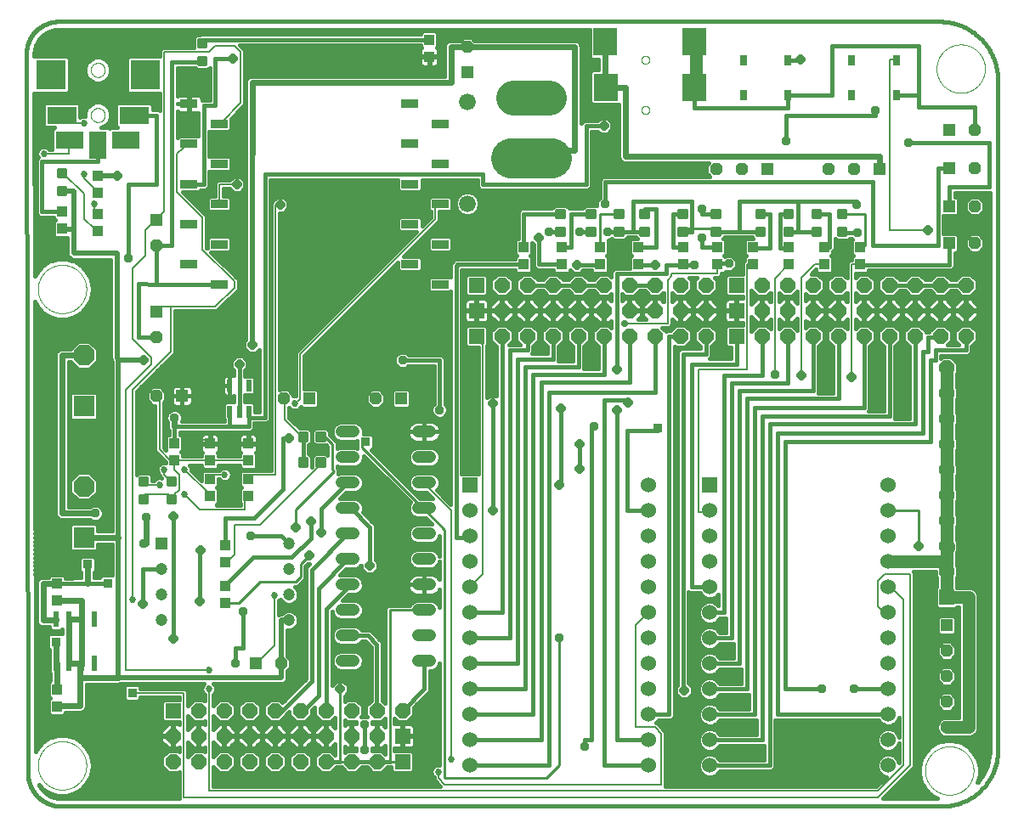
<source format=gtl>
G75*
%MOIN*%
%OFA0B0*%
%FSLAX25Y25*%
%IPPOS*%
%LPD*%
%AMOC8*
5,1,8,0,0,1.08239X$1,22.5*
%
%ADD10C,0.00000*%
%ADD11C,0.01600*%
%ADD12R,0.03937X0.04331*%
%ADD13R,0.06000X0.06000*%
%ADD14C,0.06000*%
%ADD15R,0.02756X0.04331*%
%ADD16C,0.01181*%
%ADD17R,0.06693X0.03346*%
%ADD18C,0.04800*%
%ADD19R,0.04724X0.04724*%
%ADD20C,0.04724*%
%ADD21R,0.02165X0.04724*%
%ADD22R,0.11811X0.11811*%
%ADD23R,0.11811X0.07087*%
%ADD24R,0.11024X0.07087*%
%ADD25R,0.07087X0.11024*%
%ADD26OC8,0.06000*%
%ADD27OC8,0.04724*%
%ADD28R,0.09449X0.11024*%
%ADD29C,0.15800*%
%ADD30C,0.13800*%
%ADD31R,0.02362X0.06102*%
%ADD32C,0.06600*%
%ADD33R,0.08268X0.08268*%
%ADD34OC8,0.08268*%
%ADD35OC8,0.03369*%
%ADD36OC8,0.03762*%
%ADD37C,0.03762*%
%ADD38C,0.01000*%
%ADD39C,0.00600*%
%ADD40C,0.05000*%
%ADD41R,0.03762X0.03762*%
%ADD42C,0.02900*%
%ADD43C,0.02400*%
%ADD44C,0.02700*%
%ADD45C,0.02000*%
D10*
X0016678Y0023300D02*
X0016681Y0023533D01*
X0016689Y0023766D01*
X0016704Y0023999D01*
X0016724Y0024231D01*
X0016749Y0024463D01*
X0016781Y0024694D01*
X0016818Y0024924D01*
X0016861Y0025153D01*
X0016909Y0025381D01*
X0016963Y0025608D01*
X0017022Y0025834D01*
X0017087Y0026058D01*
X0017157Y0026280D01*
X0017233Y0026500D01*
X0017315Y0026719D01*
X0017401Y0026935D01*
X0017493Y0027150D01*
X0017590Y0027362D01*
X0017692Y0027571D01*
X0017800Y0027778D01*
X0017912Y0027983D01*
X0018030Y0028184D01*
X0018152Y0028382D01*
X0018279Y0028578D01*
X0018411Y0028770D01*
X0018548Y0028959D01*
X0018689Y0029145D01*
X0018834Y0029327D01*
X0018985Y0029505D01*
X0019139Y0029680D01*
X0019298Y0029851D01*
X0019460Y0030018D01*
X0019627Y0030180D01*
X0019798Y0030339D01*
X0019973Y0030493D01*
X0020151Y0030644D01*
X0020333Y0030789D01*
X0020519Y0030930D01*
X0020708Y0031067D01*
X0020900Y0031199D01*
X0021096Y0031326D01*
X0021294Y0031448D01*
X0021495Y0031566D01*
X0021700Y0031678D01*
X0021907Y0031786D01*
X0022116Y0031888D01*
X0022328Y0031985D01*
X0022543Y0032077D01*
X0022759Y0032163D01*
X0022978Y0032245D01*
X0023198Y0032321D01*
X0023420Y0032391D01*
X0023644Y0032456D01*
X0023870Y0032515D01*
X0024097Y0032569D01*
X0024325Y0032617D01*
X0024554Y0032660D01*
X0024784Y0032697D01*
X0025015Y0032729D01*
X0025247Y0032754D01*
X0025479Y0032774D01*
X0025712Y0032789D01*
X0025945Y0032797D01*
X0026178Y0032800D01*
X0026411Y0032797D01*
X0026644Y0032789D01*
X0026877Y0032774D01*
X0027109Y0032754D01*
X0027341Y0032729D01*
X0027572Y0032697D01*
X0027802Y0032660D01*
X0028031Y0032617D01*
X0028259Y0032569D01*
X0028486Y0032515D01*
X0028712Y0032456D01*
X0028936Y0032391D01*
X0029158Y0032321D01*
X0029378Y0032245D01*
X0029597Y0032163D01*
X0029813Y0032077D01*
X0030028Y0031985D01*
X0030240Y0031888D01*
X0030449Y0031786D01*
X0030656Y0031678D01*
X0030861Y0031566D01*
X0031062Y0031448D01*
X0031260Y0031326D01*
X0031456Y0031199D01*
X0031648Y0031067D01*
X0031837Y0030930D01*
X0032023Y0030789D01*
X0032205Y0030644D01*
X0032383Y0030493D01*
X0032558Y0030339D01*
X0032729Y0030180D01*
X0032896Y0030018D01*
X0033058Y0029851D01*
X0033217Y0029680D01*
X0033371Y0029505D01*
X0033522Y0029327D01*
X0033667Y0029145D01*
X0033808Y0028959D01*
X0033945Y0028770D01*
X0034077Y0028578D01*
X0034204Y0028382D01*
X0034326Y0028184D01*
X0034444Y0027983D01*
X0034556Y0027778D01*
X0034664Y0027571D01*
X0034766Y0027362D01*
X0034863Y0027150D01*
X0034955Y0026935D01*
X0035041Y0026719D01*
X0035123Y0026500D01*
X0035199Y0026280D01*
X0035269Y0026058D01*
X0035334Y0025834D01*
X0035393Y0025608D01*
X0035447Y0025381D01*
X0035495Y0025153D01*
X0035538Y0024924D01*
X0035575Y0024694D01*
X0035607Y0024463D01*
X0035632Y0024231D01*
X0035652Y0023999D01*
X0035667Y0023766D01*
X0035675Y0023533D01*
X0035678Y0023300D01*
X0035675Y0023067D01*
X0035667Y0022834D01*
X0035652Y0022601D01*
X0035632Y0022369D01*
X0035607Y0022137D01*
X0035575Y0021906D01*
X0035538Y0021676D01*
X0035495Y0021447D01*
X0035447Y0021219D01*
X0035393Y0020992D01*
X0035334Y0020766D01*
X0035269Y0020542D01*
X0035199Y0020320D01*
X0035123Y0020100D01*
X0035041Y0019881D01*
X0034955Y0019665D01*
X0034863Y0019450D01*
X0034766Y0019238D01*
X0034664Y0019029D01*
X0034556Y0018822D01*
X0034444Y0018617D01*
X0034326Y0018416D01*
X0034204Y0018218D01*
X0034077Y0018022D01*
X0033945Y0017830D01*
X0033808Y0017641D01*
X0033667Y0017455D01*
X0033522Y0017273D01*
X0033371Y0017095D01*
X0033217Y0016920D01*
X0033058Y0016749D01*
X0032896Y0016582D01*
X0032729Y0016420D01*
X0032558Y0016261D01*
X0032383Y0016107D01*
X0032205Y0015956D01*
X0032023Y0015811D01*
X0031837Y0015670D01*
X0031648Y0015533D01*
X0031456Y0015401D01*
X0031260Y0015274D01*
X0031062Y0015152D01*
X0030861Y0015034D01*
X0030656Y0014922D01*
X0030449Y0014814D01*
X0030240Y0014712D01*
X0030028Y0014615D01*
X0029813Y0014523D01*
X0029597Y0014437D01*
X0029378Y0014355D01*
X0029158Y0014279D01*
X0028936Y0014209D01*
X0028712Y0014144D01*
X0028486Y0014085D01*
X0028259Y0014031D01*
X0028031Y0013983D01*
X0027802Y0013940D01*
X0027572Y0013903D01*
X0027341Y0013871D01*
X0027109Y0013846D01*
X0026877Y0013826D01*
X0026644Y0013811D01*
X0026411Y0013803D01*
X0026178Y0013800D01*
X0025945Y0013803D01*
X0025712Y0013811D01*
X0025479Y0013826D01*
X0025247Y0013846D01*
X0025015Y0013871D01*
X0024784Y0013903D01*
X0024554Y0013940D01*
X0024325Y0013983D01*
X0024097Y0014031D01*
X0023870Y0014085D01*
X0023644Y0014144D01*
X0023420Y0014209D01*
X0023198Y0014279D01*
X0022978Y0014355D01*
X0022759Y0014437D01*
X0022543Y0014523D01*
X0022328Y0014615D01*
X0022116Y0014712D01*
X0021907Y0014814D01*
X0021700Y0014922D01*
X0021495Y0015034D01*
X0021294Y0015152D01*
X0021096Y0015274D01*
X0020900Y0015401D01*
X0020708Y0015533D01*
X0020519Y0015670D01*
X0020333Y0015811D01*
X0020151Y0015956D01*
X0019973Y0016107D01*
X0019798Y0016261D01*
X0019627Y0016420D01*
X0019460Y0016582D01*
X0019298Y0016749D01*
X0019139Y0016920D01*
X0018985Y0017095D01*
X0018834Y0017273D01*
X0018689Y0017455D01*
X0018548Y0017641D01*
X0018411Y0017830D01*
X0018279Y0018022D01*
X0018152Y0018218D01*
X0018030Y0018416D01*
X0017912Y0018617D01*
X0017800Y0018822D01*
X0017692Y0019029D01*
X0017590Y0019238D01*
X0017493Y0019450D01*
X0017401Y0019665D01*
X0017315Y0019881D01*
X0017233Y0020100D01*
X0017157Y0020320D01*
X0017087Y0020542D01*
X0017022Y0020766D01*
X0016963Y0020992D01*
X0016909Y0021219D01*
X0016861Y0021447D01*
X0016818Y0021676D01*
X0016781Y0021906D01*
X0016749Y0022137D01*
X0016724Y0022369D01*
X0016704Y0022601D01*
X0016689Y0022834D01*
X0016681Y0023067D01*
X0016678Y0023300D01*
X0016678Y0210300D02*
X0016681Y0210533D01*
X0016689Y0210766D01*
X0016704Y0210999D01*
X0016724Y0211231D01*
X0016749Y0211463D01*
X0016781Y0211694D01*
X0016818Y0211924D01*
X0016861Y0212153D01*
X0016909Y0212381D01*
X0016963Y0212608D01*
X0017022Y0212834D01*
X0017087Y0213058D01*
X0017157Y0213280D01*
X0017233Y0213500D01*
X0017315Y0213719D01*
X0017401Y0213935D01*
X0017493Y0214150D01*
X0017590Y0214362D01*
X0017692Y0214571D01*
X0017800Y0214778D01*
X0017912Y0214983D01*
X0018030Y0215184D01*
X0018152Y0215382D01*
X0018279Y0215578D01*
X0018411Y0215770D01*
X0018548Y0215959D01*
X0018689Y0216145D01*
X0018834Y0216327D01*
X0018985Y0216505D01*
X0019139Y0216680D01*
X0019298Y0216851D01*
X0019460Y0217018D01*
X0019627Y0217180D01*
X0019798Y0217339D01*
X0019973Y0217493D01*
X0020151Y0217644D01*
X0020333Y0217789D01*
X0020519Y0217930D01*
X0020708Y0218067D01*
X0020900Y0218199D01*
X0021096Y0218326D01*
X0021294Y0218448D01*
X0021495Y0218566D01*
X0021700Y0218678D01*
X0021907Y0218786D01*
X0022116Y0218888D01*
X0022328Y0218985D01*
X0022543Y0219077D01*
X0022759Y0219163D01*
X0022978Y0219245D01*
X0023198Y0219321D01*
X0023420Y0219391D01*
X0023644Y0219456D01*
X0023870Y0219515D01*
X0024097Y0219569D01*
X0024325Y0219617D01*
X0024554Y0219660D01*
X0024784Y0219697D01*
X0025015Y0219729D01*
X0025247Y0219754D01*
X0025479Y0219774D01*
X0025712Y0219789D01*
X0025945Y0219797D01*
X0026178Y0219800D01*
X0026411Y0219797D01*
X0026644Y0219789D01*
X0026877Y0219774D01*
X0027109Y0219754D01*
X0027341Y0219729D01*
X0027572Y0219697D01*
X0027802Y0219660D01*
X0028031Y0219617D01*
X0028259Y0219569D01*
X0028486Y0219515D01*
X0028712Y0219456D01*
X0028936Y0219391D01*
X0029158Y0219321D01*
X0029378Y0219245D01*
X0029597Y0219163D01*
X0029813Y0219077D01*
X0030028Y0218985D01*
X0030240Y0218888D01*
X0030449Y0218786D01*
X0030656Y0218678D01*
X0030861Y0218566D01*
X0031062Y0218448D01*
X0031260Y0218326D01*
X0031456Y0218199D01*
X0031648Y0218067D01*
X0031837Y0217930D01*
X0032023Y0217789D01*
X0032205Y0217644D01*
X0032383Y0217493D01*
X0032558Y0217339D01*
X0032729Y0217180D01*
X0032896Y0217018D01*
X0033058Y0216851D01*
X0033217Y0216680D01*
X0033371Y0216505D01*
X0033522Y0216327D01*
X0033667Y0216145D01*
X0033808Y0215959D01*
X0033945Y0215770D01*
X0034077Y0215578D01*
X0034204Y0215382D01*
X0034326Y0215184D01*
X0034444Y0214983D01*
X0034556Y0214778D01*
X0034664Y0214571D01*
X0034766Y0214362D01*
X0034863Y0214150D01*
X0034955Y0213935D01*
X0035041Y0213719D01*
X0035123Y0213500D01*
X0035199Y0213280D01*
X0035269Y0213058D01*
X0035334Y0212834D01*
X0035393Y0212608D01*
X0035447Y0212381D01*
X0035495Y0212153D01*
X0035538Y0211924D01*
X0035575Y0211694D01*
X0035607Y0211463D01*
X0035632Y0211231D01*
X0035652Y0210999D01*
X0035667Y0210766D01*
X0035675Y0210533D01*
X0035678Y0210300D01*
X0035675Y0210067D01*
X0035667Y0209834D01*
X0035652Y0209601D01*
X0035632Y0209369D01*
X0035607Y0209137D01*
X0035575Y0208906D01*
X0035538Y0208676D01*
X0035495Y0208447D01*
X0035447Y0208219D01*
X0035393Y0207992D01*
X0035334Y0207766D01*
X0035269Y0207542D01*
X0035199Y0207320D01*
X0035123Y0207100D01*
X0035041Y0206881D01*
X0034955Y0206665D01*
X0034863Y0206450D01*
X0034766Y0206238D01*
X0034664Y0206029D01*
X0034556Y0205822D01*
X0034444Y0205617D01*
X0034326Y0205416D01*
X0034204Y0205218D01*
X0034077Y0205022D01*
X0033945Y0204830D01*
X0033808Y0204641D01*
X0033667Y0204455D01*
X0033522Y0204273D01*
X0033371Y0204095D01*
X0033217Y0203920D01*
X0033058Y0203749D01*
X0032896Y0203582D01*
X0032729Y0203420D01*
X0032558Y0203261D01*
X0032383Y0203107D01*
X0032205Y0202956D01*
X0032023Y0202811D01*
X0031837Y0202670D01*
X0031648Y0202533D01*
X0031456Y0202401D01*
X0031260Y0202274D01*
X0031062Y0202152D01*
X0030861Y0202034D01*
X0030656Y0201922D01*
X0030449Y0201814D01*
X0030240Y0201712D01*
X0030028Y0201615D01*
X0029813Y0201523D01*
X0029597Y0201437D01*
X0029378Y0201355D01*
X0029158Y0201279D01*
X0028936Y0201209D01*
X0028712Y0201144D01*
X0028486Y0201085D01*
X0028259Y0201031D01*
X0028031Y0200983D01*
X0027802Y0200940D01*
X0027572Y0200903D01*
X0027341Y0200871D01*
X0027109Y0200846D01*
X0026877Y0200826D01*
X0026644Y0200811D01*
X0026411Y0200803D01*
X0026178Y0200800D01*
X0025945Y0200803D01*
X0025712Y0200811D01*
X0025479Y0200826D01*
X0025247Y0200846D01*
X0025015Y0200871D01*
X0024784Y0200903D01*
X0024554Y0200940D01*
X0024325Y0200983D01*
X0024097Y0201031D01*
X0023870Y0201085D01*
X0023644Y0201144D01*
X0023420Y0201209D01*
X0023198Y0201279D01*
X0022978Y0201355D01*
X0022759Y0201437D01*
X0022543Y0201523D01*
X0022328Y0201615D01*
X0022116Y0201712D01*
X0021907Y0201814D01*
X0021700Y0201922D01*
X0021495Y0202034D01*
X0021294Y0202152D01*
X0021096Y0202274D01*
X0020900Y0202401D01*
X0020708Y0202533D01*
X0020519Y0202670D01*
X0020333Y0202811D01*
X0020151Y0202956D01*
X0019973Y0203107D01*
X0019798Y0203261D01*
X0019627Y0203420D01*
X0019460Y0203582D01*
X0019298Y0203749D01*
X0019139Y0203920D01*
X0018985Y0204095D01*
X0018834Y0204273D01*
X0018689Y0204455D01*
X0018548Y0204641D01*
X0018411Y0204830D01*
X0018279Y0205022D01*
X0018152Y0205218D01*
X0018030Y0205416D01*
X0017912Y0205617D01*
X0017800Y0205822D01*
X0017692Y0206029D01*
X0017590Y0206238D01*
X0017493Y0206450D01*
X0017401Y0206665D01*
X0017315Y0206881D01*
X0017233Y0207100D01*
X0017157Y0207320D01*
X0017087Y0207542D01*
X0017022Y0207766D01*
X0016963Y0207992D01*
X0016909Y0208219D01*
X0016861Y0208447D01*
X0016818Y0208676D01*
X0016781Y0208906D01*
X0016749Y0209137D01*
X0016724Y0209369D01*
X0016704Y0209601D01*
X0016689Y0209834D01*
X0016681Y0210067D01*
X0016678Y0210300D01*
X0037422Y0278583D02*
X0037424Y0278688D01*
X0037430Y0278793D01*
X0037440Y0278897D01*
X0037454Y0279001D01*
X0037472Y0279105D01*
X0037494Y0279207D01*
X0037519Y0279309D01*
X0037549Y0279410D01*
X0037582Y0279509D01*
X0037619Y0279607D01*
X0037660Y0279704D01*
X0037705Y0279799D01*
X0037753Y0279892D01*
X0037804Y0279984D01*
X0037860Y0280073D01*
X0037918Y0280160D01*
X0037980Y0280245D01*
X0038044Y0280328D01*
X0038112Y0280408D01*
X0038183Y0280485D01*
X0038257Y0280559D01*
X0038334Y0280631D01*
X0038413Y0280700D01*
X0038495Y0280765D01*
X0038579Y0280828D01*
X0038666Y0280887D01*
X0038755Y0280943D01*
X0038846Y0280996D01*
X0038939Y0281045D01*
X0039033Y0281090D01*
X0039129Y0281132D01*
X0039227Y0281170D01*
X0039326Y0281204D01*
X0039427Y0281235D01*
X0039528Y0281261D01*
X0039631Y0281284D01*
X0039734Y0281303D01*
X0039838Y0281318D01*
X0039942Y0281329D01*
X0040047Y0281336D01*
X0040152Y0281339D01*
X0040257Y0281338D01*
X0040362Y0281333D01*
X0040466Y0281324D01*
X0040570Y0281311D01*
X0040674Y0281294D01*
X0040777Y0281273D01*
X0040879Y0281248D01*
X0040980Y0281220D01*
X0041079Y0281187D01*
X0041178Y0281151D01*
X0041275Y0281111D01*
X0041370Y0281068D01*
X0041464Y0281020D01*
X0041556Y0280970D01*
X0041646Y0280916D01*
X0041734Y0280858D01*
X0041819Y0280797D01*
X0041902Y0280733D01*
X0041983Y0280666D01*
X0042061Y0280596D01*
X0042136Y0280522D01*
X0042208Y0280447D01*
X0042278Y0280368D01*
X0042344Y0280287D01*
X0042408Y0280203D01*
X0042468Y0280117D01*
X0042524Y0280029D01*
X0042578Y0279938D01*
X0042628Y0279846D01*
X0042674Y0279752D01*
X0042717Y0279656D01*
X0042756Y0279558D01*
X0042791Y0279460D01*
X0042822Y0279359D01*
X0042850Y0279258D01*
X0042874Y0279156D01*
X0042894Y0279053D01*
X0042910Y0278949D01*
X0042922Y0278845D01*
X0042930Y0278740D01*
X0042934Y0278635D01*
X0042934Y0278531D01*
X0042930Y0278426D01*
X0042922Y0278321D01*
X0042910Y0278217D01*
X0042894Y0278113D01*
X0042874Y0278010D01*
X0042850Y0277908D01*
X0042822Y0277807D01*
X0042791Y0277706D01*
X0042756Y0277608D01*
X0042717Y0277510D01*
X0042674Y0277414D01*
X0042628Y0277320D01*
X0042578Y0277228D01*
X0042524Y0277137D01*
X0042468Y0277049D01*
X0042408Y0276963D01*
X0042344Y0276879D01*
X0042278Y0276798D01*
X0042208Y0276719D01*
X0042136Y0276644D01*
X0042061Y0276570D01*
X0041983Y0276500D01*
X0041902Y0276433D01*
X0041819Y0276369D01*
X0041734Y0276308D01*
X0041646Y0276250D01*
X0041556Y0276196D01*
X0041464Y0276146D01*
X0041370Y0276098D01*
X0041275Y0276055D01*
X0041178Y0276015D01*
X0041079Y0275979D01*
X0040980Y0275946D01*
X0040879Y0275918D01*
X0040777Y0275893D01*
X0040674Y0275872D01*
X0040570Y0275855D01*
X0040466Y0275842D01*
X0040362Y0275833D01*
X0040257Y0275828D01*
X0040152Y0275827D01*
X0040047Y0275830D01*
X0039942Y0275837D01*
X0039838Y0275848D01*
X0039734Y0275863D01*
X0039631Y0275882D01*
X0039528Y0275905D01*
X0039427Y0275931D01*
X0039326Y0275962D01*
X0039227Y0275996D01*
X0039129Y0276034D01*
X0039033Y0276076D01*
X0038939Y0276121D01*
X0038846Y0276170D01*
X0038755Y0276223D01*
X0038666Y0276279D01*
X0038579Y0276338D01*
X0038495Y0276401D01*
X0038413Y0276466D01*
X0038334Y0276535D01*
X0038257Y0276607D01*
X0038183Y0276681D01*
X0038112Y0276758D01*
X0038044Y0276838D01*
X0037980Y0276921D01*
X0037918Y0277006D01*
X0037860Y0277093D01*
X0037804Y0277182D01*
X0037753Y0277274D01*
X0037705Y0277367D01*
X0037660Y0277462D01*
X0037619Y0277559D01*
X0037582Y0277657D01*
X0037549Y0277756D01*
X0037519Y0277857D01*
X0037494Y0277959D01*
X0037472Y0278061D01*
X0037454Y0278165D01*
X0037440Y0278269D01*
X0037430Y0278373D01*
X0037424Y0278478D01*
X0037422Y0278583D01*
X0037422Y0296300D02*
X0037424Y0296405D01*
X0037430Y0296510D01*
X0037440Y0296614D01*
X0037454Y0296718D01*
X0037472Y0296822D01*
X0037494Y0296924D01*
X0037519Y0297026D01*
X0037549Y0297127D01*
X0037582Y0297226D01*
X0037619Y0297324D01*
X0037660Y0297421D01*
X0037705Y0297516D01*
X0037753Y0297609D01*
X0037804Y0297701D01*
X0037860Y0297790D01*
X0037918Y0297877D01*
X0037980Y0297962D01*
X0038044Y0298045D01*
X0038112Y0298125D01*
X0038183Y0298202D01*
X0038257Y0298276D01*
X0038334Y0298348D01*
X0038413Y0298417D01*
X0038495Y0298482D01*
X0038579Y0298545D01*
X0038666Y0298604D01*
X0038755Y0298660D01*
X0038846Y0298713D01*
X0038939Y0298762D01*
X0039033Y0298807D01*
X0039129Y0298849D01*
X0039227Y0298887D01*
X0039326Y0298921D01*
X0039427Y0298952D01*
X0039528Y0298978D01*
X0039631Y0299001D01*
X0039734Y0299020D01*
X0039838Y0299035D01*
X0039942Y0299046D01*
X0040047Y0299053D01*
X0040152Y0299056D01*
X0040257Y0299055D01*
X0040362Y0299050D01*
X0040466Y0299041D01*
X0040570Y0299028D01*
X0040674Y0299011D01*
X0040777Y0298990D01*
X0040879Y0298965D01*
X0040980Y0298937D01*
X0041079Y0298904D01*
X0041178Y0298868D01*
X0041275Y0298828D01*
X0041370Y0298785D01*
X0041464Y0298737D01*
X0041556Y0298687D01*
X0041646Y0298633D01*
X0041734Y0298575D01*
X0041819Y0298514D01*
X0041902Y0298450D01*
X0041983Y0298383D01*
X0042061Y0298313D01*
X0042136Y0298239D01*
X0042208Y0298164D01*
X0042278Y0298085D01*
X0042344Y0298004D01*
X0042408Y0297920D01*
X0042468Y0297834D01*
X0042524Y0297746D01*
X0042578Y0297655D01*
X0042628Y0297563D01*
X0042674Y0297469D01*
X0042717Y0297373D01*
X0042756Y0297275D01*
X0042791Y0297177D01*
X0042822Y0297076D01*
X0042850Y0296975D01*
X0042874Y0296873D01*
X0042894Y0296770D01*
X0042910Y0296666D01*
X0042922Y0296562D01*
X0042930Y0296457D01*
X0042934Y0296352D01*
X0042934Y0296248D01*
X0042930Y0296143D01*
X0042922Y0296038D01*
X0042910Y0295934D01*
X0042894Y0295830D01*
X0042874Y0295727D01*
X0042850Y0295625D01*
X0042822Y0295524D01*
X0042791Y0295423D01*
X0042756Y0295325D01*
X0042717Y0295227D01*
X0042674Y0295131D01*
X0042628Y0295037D01*
X0042578Y0294945D01*
X0042524Y0294854D01*
X0042468Y0294766D01*
X0042408Y0294680D01*
X0042344Y0294596D01*
X0042278Y0294515D01*
X0042208Y0294436D01*
X0042136Y0294361D01*
X0042061Y0294287D01*
X0041983Y0294217D01*
X0041902Y0294150D01*
X0041819Y0294086D01*
X0041734Y0294025D01*
X0041646Y0293967D01*
X0041556Y0293913D01*
X0041464Y0293863D01*
X0041370Y0293815D01*
X0041275Y0293772D01*
X0041178Y0293732D01*
X0041079Y0293696D01*
X0040980Y0293663D01*
X0040879Y0293635D01*
X0040777Y0293610D01*
X0040674Y0293589D01*
X0040570Y0293572D01*
X0040466Y0293559D01*
X0040362Y0293550D01*
X0040257Y0293545D01*
X0040152Y0293544D01*
X0040047Y0293547D01*
X0039942Y0293554D01*
X0039838Y0293565D01*
X0039734Y0293580D01*
X0039631Y0293599D01*
X0039528Y0293622D01*
X0039427Y0293648D01*
X0039326Y0293679D01*
X0039227Y0293713D01*
X0039129Y0293751D01*
X0039033Y0293793D01*
X0038939Y0293838D01*
X0038846Y0293887D01*
X0038755Y0293940D01*
X0038666Y0293996D01*
X0038579Y0294055D01*
X0038495Y0294118D01*
X0038413Y0294183D01*
X0038334Y0294252D01*
X0038257Y0294324D01*
X0038183Y0294398D01*
X0038112Y0294475D01*
X0038044Y0294555D01*
X0037980Y0294638D01*
X0037918Y0294723D01*
X0037860Y0294810D01*
X0037804Y0294899D01*
X0037753Y0294991D01*
X0037705Y0295084D01*
X0037660Y0295179D01*
X0037619Y0295276D01*
X0037582Y0295374D01*
X0037549Y0295473D01*
X0037519Y0295574D01*
X0037494Y0295676D01*
X0037472Y0295778D01*
X0037454Y0295882D01*
X0037440Y0295986D01*
X0037430Y0296090D01*
X0037424Y0296195D01*
X0037422Y0296300D01*
X0253390Y0300331D02*
X0253392Y0300410D01*
X0253398Y0300489D01*
X0253408Y0300568D01*
X0253422Y0300646D01*
X0253439Y0300723D01*
X0253461Y0300799D01*
X0253486Y0300874D01*
X0253516Y0300947D01*
X0253548Y0301019D01*
X0253585Y0301090D01*
X0253625Y0301158D01*
X0253668Y0301224D01*
X0253714Y0301288D01*
X0253764Y0301350D01*
X0253817Y0301409D01*
X0253872Y0301465D01*
X0253931Y0301519D01*
X0253992Y0301569D01*
X0254055Y0301617D01*
X0254121Y0301661D01*
X0254189Y0301702D01*
X0254259Y0301739D01*
X0254330Y0301773D01*
X0254404Y0301803D01*
X0254478Y0301829D01*
X0254554Y0301851D01*
X0254631Y0301870D01*
X0254709Y0301885D01*
X0254787Y0301896D01*
X0254866Y0301903D01*
X0254945Y0301906D01*
X0255024Y0301905D01*
X0255103Y0301900D01*
X0255182Y0301891D01*
X0255260Y0301878D01*
X0255337Y0301861D01*
X0255414Y0301841D01*
X0255489Y0301816D01*
X0255563Y0301788D01*
X0255636Y0301756D01*
X0255706Y0301721D01*
X0255775Y0301682D01*
X0255842Y0301639D01*
X0255907Y0301593D01*
X0255969Y0301545D01*
X0256029Y0301493D01*
X0256086Y0301438D01*
X0256140Y0301380D01*
X0256191Y0301320D01*
X0256239Y0301257D01*
X0256284Y0301192D01*
X0256326Y0301124D01*
X0256364Y0301055D01*
X0256398Y0300984D01*
X0256429Y0300911D01*
X0256457Y0300836D01*
X0256480Y0300761D01*
X0256500Y0300684D01*
X0256516Y0300607D01*
X0256528Y0300528D01*
X0256536Y0300450D01*
X0256540Y0300371D01*
X0256540Y0300291D01*
X0256536Y0300212D01*
X0256528Y0300134D01*
X0256516Y0300055D01*
X0256500Y0299978D01*
X0256480Y0299901D01*
X0256457Y0299826D01*
X0256429Y0299751D01*
X0256398Y0299678D01*
X0256364Y0299607D01*
X0256326Y0299538D01*
X0256284Y0299470D01*
X0256239Y0299405D01*
X0256191Y0299342D01*
X0256140Y0299282D01*
X0256086Y0299224D01*
X0256029Y0299169D01*
X0255969Y0299117D01*
X0255907Y0299069D01*
X0255842Y0299023D01*
X0255775Y0298980D01*
X0255706Y0298941D01*
X0255636Y0298906D01*
X0255563Y0298874D01*
X0255489Y0298846D01*
X0255414Y0298821D01*
X0255337Y0298801D01*
X0255260Y0298784D01*
X0255182Y0298771D01*
X0255103Y0298762D01*
X0255024Y0298757D01*
X0254945Y0298756D01*
X0254866Y0298759D01*
X0254787Y0298766D01*
X0254709Y0298777D01*
X0254631Y0298792D01*
X0254554Y0298811D01*
X0254478Y0298833D01*
X0254404Y0298859D01*
X0254330Y0298889D01*
X0254259Y0298923D01*
X0254189Y0298960D01*
X0254121Y0299001D01*
X0254055Y0299045D01*
X0253992Y0299093D01*
X0253931Y0299143D01*
X0253872Y0299197D01*
X0253817Y0299253D01*
X0253764Y0299312D01*
X0253714Y0299374D01*
X0253668Y0299438D01*
X0253625Y0299504D01*
X0253585Y0299572D01*
X0253548Y0299643D01*
X0253516Y0299715D01*
X0253486Y0299788D01*
X0253461Y0299863D01*
X0253439Y0299939D01*
X0253422Y0300016D01*
X0253408Y0300094D01*
X0253398Y0300173D01*
X0253392Y0300252D01*
X0253390Y0300331D01*
X0253390Y0280646D02*
X0253392Y0280725D01*
X0253398Y0280804D01*
X0253408Y0280883D01*
X0253422Y0280961D01*
X0253439Y0281038D01*
X0253461Y0281114D01*
X0253486Y0281189D01*
X0253516Y0281262D01*
X0253548Y0281334D01*
X0253585Y0281405D01*
X0253625Y0281473D01*
X0253668Y0281539D01*
X0253714Y0281603D01*
X0253764Y0281665D01*
X0253817Y0281724D01*
X0253872Y0281780D01*
X0253931Y0281834D01*
X0253992Y0281884D01*
X0254055Y0281932D01*
X0254121Y0281976D01*
X0254189Y0282017D01*
X0254259Y0282054D01*
X0254330Y0282088D01*
X0254404Y0282118D01*
X0254478Y0282144D01*
X0254554Y0282166D01*
X0254631Y0282185D01*
X0254709Y0282200D01*
X0254787Y0282211D01*
X0254866Y0282218D01*
X0254945Y0282221D01*
X0255024Y0282220D01*
X0255103Y0282215D01*
X0255182Y0282206D01*
X0255260Y0282193D01*
X0255337Y0282176D01*
X0255414Y0282156D01*
X0255489Y0282131D01*
X0255563Y0282103D01*
X0255636Y0282071D01*
X0255706Y0282036D01*
X0255775Y0281997D01*
X0255842Y0281954D01*
X0255907Y0281908D01*
X0255969Y0281860D01*
X0256029Y0281808D01*
X0256086Y0281753D01*
X0256140Y0281695D01*
X0256191Y0281635D01*
X0256239Y0281572D01*
X0256284Y0281507D01*
X0256326Y0281439D01*
X0256364Y0281370D01*
X0256398Y0281299D01*
X0256429Y0281226D01*
X0256457Y0281151D01*
X0256480Y0281076D01*
X0256500Y0280999D01*
X0256516Y0280922D01*
X0256528Y0280843D01*
X0256536Y0280765D01*
X0256540Y0280686D01*
X0256540Y0280606D01*
X0256536Y0280527D01*
X0256528Y0280449D01*
X0256516Y0280370D01*
X0256500Y0280293D01*
X0256480Y0280216D01*
X0256457Y0280141D01*
X0256429Y0280066D01*
X0256398Y0279993D01*
X0256364Y0279922D01*
X0256326Y0279853D01*
X0256284Y0279785D01*
X0256239Y0279720D01*
X0256191Y0279657D01*
X0256140Y0279597D01*
X0256086Y0279539D01*
X0256029Y0279484D01*
X0255969Y0279432D01*
X0255907Y0279384D01*
X0255842Y0279338D01*
X0255775Y0279295D01*
X0255706Y0279256D01*
X0255636Y0279221D01*
X0255563Y0279189D01*
X0255489Y0279161D01*
X0255414Y0279136D01*
X0255337Y0279116D01*
X0255260Y0279099D01*
X0255182Y0279086D01*
X0255103Y0279077D01*
X0255024Y0279072D01*
X0254945Y0279071D01*
X0254866Y0279074D01*
X0254787Y0279081D01*
X0254709Y0279092D01*
X0254631Y0279107D01*
X0254554Y0279126D01*
X0254478Y0279148D01*
X0254404Y0279174D01*
X0254330Y0279204D01*
X0254259Y0279238D01*
X0254189Y0279275D01*
X0254121Y0279316D01*
X0254055Y0279360D01*
X0253992Y0279408D01*
X0253931Y0279458D01*
X0253872Y0279512D01*
X0253817Y0279568D01*
X0253764Y0279627D01*
X0253714Y0279689D01*
X0253668Y0279753D01*
X0253625Y0279819D01*
X0253585Y0279887D01*
X0253548Y0279958D01*
X0253516Y0280030D01*
X0253486Y0280103D01*
X0253461Y0280178D01*
X0253439Y0280254D01*
X0253422Y0280331D01*
X0253408Y0280409D01*
X0253398Y0280488D01*
X0253392Y0280567D01*
X0253390Y0280646D01*
X0369178Y0296800D02*
X0369181Y0297033D01*
X0369189Y0297266D01*
X0369204Y0297499D01*
X0369224Y0297731D01*
X0369249Y0297963D01*
X0369281Y0298194D01*
X0369318Y0298424D01*
X0369361Y0298653D01*
X0369409Y0298881D01*
X0369463Y0299108D01*
X0369522Y0299334D01*
X0369587Y0299558D01*
X0369657Y0299780D01*
X0369733Y0300000D01*
X0369815Y0300219D01*
X0369901Y0300435D01*
X0369993Y0300650D01*
X0370090Y0300862D01*
X0370192Y0301071D01*
X0370300Y0301278D01*
X0370412Y0301483D01*
X0370530Y0301684D01*
X0370652Y0301882D01*
X0370779Y0302078D01*
X0370911Y0302270D01*
X0371048Y0302459D01*
X0371189Y0302645D01*
X0371334Y0302827D01*
X0371485Y0303005D01*
X0371639Y0303180D01*
X0371798Y0303351D01*
X0371960Y0303518D01*
X0372127Y0303680D01*
X0372298Y0303839D01*
X0372473Y0303993D01*
X0372651Y0304144D01*
X0372833Y0304289D01*
X0373019Y0304430D01*
X0373208Y0304567D01*
X0373400Y0304699D01*
X0373596Y0304826D01*
X0373794Y0304948D01*
X0373995Y0305066D01*
X0374200Y0305178D01*
X0374407Y0305286D01*
X0374616Y0305388D01*
X0374828Y0305485D01*
X0375043Y0305577D01*
X0375259Y0305663D01*
X0375478Y0305745D01*
X0375698Y0305821D01*
X0375920Y0305891D01*
X0376144Y0305956D01*
X0376370Y0306015D01*
X0376597Y0306069D01*
X0376825Y0306117D01*
X0377054Y0306160D01*
X0377284Y0306197D01*
X0377515Y0306229D01*
X0377747Y0306254D01*
X0377979Y0306274D01*
X0378212Y0306289D01*
X0378445Y0306297D01*
X0378678Y0306300D01*
X0378911Y0306297D01*
X0379144Y0306289D01*
X0379377Y0306274D01*
X0379609Y0306254D01*
X0379841Y0306229D01*
X0380072Y0306197D01*
X0380302Y0306160D01*
X0380531Y0306117D01*
X0380759Y0306069D01*
X0380986Y0306015D01*
X0381212Y0305956D01*
X0381436Y0305891D01*
X0381658Y0305821D01*
X0381878Y0305745D01*
X0382097Y0305663D01*
X0382313Y0305577D01*
X0382528Y0305485D01*
X0382740Y0305388D01*
X0382949Y0305286D01*
X0383156Y0305178D01*
X0383361Y0305066D01*
X0383562Y0304948D01*
X0383760Y0304826D01*
X0383956Y0304699D01*
X0384148Y0304567D01*
X0384337Y0304430D01*
X0384523Y0304289D01*
X0384705Y0304144D01*
X0384883Y0303993D01*
X0385058Y0303839D01*
X0385229Y0303680D01*
X0385396Y0303518D01*
X0385558Y0303351D01*
X0385717Y0303180D01*
X0385871Y0303005D01*
X0386022Y0302827D01*
X0386167Y0302645D01*
X0386308Y0302459D01*
X0386445Y0302270D01*
X0386577Y0302078D01*
X0386704Y0301882D01*
X0386826Y0301684D01*
X0386944Y0301483D01*
X0387056Y0301278D01*
X0387164Y0301071D01*
X0387266Y0300862D01*
X0387363Y0300650D01*
X0387455Y0300435D01*
X0387541Y0300219D01*
X0387623Y0300000D01*
X0387699Y0299780D01*
X0387769Y0299558D01*
X0387834Y0299334D01*
X0387893Y0299108D01*
X0387947Y0298881D01*
X0387995Y0298653D01*
X0388038Y0298424D01*
X0388075Y0298194D01*
X0388107Y0297963D01*
X0388132Y0297731D01*
X0388152Y0297499D01*
X0388167Y0297266D01*
X0388175Y0297033D01*
X0388178Y0296800D01*
X0388175Y0296567D01*
X0388167Y0296334D01*
X0388152Y0296101D01*
X0388132Y0295869D01*
X0388107Y0295637D01*
X0388075Y0295406D01*
X0388038Y0295176D01*
X0387995Y0294947D01*
X0387947Y0294719D01*
X0387893Y0294492D01*
X0387834Y0294266D01*
X0387769Y0294042D01*
X0387699Y0293820D01*
X0387623Y0293600D01*
X0387541Y0293381D01*
X0387455Y0293165D01*
X0387363Y0292950D01*
X0387266Y0292738D01*
X0387164Y0292529D01*
X0387056Y0292322D01*
X0386944Y0292117D01*
X0386826Y0291916D01*
X0386704Y0291718D01*
X0386577Y0291522D01*
X0386445Y0291330D01*
X0386308Y0291141D01*
X0386167Y0290955D01*
X0386022Y0290773D01*
X0385871Y0290595D01*
X0385717Y0290420D01*
X0385558Y0290249D01*
X0385396Y0290082D01*
X0385229Y0289920D01*
X0385058Y0289761D01*
X0384883Y0289607D01*
X0384705Y0289456D01*
X0384523Y0289311D01*
X0384337Y0289170D01*
X0384148Y0289033D01*
X0383956Y0288901D01*
X0383760Y0288774D01*
X0383562Y0288652D01*
X0383361Y0288534D01*
X0383156Y0288422D01*
X0382949Y0288314D01*
X0382740Y0288212D01*
X0382528Y0288115D01*
X0382313Y0288023D01*
X0382097Y0287937D01*
X0381878Y0287855D01*
X0381658Y0287779D01*
X0381436Y0287709D01*
X0381212Y0287644D01*
X0380986Y0287585D01*
X0380759Y0287531D01*
X0380531Y0287483D01*
X0380302Y0287440D01*
X0380072Y0287403D01*
X0379841Y0287371D01*
X0379609Y0287346D01*
X0379377Y0287326D01*
X0379144Y0287311D01*
X0378911Y0287303D01*
X0378678Y0287300D01*
X0378445Y0287303D01*
X0378212Y0287311D01*
X0377979Y0287326D01*
X0377747Y0287346D01*
X0377515Y0287371D01*
X0377284Y0287403D01*
X0377054Y0287440D01*
X0376825Y0287483D01*
X0376597Y0287531D01*
X0376370Y0287585D01*
X0376144Y0287644D01*
X0375920Y0287709D01*
X0375698Y0287779D01*
X0375478Y0287855D01*
X0375259Y0287937D01*
X0375043Y0288023D01*
X0374828Y0288115D01*
X0374616Y0288212D01*
X0374407Y0288314D01*
X0374200Y0288422D01*
X0373995Y0288534D01*
X0373794Y0288652D01*
X0373596Y0288774D01*
X0373400Y0288901D01*
X0373208Y0289033D01*
X0373019Y0289170D01*
X0372833Y0289311D01*
X0372651Y0289456D01*
X0372473Y0289607D01*
X0372298Y0289761D01*
X0372127Y0289920D01*
X0371960Y0290082D01*
X0371798Y0290249D01*
X0371639Y0290420D01*
X0371485Y0290595D01*
X0371334Y0290773D01*
X0371189Y0290955D01*
X0371048Y0291141D01*
X0370911Y0291330D01*
X0370779Y0291522D01*
X0370652Y0291718D01*
X0370530Y0291916D01*
X0370412Y0292117D01*
X0370300Y0292322D01*
X0370192Y0292529D01*
X0370090Y0292738D01*
X0369993Y0292950D01*
X0369901Y0293165D01*
X0369815Y0293381D01*
X0369733Y0293600D01*
X0369657Y0293820D01*
X0369587Y0294042D01*
X0369522Y0294266D01*
X0369463Y0294492D01*
X0369409Y0294719D01*
X0369361Y0294947D01*
X0369318Y0295176D01*
X0369281Y0295406D01*
X0369249Y0295637D01*
X0369224Y0295869D01*
X0369204Y0296101D01*
X0369189Y0296334D01*
X0369181Y0296567D01*
X0369178Y0296800D01*
X0364678Y0021300D02*
X0364681Y0021533D01*
X0364689Y0021766D01*
X0364704Y0021999D01*
X0364724Y0022231D01*
X0364749Y0022463D01*
X0364781Y0022694D01*
X0364818Y0022924D01*
X0364861Y0023153D01*
X0364909Y0023381D01*
X0364963Y0023608D01*
X0365022Y0023834D01*
X0365087Y0024058D01*
X0365157Y0024280D01*
X0365233Y0024500D01*
X0365315Y0024719D01*
X0365401Y0024935D01*
X0365493Y0025150D01*
X0365590Y0025362D01*
X0365692Y0025571D01*
X0365800Y0025778D01*
X0365912Y0025983D01*
X0366030Y0026184D01*
X0366152Y0026382D01*
X0366279Y0026578D01*
X0366411Y0026770D01*
X0366548Y0026959D01*
X0366689Y0027145D01*
X0366834Y0027327D01*
X0366985Y0027505D01*
X0367139Y0027680D01*
X0367298Y0027851D01*
X0367460Y0028018D01*
X0367627Y0028180D01*
X0367798Y0028339D01*
X0367973Y0028493D01*
X0368151Y0028644D01*
X0368333Y0028789D01*
X0368519Y0028930D01*
X0368708Y0029067D01*
X0368900Y0029199D01*
X0369096Y0029326D01*
X0369294Y0029448D01*
X0369495Y0029566D01*
X0369700Y0029678D01*
X0369907Y0029786D01*
X0370116Y0029888D01*
X0370328Y0029985D01*
X0370543Y0030077D01*
X0370759Y0030163D01*
X0370978Y0030245D01*
X0371198Y0030321D01*
X0371420Y0030391D01*
X0371644Y0030456D01*
X0371870Y0030515D01*
X0372097Y0030569D01*
X0372325Y0030617D01*
X0372554Y0030660D01*
X0372784Y0030697D01*
X0373015Y0030729D01*
X0373247Y0030754D01*
X0373479Y0030774D01*
X0373712Y0030789D01*
X0373945Y0030797D01*
X0374178Y0030800D01*
X0374411Y0030797D01*
X0374644Y0030789D01*
X0374877Y0030774D01*
X0375109Y0030754D01*
X0375341Y0030729D01*
X0375572Y0030697D01*
X0375802Y0030660D01*
X0376031Y0030617D01*
X0376259Y0030569D01*
X0376486Y0030515D01*
X0376712Y0030456D01*
X0376936Y0030391D01*
X0377158Y0030321D01*
X0377378Y0030245D01*
X0377597Y0030163D01*
X0377813Y0030077D01*
X0378028Y0029985D01*
X0378240Y0029888D01*
X0378449Y0029786D01*
X0378656Y0029678D01*
X0378861Y0029566D01*
X0379062Y0029448D01*
X0379260Y0029326D01*
X0379456Y0029199D01*
X0379648Y0029067D01*
X0379837Y0028930D01*
X0380023Y0028789D01*
X0380205Y0028644D01*
X0380383Y0028493D01*
X0380558Y0028339D01*
X0380729Y0028180D01*
X0380896Y0028018D01*
X0381058Y0027851D01*
X0381217Y0027680D01*
X0381371Y0027505D01*
X0381522Y0027327D01*
X0381667Y0027145D01*
X0381808Y0026959D01*
X0381945Y0026770D01*
X0382077Y0026578D01*
X0382204Y0026382D01*
X0382326Y0026184D01*
X0382444Y0025983D01*
X0382556Y0025778D01*
X0382664Y0025571D01*
X0382766Y0025362D01*
X0382863Y0025150D01*
X0382955Y0024935D01*
X0383041Y0024719D01*
X0383123Y0024500D01*
X0383199Y0024280D01*
X0383269Y0024058D01*
X0383334Y0023834D01*
X0383393Y0023608D01*
X0383447Y0023381D01*
X0383495Y0023153D01*
X0383538Y0022924D01*
X0383575Y0022694D01*
X0383607Y0022463D01*
X0383632Y0022231D01*
X0383652Y0021999D01*
X0383667Y0021766D01*
X0383675Y0021533D01*
X0383678Y0021300D01*
X0383675Y0021067D01*
X0383667Y0020834D01*
X0383652Y0020601D01*
X0383632Y0020369D01*
X0383607Y0020137D01*
X0383575Y0019906D01*
X0383538Y0019676D01*
X0383495Y0019447D01*
X0383447Y0019219D01*
X0383393Y0018992D01*
X0383334Y0018766D01*
X0383269Y0018542D01*
X0383199Y0018320D01*
X0383123Y0018100D01*
X0383041Y0017881D01*
X0382955Y0017665D01*
X0382863Y0017450D01*
X0382766Y0017238D01*
X0382664Y0017029D01*
X0382556Y0016822D01*
X0382444Y0016617D01*
X0382326Y0016416D01*
X0382204Y0016218D01*
X0382077Y0016022D01*
X0381945Y0015830D01*
X0381808Y0015641D01*
X0381667Y0015455D01*
X0381522Y0015273D01*
X0381371Y0015095D01*
X0381217Y0014920D01*
X0381058Y0014749D01*
X0380896Y0014582D01*
X0380729Y0014420D01*
X0380558Y0014261D01*
X0380383Y0014107D01*
X0380205Y0013956D01*
X0380023Y0013811D01*
X0379837Y0013670D01*
X0379648Y0013533D01*
X0379456Y0013401D01*
X0379260Y0013274D01*
X0379062Y0013152D01*
X0378861Y0013034D01*
X0378656Y0012922D01*
X0378449Y0012814D01*
X0378240Y0012712D01*
X0378028Y0012615D01*
X0377813Y0012523D01*
X0377597Y0012437D01*
X0377378Y0012355D01*
X0377158Y0012279D01*
X0376936Y0012209D01*
X0376712Y0012144D01*
X0376486Y0012085D01*
X0376259Y0012031D01*
X0376031Y0011983D01*
X0375802Y0011940D01*
X0375572Y0011903D01*
X0375341Y0011871D01*
X0375109Y0011846D01*
X0374877Y0011826D01*
X0374644Y0011811D01*
X0374411Y0011803D01*
X0374178Y0011800D01*
X0373945Y0011803D01*
X0373712Y0011811D01*
X0373479Y0011826D01*
X0373247Y0011846D01*
X0373015Y0011871D01*
X0372784Y0011903D01*
X0372554Y0011940D01*
X0372325Y0011983D01*
X0372097Y0012031D01*
X0371870Y0012085D01*
X0371644Y0012144D01*
X0371420Y0012209D01*
X0371198Y0012279D01*
X0370978Y0012355D01*
X0370759Y0012437D01*
X0370543Y0012523D01*
X0370328Y0012615D01*
X0370116Y0012712D01*
X0369907Y0012814D01*
X0369700Y0012922D01*
X0369495Y0013034D01*
X0369294Y0013152D01*
X0369096Y0013274D01*
X0368900Y0013401D01*
X0368708Y0013533D01*
X0368519Y0013670D01*
X0368333Y0013811D01*
X0368151Y0013956D01*
X0367973Y0014107D01*
X0367798Y0014261D01*
X0367627Y0014420D01*
X0367460Y0014582D01*
X0367298Y0014749D01*
X0367139Y0014920D01*
X0366985Y0015095D01*
X0366834Y0015273D01*
X0366689Y0015455D01*
X0366548Y0015641D01*
X0366411Y0015830D01*
X0366279Y0016022D01*
X0366152Y0016218D01*
X0366030Y0016416D01*
X0365912Y0016617D01*
X0365800Y0016822D01*
X0365692Y0017029D01*
X0365590Y0017238D01*
X0365493Y0017450D01*
X0365401Y0017665D01*
X0365315Y0017881D01*
X0365233Y0018100D01*
X0365157Y0018320D01*
X0365087Y0018542D01*
X0365022Y0018766D01*
X0364963Y0018992D01*
X0364909Y0019219D01*
X0364861Y0019447D01*
X0364818Y0019676D01*
X0364781Y0019906D01*
X0364749Y0020137D01*
X0364724Y0020369D01*
X0364704Y0020601D01*
X0364689Y0020834D01*
X0364681Y0021067D01*
X0364678Y0021300D01*
D11*
X0017849Y0014322D02*
X0017004Y0015786D01*
X0018932Y0013858D01*
X0021623Y0012304D01*
X0024624Y0011500D01*
X0027731Y0011500D01*
X0030732Y0012304D01*
X0033423Y0013858D01*
X0035620Y0016055D01*
X0037174Y0018745D01*
X0037978Y0021746D01*
X0037978Y0024853D01*
X0037174Y0027855D01*
X0035620Y0030545D01*
X0033423Y0032742D01*
X0030732Y0034296D01*
X0027731Y0035100D01*
X0024624Y0035100D01*
X0021623Y0034296D01*
X0018932Y0032742D01*
X0016736Y0030545D01*
X0015765Y0028865D01*
X0015451Y0205279D01*
X0016736Y0203055D01*
X0018932Y0200858D01*
X0021623Y0199304D01*
X0024624Y0198500D01*
X0027731Y0198500D01*
X0030732Y0199304D01*
X0033423Y0200858D01*
X0035620Y0203055D01*
X0037174Y0205745D01*
X0037978Y0208746D01*
X0037978Y0211853D01*
X0037174Y0214855D01*
X0035620Y0217545D01*
X0033423Y0219742D01*
X0030732Y0221296D01*
X0027731Y0222100D01*
X0024624Y0222100D01*
X0021623Y0221296D01*
X0018932Y0219742D01*
X0016736Y0217545D01*
X0015434Y0215290D01*
X0015306Y0287026D01*
X0028159Y0287026D01*
X0028979Y0287846D01*
X0028979Y0300817D01*
X0028159Y0301637D01*
X0015280Y0301637D01*
X0015278Y0302770D01*
X0015359Y0304001D01*
X0015996Y0306379D01*
X0017227Y0308511D01*
X0018967Y0310251D01*
X0021099Y0311482D01*
X0023477Y0312119D01*
X0024708Y0312200D01*
X0233053Y0312200D01*
X0233053Y0301169D01*
X0233874Y0300349D01*
X0236578Y0300349D01*
X0236578Y0296456D01*
X0234051Y0296456D01*
X0233231Y0295636D01*
X0233231Y0283452D01*
X0234051Y0282632D01*
X0244578Y0282632D01*
X0244578Y0261783D01*
X0244974Y0260827D01*
X0245705Y0260096D01*
X0246661Y0259700D01*
X0254195Y0259700D01*
X0255695Y0259700D01*
X0279657Y0259700D01*
X0278916Y0258958D01*
X0278916Y0255842D01*
X0280257Y0254500D01*
X0238267Y0254500D01*
X0236978Y0253211D01*
X0236978Y0246240D01*
X0236396Y0245659D01*
X0235897Y0244453D01*
X0235897Y0243147D01*
X0235927Y0243075D01*
X0235880Y0243121D01*
X0231475Y0243121D01*
X0230309Y0241955D01*
X0230309Y0241953D01*
X0225046Y0241953D01*
X0225046Y0241955D01*
X0223880Y0243121D01*
X0219475Y0243121D01*
X0218309Y0241955D01*
X0218309Y0241953D01*
X0206267Y0241953D01*
X0204978Y0240664D01*
X0204978Y0230212D01*
X0204629Y0230212D01*
X0203809Y0229392D01*
X0203809Y0223901D01*
X0204411Y0223300D01*
X0203809Y0222699D01*
X0203809Y0222154D01*
X0180267Y0222154D01*
X0178978Y0220865D01*
X0178978Y0220711D01*
X0178478Y0220211D01*
X0178478Y0215086D01*
X0178317Y0215247D01*
X0170464Y0215247D01*
X0169644Y0214427D01*
X0169644Y0209921D01*
X0170464Y0209101D01*
X0178317Y0209101D01*
X0178478Y0209262D01*
X0178478Y0125904D01*
X0173017Y0131365D01*
X0173799Y0132147D01*
X0174378Y0133544D01*
X0174378Y0135056D01*
X0173799Y0136453D01*
X0172730Y0137521D01*
X0171334Y0138100D01*
X0165022Y0138100D01*
X0163625Y0137521D01*
X0162556Y0136453D01*
X0161978Y0135056D01*
X0161978Y0133544D01*
X0162556Y0132147D01*
X0163625Y0131079D01*
X0165022Y0130500D01*
X0169074Y0130500D01*
X0171573Y0128001D01*
X0171334Y0128100D01*
X0166565Y0128100D01*
X0147642Y0147022D01*
X0148459Y0147839D01*
X0148459Y0152761D01*
X0147639Y0153581D01*
X0144378Y0153581D01*
X0144378Y0155056D01*
X0143799Y0156453D01*
X0142730Y0157521D01*
X0141334Y0158100D01*
X0135022Y0158100D01*
X0133625Y0157521D01*
X0132556Y0156453D01*
X0131978Y0155056D01*
X0131978Y0153544D01*
X0132556Y0152147D01*
X0133625Y0151079D01*
X0135022Y0150500D01*
X0141334Y0150500D01*
X0141897Y0150733D01*
X0141897Y0147867D01*
X0141334Y0148100D01*
X0135022Y0148100D01*
X0134078Y0147709D01*
X0134078Y0150087D01*
X0131078Y0153087D01*
X0130999Y0153166D01*
X0130999Y0154502D01*
X0129833Y0155668D01*
X0125428Y0155668D01*
X0124262Y0154502D01*
X0124262Y0150098D01*
X0125428Y0148931D01*
X0129833Y0148931D01*
X0129846Y0148945D01*
X0130278Y0148513D01*
X0130278Y0145224D01*
X0129833Y0145668D01*
X0125428Y0145668D01*
X0124262Y0144502D01*
X0124262Y0140757D01*
X0124094Y0140588D01*
X0124094Y0144502D01*
X0122928Y0145668D01*
X0122925Y0145668D01*
X0122925Y0148931D01*
X0122928Y0148931D01*
X0124094Y0150098D01*
X0124094Y0154502D01*
X0122928Y0155668D01*
X0119402Y0155668D01*
X0115240Y0159831D01*
X0115240Y0163880D01*
X0115919Y0163201D01*
X0116930Y0162782D01*
X0118024Y0162782D01*
X0119035Y0163201D01*
X0119804Y0163970D01*
X0120236Y0163538D01*
X0126120Y0163538D01*
X0126940Y0164358D01*
X0126940Y0170242D01*
X0126120Y0171062D01*
X0121146Y0171062D01*
X0121146Y0184013D01*
X0157833Y0220701D01*
X0157833Y0217795D01*
X0158653Y0216975D01*
X0166506Y0216975D01*
X0167326Y0217795D01*
X0167326Y0222301D01*
X0166506Y0223121D01*
X0160254Y0223121D01*
X0173299Y0236167D01*
X0174295Y0237163D01*
X0174295Y0240597D01*
X0178317Y0240597D01*
X0179137Y0241417D01*
X0179137Y0245923D01*
X0178317Y0246743D01*
X0170464Y0246743D01*
X0169644Y0245923D01*
X0169644Y0241417D01*
X0170464Y0240597D01*
X0170895Y0240597D01*
X0170895Y0238571D01*
X0167326Y0235002D01*
X0167326Y0238049D01*
X0166506Y0238869D01*
X0158653Y0238869D01*
X0157833Y0238049D01*
X0157833Y0233543D01*
X0158653Y0232723D01*
X0165047Y0232723D01*
X0117746Y0185421D01*
X0117746Y0168282D01*
X0116940Y0168282D01*
X0116940Y0168858D01*
X0114736Y0171062D01*
X0111620Y0171062D01*
X0111378Y0170821D01*
X0111378Y0240019D01*
X0113037Y0240019D01*
X0114959Y0241941D01*
X0114959Y0244659D01*
X0113037Y0246581D01*
X0110319Y0246581D01*
X0108397Y0244659D01*
X0108397Y0244423D01*
X0107978Y0244004D01*
X0107978Y0139000D01*
X0101938Y0139000D01*
X0101726Y0139212D01*
X0096629Y0139212D01*
X0095809Y0138392D01*
X0095809Y0132901D01*
X0096411Y0132300D01*
X0095809Y0131699D01*
X0095809Y0126208D01*
X0096092Y0125926D01*
X0096092Y0125394D01*
X0086732Y0125394D01*
X0087546Y0126208D01*
X0087546Y0131699D01*
X0086945Y0132300D01*
X0087546Y0132901D01*
X0087546Y0135773D01*
X0087729Y0135773D01*
X0088360Y0135142D01*
X0089371Y0134723D01*
X0090465Y0134723D01*
X0091476Y0135142D01*
X0092249Y0135915D01*
X0092668Y0136926D01*
X0092668Y0138020D01*
X0092249Y0139031D01*
X0091476Y0139805D01*
X0090465Y0140223D01*
X0089371Y0140223D01*
X0088360Y0139805D01*
X0087729Y0139173D01*
X0086765Y0139173D01*
X0086726Y0139212D01*
X0081629Y0139212D01*
X0080809Y0138392D01*
X0080809Y0135206D01*
X0076920Y0139096D01*
X0076920Y0139989D01*
X0076501Y0140999D01*
X0076247Y0141254D01*
X0080809Y0141254D01*
X0080809Y0140208D01*
X0081629Y0139388D01*
X0086726Y0139388D01*
X0087546Y0140208D01*
X0087546Y0141254D01*
X0095809Y0141254D01*
X0095809Y0140208D01*
X0096629Y0139388D01*
X0101726Y0139388D01*
X0102546Y0140208D01*
X0102546Y0145699D01*
X0102222Y0146023D01*
X0102252Y0146041D01*
X0102587Y0146376D01*
X0102824Y0146786D01*
X0102946Y0147244D01*
X0102946Y0149462D01*
X0099362Y0149462D01*
X0099362Y0149831D01*
X0098994Y0149831D01*
X0098994Y0153612D01*
X0096972Y0153612D01*
X0096515Y0153489D01*
X0096104Y0153252D01*
X0095769Y0152917D01*
X0095532Y0152507D01*
X0095409Y0152049D01*
X0095409Y0149831D01*
X0098994Y0149831D01*
X0098994Y0149462D01*
X0095409Y0149462D01*
X0095409Y0147244D01*
X0095532Y0146786D01*
X0095769Y0146376D01*
X0096104Y0146041D01*
X0096134Y0146023D01*
X0095809Y0145699D01*
X0095809Y0144654D01*
X0087546Y0144654D01*
X0087546Y0145699D01*
X0087222Y0146023D01*
X0087252Y0146041D01*
X0087587Y0146376D01*
X0087824Y0146786D01*
X0087946Y0147244D01*
X0087946Y0149462D01*
X0084362Y0149462D01*
X0084362Y0149831D01*
X0083994Y0149831D01*
X0083994Y0153612D01*
X0081972Y0153612D01*
X0081515Y0153489D01*
X0081104Y0153252D01*
X0080769Y0152917D01*
X0080532Y0152507D01*
X0080409Y0152049D01*
X0080409Y0149831D01*
X0083994Y0149831D01*
X0083994Y0149462D01*
X0080409Y0149462D01*
X0080409Y0147244D01*
X0080532Y0146786D01*
X0080769Y0146376D01*
X0081104Y0146041D01*
X0081134Y0146023D01*
X0080809Y0145699D01*
X0080809Y0144654D01*
X0073546Y0144654D01*
X0073546Y0145699D01*
X0072945Y0146300D01*
X0073546Y0146901D01*
X0073546Y0152392D01*
X0072726Y0153212D01*
X0072378Y0153212D01*
X0072378Y0154100D01*
X0100329Y0154100D01*
X0101618Y0155389D01*
X0101618Y0157600D01*
X0106589Y0157600D01*
X0107878Y0158889D01*
X0107878Y0253100D01*
X0157833Y0253100D01*
X0157833Y0249291D01*
X0158653Y0248471D01*
X0166506Y0248471D01*
X0167326Y0249291D01*
X0167326Y0253100D01*
X0188978Y0253100D01*
X0188978Y0250389D01*
X0190267Y0249100D01*
X0232589Y0249100D01*
X0233878Y0250389D01*
X0233878Y0272100D01*
X0236238Y0272100D01*
X0237319Y0271019D01*
X0240037Y0271019D01*
X0241959Y0272941D01*
X0241959Y0275659D01*
X0240037Y0277581D01*
X0237319Y0277581D01*
X0236238Y0276500D01*
X0230767Y0276500D01*
X0229778Y0275511D01*
X0229778Y0305817D01*
X0229382Y0306773D01*
X0228651Y0307504D01*
X0227695Y0307900D01*
X0187898Y0307900D01*
X0186736Y0309062D01*
X0183620Y0309062D01*
X0182457Y0307900D01*
X0178161Y0307900D01*
X0177205Y0307504D01*
X0176474Y0306773D01*
X0176078Y0305817D01*
X0176078Y0293900D01*
X0100161Y0293900D01*
X0099205Y0293504D01*
X0098474Y0292773D01*
X0098078Y0291817D01*
X0098078Y0262783D01*
X0098278Y0262300D01*
X0098278Y0190540D01*
X0097397Y0189659D01*
X0097397Y0186941D01*
X0099319Y0185019D01*
X0102037Y0185019D01*
X0103478Y0186460D01*
X0103478Y0162000D01*
X0101901Y0162000D01*
X0101901Y0165124D01*
X0101081Y0165944D01*
X0097878Y0165944D01*
X0097878Y0168656D01*
X0101081Y0168656D01*
X0101901Y0169476D01*
X0101901Y0175361D01*
X0101081Y0176181D01*
X0097878Y0176181D01*
X0097878Y0178360D01*
X0098959Y0179441D01*
X0098959Y0182159D01*
X0097037Y0184081D01*
X0094319Y0184081D01*
X0092397Y0182159D01*
X0092397Y0179441D01*
X0093478Y0178360D01*
X0093478Y0176522D01*
X0093257Y0176581D01*
X0091938Y0176581D01*
X0091938Y0172419D01*
X0091938Y0172419D01*
X0091938Y0176581D01*
X0090618Y0176581D01*
X0090160Y0176458D01*
X0089750Y0176221D01*
X0089415Y0175886D01*
X0089178Y0175475D01*
X0089055Y0175018D01*
X0089055Y0172419D01*
X0091938Y0172419D01*
X0073178Y0172300D01*
X0073178Y0168300D01*
X0077340Y0168300D01*
X0077340Y0170899D01*
X0077217Y0171357D01*
X0076980Y0171767D01*
X0076645Y0172103D01*
X0076235Y0172340D01*
X0075777Y0172462D01*
X0073178Y0172462D01*
X0073178Y0168300D01*
X0073178Y0168300D01*
X0077340Y0168300D01*
X0077340Y0165701D01*
X0077217Y0165243D01*
X0076980Y0164833D01*
X0076645Y0164497D01*
X0076235Y0164260D01*
X0075777Y0164138D01*
X0073178Y0164138D01*
X0073178Y0168300D01*
X0073178Y0168300D01*
X0073178Y0168300D01*
X0073178Y0172462D01*
X0070579Y0172462D01*
X0070121Y0172340D01*
X0069710Y0172103D01*
X0069375Y0171767D01*
X0069138Y0171357D01*
X0069016Y0170899D01*
X0069016Y0168300D01*
X0069016Y0165701D01*
X0069138Y0165243D01*
X0069375Y0164833D01*
X0069710Y0164497D01*
X0070121Y0164260D01*
X0070579Y0164138D01*
X0073178Y0164138D01*
X0073178Y0168300D01*
X0069016Y0168300D01*
X0073178Y0168300D01*
X0073178Y0168300D01*
X0073178Y0168765D02*
X0073178Y0168765D01*
X0073178Y0170363D02*
X0073178Y0170363D01*
X0073178Y0171962D02*
X0073178Y0171962D01*
X0076786Y0171962D02*
X0089055Y0171962D01*
X0089055Y0172418D02*
X0089055Y0169819D01*
X0089178Y0169362D01*
X0089415Y0168951D01*
X0089750Y0168616D01*
X0090160Y0168379D01*
X0090618Y0168256D01*
X0091938Y0168256D01*
X0093257Y0168256D01*
X0093478Y0168315D01*
X0093478Y0165944D01*
X0090275Y0165944D01*
X0089455Y0165124D01*
X0089455Y0159239D01*
X0089738Y0158957D01*
X0089738Y0158500D01*
X0073191Y0158500D01*
X0073459Y0159147D01*
X0073459Y0160453D01*
X0072959Y0161659D01*
X0072036Y0162582D01*
X0070831Y0163081D01*
X0069525Y0163081D01*
X0068319Y0162582D01*
X0067396Y0161659D01*
X0066897Y0160453D01*
X0066897Y0159147D01*
X0067396Y0157941D01*
X0067578Y0157760D01*
X0067578Y0155783D01*
X0067974Y0154827D01*
X0067978Y0154823D01*
X0067978Y0153212D01*
X0067629Y0153212D01*
X0066809Y0152392D01*
X0066809Y0147238D01*
X0066027Y0148020D01*
X0066027Y0165829D01*
X0066940Y0166742D01*
X0066940Y0169858D01*
X0064736Y0172062D01*
X0061620Y0172062D01*
X0059416Y0169858D01*
X0059416Y0166742D01*
X0061620Y0164538D01*
X0062627Y0164538D01*
X0062627Y0146612D01*
X0063623Y0145616D01*
X0066809Y0142430D01*
X0066809Y0142192D01*
X0065749Y0142192D01*
X0064738Y0141773D01*
X0063965Y0140999D01*
X0063546Y0139989D01*
X0063546Y0138895D01*
X0063965Y0137884D01*
X0064596Y0137253D01*
X0064596Y0136769D01*
X0065223Y0136142D01*
X0064874Y0136286D01*
X0063780Y0136286D01*
X0062770Y0135868D01*
X0062138Y0135236D01*
X0061546Y0135236D01*
X0061546Y0136955D01*
X0060380Y0138121D01*
X0055975Y0138121D01*
X0055378Y0137524D01*
X0055378Y0170096D01*
X0069382Y0184100D01*
X0070378Y0185096D01*
X0070378Y0201600D01*
X0086882Y0201600D01*
X0087878Y0202596D01*
X0095378Y0210096D01*
X0095378Y0214004D01*
X0094382Y0215000D01*
X0084533Y0224849D01*
X0091703Y0224849D01*
X0092523Y0225669D01*
X0092523Y0230175D01*
X0091703Y0230995D01*
X0083850Y0230995D01*
X0083030Y0230175D01*
X0083030Y0226352D01*
X0082878Y0226504D01*
X0082878Y0239004D01*
X0081882Y0240000D01*
X0073411Y0248471D01*
X0079892Y0248471D01*
X0080521Y0249100D01*
X0082589Y0249100D01*
X0083878Y0250389D01*
X0083878Y0256345D01*
X0091703Y0256345D01*
X0092523Y0257165D01*
X0092523Y0261671D01*
X0091703Y0262491D01*
X0083878Y0262491D01*
X0083878Y0272093D01*
X0091703Y0272093D01*
X0092523Y0272913D01*
X0092523Y0277241D01*
X0096882Y0281600D01*
X0097878Y0282596D01*
X0097878Y0304004D01*
X0095936Y0305946D01*
X0166809Y0305946D01*
X0166809Y0305401D01*
X0167134Y0305077D01*
X0167104Y0305059D01*
X0166769Y0304724D01*
X0166532Y0304314D01*
X0166409Y0303856D01*
X0166409Y0301638D01*
X0169994Y0301638D01*
X0169994Y0301269D01*
X0170362Y0301269D01*
X0170362Y0297488D01*
X0172383Y0297488D01*
X0172841Y0297611D01*
X0173252Y0297848D01*
X0173587Y0298183D01*
X0173824Y0298593D01*
X0173946Y0299051D01*
X0173946Y0301269D01*
X0170362Y0301269D01*
X0170362Y0301638D01*
X0173946Y0301638D01*
X0173946Y0303856D01*
X0173824Y0304314D01*
X0173587Y0304724D01*
X0173252Y0305059D01*
X0173222Y0305077D01*
X0173546Y0305401D01*
X0173546Y0310892D01*
X0172726Y0311712D01*
X0167629Y0311712D01*
X0166809Y0310892D01*
X0166809Y0310346D01*
X0080267Y0310346D01*
X0080041Y0310121D01*
X0078975Y0310121D01*
X0077809Y0308955D01*
X0077809Y0305000D01*
X0065474Y0305000D01*
X0064478Y0304004D01*
X0064478Y0301637D01*
X0052196Y0301637D01*
X0051376Y0300817D01*
X0051376Y0287846D01*
X0052196Y0287026D01*
X0064478Y0287026D01*
X0064478Y0280395D01*
X0064089Y0280783D01*
X0061657Y0280783D01*
X0061657Y0282707D01*
X0060837Y0283527D01*
X0047866Y0283527D01*
X0047046Y0282707D01*
X0047046Y0274460D01*
X0047822Y0273684D01*
X0045110Y0273684D01*
X0044705Y0273280D01*
X0044301Y0273684D01*
X0041562Y0273684D01*
X0043042Y0274297D01*
X0044464Y0275720D01*
X0045234Y0277578D01*
X0045234Y0279589D01*
X0044464Y0281447D01*
X0043042Y0282870D01*
X0041184Y0283639D01*
X0039172Y0283639D01*
X0037314Y0282870D01*
X0035892Y0281447D01*
X0035122Y0279589D01*
X0035122Y0278018D01*
X0034253Y0278018D01*
X0033310Y0277628D01*
X0033310Y0282707D01*
X0032490Y0283527D01*
X0019519Y0283527D01*
X0018699Y0282707D01*
X0018699Y0274460D01*
X0019519Y0273640D01*
X0023018Y0273640D01*
X0022242Y0272864D01*
X0022242Y0265157D01*
X0021241Y0265157D01*
X0020610Y0265789D01*
X0019599Y0266207D01*
X0018505Y0266207D01*
X0017494Y0265789D01*
X0016721Y0265015D01*
X0016302Y0264004D01*
X0016302Y0262910D01*
X0016705Y0261938D01*
X0015978Y0261211D01*
X0015978Y0239735D01*
X0017267Y0238446D01*
X0022809Y0238446D01*
X0022809Y0237901D01*
X0023411Y0237300D01*
X0022809Y0236699D01*
X0022809Y0231208D01*
X0023629Y0230388D01*
X0028278Y0230388D01*
X0028278Y0223823D01*
X0028643Y0222941D01*
X0029318Y0222265D01*
X0030200Y0221900D01*
X0045278Y0221900D01*
X0045278Y0183689D01*
X0045250Y0183606D01*
X0045278Y0183215D01*
X0045278Y0182823D01*
X0045312Y0182741D01*
X0045318Y0182654D01*
X0045493Y0182303D01*
X0045643Y0181941D01*
X0045705Y0181878D01*
X0045778Y0181733D01*
X0045778Y0115400D01*
X0040212Y0115400D01*
X0040212Y0117514D01*
X0039392Y0118334D01*
X0029964Y0118334D01*
X0029144Y0117514D01*
X0029144Y0108086D01*
X0029964Y0107266D01*
X0039392Y0107266D01*
X0040212Y0108086D01*
X0040212Y0110200D01*
X0045778Y0110200D01*
X0045778Y0098081D01*
X0041717Y0098081D01*
X0040897Y0097261D01*
X0040897Y0097000D01*
X0039922Y0097000D01*
X0039913Y0097009D01*
X0039014Y0097000D01*
X0038804Y0097000D01*
X0038804Y0099184D01*
X0039459Y0099839D01*
X0039459Y0104761D01*
X0038639Y0105581D01*
X0033717Y0105581D01*
X0032897Y0104761D01*
X0032897Y0099839D01*
X0033604Y0099132D01*
X0033604Y0096944D01*
X0027546Y0096881D01*
X0027546Y0097392D01*
X0026726Y0098212D01*
X0021629Y0098212D01*
X0020809Y0097392D01*
X0020809Y0097246D01*
X0018161Y0097246D01*
X0017205Y0096851D01*
X0016474Y0096119D01*
X0016078Y0095164D01*
X0016078Y0079783D01*
X0016474Y0078827D01*
X0017205Y0078096D01*
X0018161Y0077700D01*
X0021223Y0077700D01*
X0021223Y0077043D01*
X0022043Y0076223D01*
X0025565Y0076223D01*
X0026204Y0076862D01*
X0026204Y0075016D01*
X0026139Y0075081D01*
X0021217Y0075081D01*
X0020397Y0074261D01*
X0020397Y0069339D01*
X0021078Y0068658D01*
X0021078Y0062834D01*
X0021223Y0062484D01*
X0021223Y0059720D01*
X0021578Y0059365D01*
X0021578Y0056660D01*
X0020809Y0055892D01*
X0020809Y0050401D01*
X0021411Y0049800D01*
X0020809Y0049199D01*
X0020809Y0043708D01*
X0021629Y0042888D01*
X0026726Y0042888D01*
X0027546Y0043708D01*
X0027546Y0044200D01*
X0033695Y0044200D01*
X0034651Y0044596D01*
X0035382Y0045327D01*
X0035778Y0046283D01*
X0035778Y0055200D01*
X0048695Y0055200D01*
X0049178Y0055400D01*
X0081889Y0055400D01*
X0081347Y0054858D01*
X0080928Y0053847D01*
X0080928Y0052753D01*
X0081347Y0051742D01*
X0081978Y0051111D01*
X0081978Y0048723D01*
X0081500Y0049200D01*
X0077855Y0049200D01*
X0075378Y0046723D01*
X0075378Y0052504D01*
X0074382Y0053500D01*
X0056959Y0053500D01*
X0056959Y0054261D01*
X0056139Y0055081D01*
X0051217Y0055081D01*
X0050397Y0054261D01*
X0050397Y0049339D01*
X0051217Y0048519D01*
X0056139Y0048519D01*
X0056959Y0049339D01*
X0056959Y0050100D01*
X0071978Y0050100D01*
X0071978Y0049200D01*
X0066098Y0049200D01*
X0065278Y0048380D01*
X0065278Y0041220D01*
X0066098Y0040400D01*
X0071978Y0040400D01*
X0071978Y0039288D01*
X0071666Y0039600D01*
X0069878Y0039600D01*
X0069878Y0035000D01*
X0069478Y0035000D01*
X0069478Y0039600D01*
X0067690Y0039600D01*
X0064878Y0036788D01*
X0064878Y0035000D01*
X0069478Y0035000D01*
X0069478Y0034600D01*
X0069878Y0034600D01*
X0069878Y0030000D01*
X0071666Y0030000D01*
X0071978Y0030312D01*
X0071978Y0028723D01*
X0071500Y0029200D01*
X0067855Y0029200D01*
X0065278Y0026623D01*
X0065278Y0022977D01*
X0067855Y0020400D01*
X0071500Y0020400D01*
X0071978Y0020877D01*
X0071978Y0010400D01*
X0025802Y0010400D01*
X0024494Y0010486D01*
X0021966Y0011163D01*
X0019700Y0012471D01*
X0019700Y0012471D01*
X0017849Y0014322D01*
X0018462Y0013709D02*
X0019190Y0013709D01*
X0020325Y0012110D02*
X0022346Y0012110D01*
X0024396Y0010512D02*
X0071978Y0010512D01*
X0071978Y0012110D02*
X0030009Y0012110D01*
X0033166Y0013709D02*
X0071978Y0013709D01*
X0071978Y0015307D02*
X0034873Y0015307D01*
X0036112Y0016906D02*
X0071978Y0016906D01*
X0071978Y0018504D02*
X0037035Y0018504D01*
X0037537Y0020103D02*
X0071978Y0020103D01*
X0066554Y0021701D02*
X0037966Y0021701D01*
X0037978Y0023300D02*
X0065278Y0023300D01*
X0065278Y0024899D02*
X0037966Y0024899D01*
X0037537Y0026497D02*
X0065278Y0026497D01*
X0066751Y0028096D02*
X0037035Y0028096D01*
X0036112Y0029694D02*
X0071978Y0029694D01*
X0069478Y0030000D02*
X0069478Y0034600D01*
X0064878Y0034600D01*
X0064878Y0032812D01*
X0067690Y0030000D01*
X0069478Y0030000D01*
X0069478Y0031293D02*
X0069878Y0031293D01*
X0069878Y0032891D02*
X0069478Y0032891D01*
X0069478Y0034490D02*
X0069878Y0034490D01*
X0069878Y0036088D02*
X0069478Y0036088D01*
X0069478Y0037687D02*
X0069878Y0037687D01*
X0069878Y0039285D02*
X0069478Y0039285D01*
X0067375Y0039285D02*
X0015747Y0039285D01*
X0015750Y0037687D02*
X0065776Y0037687D01*
X0064878Y0036088D02*
X0015752Y0036088D01*
X0015755Y0034490D02*
X0022346Y0034490D01*
X0019190Y0032891D02*
X0015758Y0032891D01*
X0015761Y0031293D02*
X0017483Y0031293D01*
X0016244Y0029694D02*
X0015764Y0029694D01*
X0012678Y0023300D02*
X0012678Y0021800D01*
X0012178Y0302770D01*
X0015278Y0302770D02*
X0015278Y0302770D01*
X0015296Y0303039D02*
X0064478Y0303039D01*
X0065112Y0304638D02*
X0015529Y0304638D01*
X0015958Y0306237D02*
X0077809Y0306237D01*
X0077809Y0307835D02*
X0016836Y0307835D01*
X0018149Y0309434D02*
X0078288Y0309434D01*
X0081178Y0308146D02*
X0081178Y0306753D01*
X0081178Y0308146D02*
X0170178Y0308146D01*
X0173546Y0307835D02*
X0178004Y0307835D01*
X0176252Y0306237D02*
X0173546Y0306237D01*
X0173636Y0304638D02*
X0176078Y0304638D01*
X0176078Y0303039D02*
X0173946Y0303039D01*
X0176078Y0301441D02*
X0170362Y0301441D01*
X0170178Y0301454D02*
X0170178Y0296300D01*
X0169678Y0296300D01*
X0169994Y0297488D02*
X0169994Y0301269D01*
X0166409Y0301269D01*
X0166409Y0299051D01*
X0166532Y0298593D01*
X0166769Y0298183D01*
X0167104Y0297848D01*
X0167515Y0297611D01*
X0167972Y0297488D01*
X0169994Y0297488D01*
X0169994Y0298244D02*
X0170362Y0298244D01*
X0170362Y0299842D02*
X0169994Y0299842D01*
X0169994Y0301441D02*
X0097878Y0301441D01*
X0097878Y0303039D02*
X0166409Y0303039D01*
X0166719Y0304638D02*
X0097244Y0304638D01*
X0097878Y0299842D02*
X0166409Y0299842D01*
X0166734Y0298244D02*
X0097878Y0298244D01*
X0097878Y0296645D02*
X0176078Y0296645D01*
X0176078Y0295047D02*
X0097878Y0295047D01*
X0097878Y0293448D02*
X0099149Y0293448D01*
X0098091Y0291850D02*
X0097878Y0291850D01*
X0097878Y0290251D02*
X0098078Y0290251D01*
X0098078Y0288653D02*
X0097878Y0288653D01*
X0097878Y0287054D02*
X0098078Y0287054D01*
X0098078Y0285456D02*
X0097878Y0285456D01*
X0097878Y0283857D02*
X0098078Y0283857D01*
X0098078Y0282259D02*
X0097541Y0282259D01*
X0098078Y0280660D02*
X0095942Y0280660D01*
X0094344Y0279062D02*
X0098078Y0279062D01*
X0098078Y0277463D02*
X0092745Y0277463D01*
X0092523Y0275865D02*
X0098078Y0275865D01*
X0098078Y0274266D02*
X0092523Y0274266D01*
X0092277Y0272668D02*
X0098078Y0272668D01*
X0098078Y0271069D02*
X0083878Y0271069D01*
X0083878Y0269471D02*
X0098078Y0269471D01*
X0098078Y0267872D02*
X0083878Y0267872D01*
X0083878Y0266274D02*
X0098078Y0266274D01*
X0098078Y0264675D02*
X0083878Y0264675D01*
X0083878Y0263077D02*
X0098078Y0263077D01*
X0098278Y0261478D02*
X0092523Y0261478D01*
X0092523Y0259880D02*
X0098278Y0259880D01*
X0098278Y0258281D02*
X0092523Y0258281D01*
X0092040Y0256683D02*
X0098278Y0256683D01*
X0098278Y0255084D02*
X0083878Y0255084D01*
X0083878Y0253486D02*
X0092223Y0253486D01*
X0091738Y0253000D02*
X0087072Y0253000D01*
X0086076Y0252004D01*
X0086076Y0246743D01*
X0083850Y0246743D01*
X0083030Y0245923D01*
X0083030Y0241417D01*
X0083850Y0240597D01*
X0091703Y0240597D01*
X0092523Y0241417D01*
X0092523Y0245923D01*
X0091703Y0246743D01*
X0089476Y0246743D01*
X0089476Y0249600D01*
X0091738Y0249600D01*
X0093319Y0248019D01*
X0096037Y0248019D01*
X0097959Y0249941D01*
X0097959Y0252659D01*
X0096037Y0254581D01*
X0093319Y0254581D01*
X0091738Y0253000D01*
X0092648Y0248690D02*
X0089476Y0248690D01*
X0089476Y0247092D02*
X0098278Y0247092D01*
X0098278Y0248690D02*
X0096708Y0248690D01*
X0097959Y0250289D02*
X0098278Y0250289D01*
X0098278Y0251887D02*
X0097959Y0251887D01*
X0098278Y0253486D02*
X0097132Y0253486D01*
X0098278Y0245493D02*
X0092523Y0245493D01*
X0092523Y0243895D02*
X0098278Y0243895D01*
X0098278Y0242296D02*
X0092523Y0242296D01*
X0091803Y0240698D02*
X0098278Y0240698D01*
X0098278Y0239099D02*
X0082783Y0239099D01*
X0082878Y0237501D02*
X0098278Y0237501D01*
X0098278Y0235902D02*
X0082878Y0235902D01*
X0082878Y0234303D02*
X0098278Y0234303D01*
X0098278Y0232705D02*
X0082878Y0232705D01*
X0082878Y0231106D02*
X0098278Y0231106D01*
X0098278Y0229508D02*
X0092523Y0229508D01*
X0092523Y0227909D02*
X0098278Y0227909D01*
X0098278Y0226311D02*
X0092523Y0226311D01*
X0098278Y0224712D02*
X0084670Y0224712D01*
X0086268Y0223114D02*
X0098278Y0223114D01*
X0098278Y0221515D02*
X0087867Y0221515D01*
X0089465Y0219917D02*
X0098278Y0219917D01*
X0098278Y0218318D02*
X0091064Y0218318D01*
X0092662Y0216720D02*
X0098278Y0216720D01*
X0098278Y0215121D02*
X0094261Y0215121D01*
X0095378Y0213523D02*
X0098278Y0213523D01*
X0098278Y0211924D02*
X0095378Y0211924D01*
X0095378Y0210326D02*
X0098278Y0210326D01*
X0098278Y0208727D02*
X0094009Y0208727D01*
X0092411Y0207129D02*
X0098278Y0207129D01*
X0098278Y0205530D02*
X0090812Y0205530D01*
X0089214Y0203932D02*
X0098278Y0203932D01*
X0098278Y0202333D02*
X0087615Y0202333D01*
X0098278Y0200735D02*
X0070378Y0200735D01*
X0070378Y0199136D02*
X0098278Y0199136D01*
X0098278Y0197538D02*
X0070378Y0197538D01*
X0070378Y0195939D02*
X0098278Y0195939D01*
X0098278Y0194341D02*
X0070378Y0194341D01*
X0070378Y0192742D02*
X0098278Y0192742D01*
X0098278Y0191144D02*
X0070378Y0191144D01*
X0070378Y0189545D02*
X0097397Y0189545D01*
X0097397Y0187947D02*
X0070378Y0187947D01*
X0070378Y0186348D02*
X0097990Y0186348D01*
X0097967Y0183151D02*
X0103478Y0183151D01*
X0103478Y0181553D02*
X0098959Y0181553D01*
X0098959Y0179954D02*
X0103478Y0179954D01*
X0103478Y0178356D02*
X0097878Y0178356D01*
X0097878Y0176757D02*
X0103478Y0176757D01*
X0103478Y0175159D02*
X0101901Y0175159D01*
X0101901Y0173560D02*
X0103478Y0173560D01*
X0103478Y0171962D02*
X0101901Y0171962D01*
X0101901Y0170363D02*
X0103478Y0170363D01*
X0103478Y0168765D02*
X0101189Y0168765D01*
X0103478Y0167166D02*
X0097878Y0167166D01*
X0101457Y0165568D02*
X0103478Y0165568D01*
X0103478Y0163969D02*
X0101901Y0163969D01*
X0101901Y0162370D02*
X0103478Y0162370D01*
X0105678Y0159800D02*
X0105678Y0255300D01*
X0191178Y0255300D01*
X0191178Y0251300D01*
X0231678Y0251300D01*
X0231678Y0274300D01*
X0238678Y0274300D01*
X0241959Y0274266D02*
X0244578Y0274266D01*
X0244578Y0272668D02*
X0241686Y0272668D01*
X0240087Y0271069D02*
X0244578Y0271069D01*
X0244578Y0269471D02*
X0233878Y0269471D01*
X0233878Y0271069D02*
X0237268Y0271069D01*
X0233878Y0267872D02*
X0244578Y0267872D01*
X0244578Y0266274D02*
X0233878Y0266274D01*
X0233878Y0264675D02*
X0244578Y0264675D01*
X0244578Y0263077D02*
X0233878Y0263077D01*
X0233878Y0261478D02*
X0244704Y0261478D01*
X0246227Y0259880D02*
X0233878Y0259880D01*
X0233878Y0258281D02*
X0278916Y0258281D01*
X0278916Y0256683D02*
X0233878Y0256683D01*
X0233878Y0255084D02*
X0279673Y0255084D01*
X0273178Y0244800D02*
X0250178Y0244800D01*
X0250178Y0232847D01*
X0254678Y0232847D01*
X0251742Y0230212D02*
X0249629Y0230212D01*
X0248809Y0229392D01*
X0248809Y0223901D01*
X0249411Y0223300D01*
X0248809Y0222699D01*
X0248809Y0218500D01*
X0242767Y0218500D01*
X0241478Y0217211D01*
X0241478Y0215223D01*
X0240500Y0216200D01*
X0236855Y0216200D01*
X0234655Y0214000D01*
X0232700Y0214000D01*
X0230500Y0216200D01*
X0226855Y0216200D01*
X0224655Y0214000D01*
X0222700Y0214000D01*
X0220500Y0216200D01*
X0216855Y0216200D01*
X0214655Y0214000D01*
X0212700Y0214000D01*
X0210500Y0216200D01*
X0206855Y0216200D01*
X0204278Y0213623D01*
X0204278Y0209977D01*
X0206855Y0207400D01*
X0210500Y0207400D01*
X0212700Y0209600D01*
X0214655Y0209600D01*
X0216855Y0207400D01*
X0220500Y0207400D01*
X0222700Y0209600D01*
X0224655Y0209600D01*
X0226855Y0207400D01*
X0230500Y0207400D01*
X0232700Y0209600D01*
X0234655Y0209600D01*
X0236855Y0207400D01*
X0240500Y0207400D01*
X0241478Y0208377D01*
X0241478Y0205788D01*
X0240666Y0206600D01*
X0238878Y0206600D01*
X0238878Y0202000D01*
X0238478Y0202000D01*
X0238478Y0206600D01*
X0236690Y0206600D01*
X0233878Y0203788D01*
X0233878Y0202000D01*
X0238478Y0202000D01*
X0238478Y0201600D01*
X0238878Y0201600D01*
X0238878Y0197000D01*
X0240666Y0197000D01*
X0241478Y0197812D01*
X0241478Y0195223D01*
X0240500Y0196200D01*
X0236855Y0196200D01*
X0234278Y0193623D01*
X0234278Y0189977D01*
X0236478Y0187777D01*
X0236478Y0179000D01*
X0230878Y0179000D01*
X0230878Y0187777D01*
X0233078Y0189977D01*
X0233078Y0193623D01*
X0230500Y0196200D01*
X0226855Y0196200D01*
X0224278Y0193623D01*
X0224278Y0189977D01*
X0226478Y0187777D01*
X0226478Y0182000D01*
X0220878Y0182000D01*
X0220878Y0187777D01*
X0223078Y0189977D01*
X0223078Y0193623D01*
X0220500Y0196200D01*
X0216855Y0196200D01*
X0214278Y0193623D01*
X0214278Y0189977D01*
X0216478Y0187777D01*
X0216478Y0185000D01*
X0210489Y0185000D01*
X0210878Y0185389D01*
X0210878Y0187777D01*
X0213078Y0189977D01*
X0213078Y0193623D01*
X0210500Y0196200D01*
X0206855Y0196200D01*
X0204278Y0193623D01*
X0204278Y0189977D01*
X0205755Y0188500D01*
X0201600Y0188500D01*
X0203078Y0189977D01*
X0203078Y0193623D01*
X0200500Y0196200D01*
X0196855Y0196200D01*
X0194278Y0193623D01*
X0194278Y0189977D01*
X0196478Y0187777D01*
X0196478Y0168581D01*
X0193819Y0168581D01*
X0192878Y0167640D01*
X0192878Y0188020D01*
X0193078Y0188220D01*
X0193078Y0195380D01*
X0192258Y0196200D01*
X0185098Y0196200D01*
X0184278Y0195380D01*
X0184278Y0188220D01*
X0185098Y0187400D01*
X0189478Y0187400D01*
X0189478Y0137700D01*
X0182878Y0137700D01*
X0182878Y0217754D01*
X0203809Y0217754D01*
X0203809Y0217208D01*
X0204629Y0216388D01*
X0209726Y0216388D01*
X0210546Y0217208D01*
X0210546Y0222699D01*
X0209945Y0223300D01*
X0210546Y0223901D01*
X0210546Y0228291D01*
X0210978Y0227860D01*
X0210978Y0219042D01*
X0212267Y0217754D01*
X0218809Y0217754D01*
X0218809Y0217208D01*
X0219629Y0216388D01*
X0224726Y0216388D01*
X0225546Y0217208D01*
X0225546Y0217791D01*
X0226819Y0216519D01*
X0229537Y0216519D01*
X0230618Y0217600D01*
X0233809Y0217600D01*
X0233809Y0217208D01*
X0234629Y0216388D01*
X0239726Y0216388D01*
X0240546Y0217208D01*
X0240546Y0222699D01*
X0239945Y0223300D01*
X0240546Y0223901D01*
X0240546Y0229392D01*
X0240419Y0229519D01*
X0240831Y0229519D01*
X0241965Y0229989D01*
X0242475Y0229479D01*
X0246880Y0229479D01*
X0248046Y0230645D01*
X0248046Y0230647D01*
X0251309Y0230647D01*
X0251309Y0230645D01*
X0251742Y0230212D01*
X0248926Y0229508D02*
X0246910Y0229508D01*
X0248809Y0227909D02*
X0240546Y0227909D01*
X0240546Y0226311D02*
X0248809Y0226311D01*
X0248809Y0224712D02*
X0240546Y0224712D01*
X0240131Y0223114D02*
X0249224Y0223114D01*
X0248809Y0221515D02*
X0240546Y0221515D01*
X0240546Y0219917D02*
X0248809Y0219917D01*
X0252178Y0219954D02*
X0252178Y0219800D01*
X0258678Y0219800D01*
X0263178Y0219800D02*
X0263178Y0216300D01*
X0243678Y0216300D01*
X0243678Y0178800D01*
X0238678Y0176800D02*
X0238678Y0191800D01*
X0234278Y0191144D02*
X0233078Y0191144D01*
X0233078Y0192742D02*
X0234278Y0192742D01*
X0234996Y0194341D02*
X0232360Y0194341D01*
X0230761Y0195939D02*
X0236595Y0195939D01*
X0236690Y0197000D02*
X0238478Y0197000D01*
X0238478Y0201600D01*
X0233878Y0201600D01*
X0233878Y0199812D01*
X0236690Y0197000D01*
X0236152Y0197538D02*
X0231204Y0197538D01*
X0230666Y0197000D02*
X0233478Y0199812D01*
X0233478Y0201600D01*
X0228878Y0201600D01*
X0228878Y0202000D01*
X0233478Y0202000D01*
X0233478Y0203788D01*
X0230666Y0206600D01*
X0228878Y0206600D01*
X0228878Y0202000D01*
X0228478Y0202000D01*
X0228478Y0206600D01*
X0226690Y0206600D01*
X0223878Y0203788D01*
X0223878Y0202000D01*
X0228478Y0202000D01*
X0228478Y0201600D01*
X0228878Y0201600D01*
X0228878Y0197000D01*
X0230666Y0197000D01*
X0228878Y0197538D02*
X0228478Y0197538D01*
X0228478Y0197000D02*
X0228478Y0201600D01*
X0223878Y0201600D01*
X0223878Y0199812D01*
X0226690Y0197000D01*
X0228478Y0197000D01*
X0228478Y0199136D02*
X0228878Y0199136D01*
X0228878Y0200735D02*
X0228478Y0200735D01*
X0228478Y0202333D02*
X0228878Y0202333D01*
X0228878Y0203932D02*
X0228478Y0203932D01*
X0228478Y0205530D02*
X0228878Y0205530D01*
X0231736Y0205530D02*
X0235620Y0205530D01*
X0234021Y0203932D02*
X0233334Y0203932D01*
X0233478Y0202333D02*
X0233878Y0202333D01*
X0233878Y0200735D02*
X0233478Y0200735D01*
X0232802Y0199136D02*
X0234553Y0199136D01*
X0238478Y0199136D02*
X0238878Y0199136D01*
X0238878Y0197538D02*
X0238478Y0197538D01*
X0241204Y0197538D02*
X0241478Y0197538D01*
X0241478Y0195939D02*
X0240761Y0195939D01*
X0238878Y0200735D02*
X0238478Y0200735D01*
X0238478Y0202333D02*
X0238878Y0202333D01*
X0238878Y0203932D02*
X0238478Y0203932D01*
X0238478Y0205530D02*
X0238878Y0205530D01*
X0241478Y0207129D02*
X0182878Y0207129D01*
X0182878Y0208727D02*
X0184278Y0208727D01*
X0184278Y0208220D02*
X0185098Y0207400D01*
X0192258Y0207400D01*
X0193078Y0208220D01*
X0193078Y0215380D01*
X0192258Y0216200D01*
X0185098Y0216200D01*
X0184278Y0215380D01*
X0184278Y0208220D01*
X0184983Y0206477D02*
X0184573Y0206240D01*
X0184237Y0205905D01*
X0184001Y0205495D01*
X0183878Y0205037D01*
X0183878Y0202000D01*
X0188478Y0202000D01*
X0188478Y0206600D01*
X0185441Y0206600D01*
X0184983Y0206477D01*
X0184021Y0205530D02*
X0182878Y0205530D01*
X0182878Y0203932D02*
X0183878Y0203932D01*
X0183878Y0202333D02*
X0182878Y0202333D01*
X0183878Y0201600D02*
X0183878Y0198563D01*
X0184001Y0198105D01*
X0184237Y0197695D01*
X0184573Y0197360D01*
X0184983Y0197123D01*
X0185441Y0197000D01*
X0188478Y0197000D01*
X0188478Y0201600D01*
X0188878Y0201600D01*
X0188878Y0202000D01*
X0193478Y0202000D01*
X0193478Y0205037D01*
X0193355Y0205495D01*
X0193118Y0205905D01*
X0192783Y0206240D01*
X0192373Y0206477D01*
X0191915Y0206600D01*
X0188878Y0206600D01*
X0188878Y0202000D01*
X0188478Y0202000D01*
X0188478Y0201600D01*
X0183878Y0201600D01*
X0183878Y0200735D02*
X0182878Y0200735D01*
X0182878Y0199136D02*
X0183878Y0199136D01*
X0184395Y0197538D02*
X0182878Y0197538D01*
X0182878Y0195939D02*
X0184837Y0195939D01*
X0184278Y0194341D02*
X0182878Y0194341D01*
X0182878Y0192742D02*
X0184278Y0192742D01*
X0184278Y0191144D02*
X0182878Y0191144D01*
X0182878Y0189545D02*
X0184278Y0189545D01*
X0184551Y0187947D02*
X0182878Y0187947D01*
X0182878Y0186348D02*
X0189478Y0186348D01*
X0189478Y0184750D02*
X0182878Y0184750D01*
X0182878Y0183151D02*
X0189478Y0183151D01*
X0189478Y0181553D02*
X0182878Y0181553D01*
X0182878Y0179954D02*
X0189478Y0179954D01*
X0189478Y0178356D02*
X0182878Y0178356D01*
X0182878Y0176757D02*
X0189478Y0176757D01*
X0189478Y0175159D02*
X0182878Y0175159D01*
X0182878Y0173560D02*
X0189478Y0173560D01*
X0189478Y0171962D02*
X0182878Y0171962D01*
X0182878Y0170363D02*
X0189478Y0170363D01*
X0189478Y0168765D02*
X0182878Y0168765D01*
X0182878Y0167166D02*
X0189478Y0167166D01*
X0189478Y0165568D02*
X0182878Y0165568D01*
X0182878Y0163969D02*
X0189478Y0163969D01*
X0189478Y0162370D02*
X0182878Y0162370D01*
X0182878Y0160772D02*
X0189478Y0160772D01*
X0189478Y0159173D02*
X0182878Y0159173D01*
X0182878Y0157575D02*
X0189478Y0157575D01*
X0189478Y0155976D02*
X0182878Y0155976D01*
X0182878Y0154378D02*
X0189478Y0154378D01*
X0189478Y0152779D02*
X0182878Y0152779D01*
X0182878Y0151181D02*
X0189478Y0151181D01*
X0189478Y0149582D02*
X0182878Y0149582D01*
X0182878Y0147984D02*
X0189478Y0147984D01*
X0189478Y0146385D02*
X0182878Y0146385D01*
X0182878Y0144787D02*
X0189478Y0144787D01*
X0189478Y0143188D02*
X0182878Y0143188D01*
X0182878Y0141590D02*
X0189478Y0141590D01*
X0189478Y0139991D02*
X0182878Y0139991D01*
X0182878Y0138393D02*
X0189478Y0138393D01*
X0178478Y0138393D02*
X0156272Y0138393D01*
X0154674Y0139991D02*
X0178478Y0139991D01*
X0178478Y0141590D02*
X0173242Y0141590D01*
X0172730Y0141079D02*
X0173799Y0142147D01*
X0174378Y0143544D01*
X0174378Y0145056D01*
X0173799Y0146453D01*
X0172730Y0147521D01*
X0171334Y0148100D01*
X0165022Y0148100D01*
X0163625Y0147521D01*
X0162556Y0146453D01*
X0161978Y0145056D01*
X0161978Y0143544D01*
X0162556Y0142147D01*
X0163625Y0141079D01*
X0165022Y0140500D01*
X0171334Y0140500D01*
X0172730Y0141079D01*
X0174230Y0143188D02*
X0178478Y0143188D01*
X0178478Y0144787D02*
X0174378Y0144787D01*
X0173827Y0146385D02*
X0178478Y0146385D01*
X0178478Y0147984D02*
X0171614Y0147984D01*
X0171561Y0150203D02*
X0172190Y0150408D01*
X0172779Y0150708D01*
X0173314Y0151096D01*
X0173781Y0151564D01*
X0174170Y0152099D01*
X0174470Y0152688D01*
X0174674Y0153316D01*
X0174778Y0153969D01*
X0174778Y0154300D01*
X0174778Y0154631D01*
X0174674Y0155284D01*
X0174470Y0155912D01*
X0174170Y0156501D01*
X0173781Y0157036D01*
X0173314Y0157504D01*
X0172779Y0157892D01*
X0172190Y0158192D01*
X0171561Y0158397D01*
X0170908Y0158500D01*
X0168178Y0158500D01*
X0168178Y0154300D01*
X0174778Y0154300D01*
X0168178Y0154300D01*
X0168178Y0154300D01*
X0154178Y0154300D01*
X0154178Y0160300D01*
X0156236Y0163538D02*
X0155416Y0164358D01*
X0155416Y0170242D01*
X0156236Y0171062D01*
X0162120Y0171062D01*
X0162940Y0170242D01*
X0162940Y0164358D01*
X0162120Y0163538D01*
X0156236Y0163538D01*
X0155805Y0163969D02*
X0151167Y0163969D01*
X0150736Y0163538D02*
X0152940Y0165742D01*
X0152940Y0168858D01*
X0150736Y0171062D01*
X0147620Y0171062D01*
X0145416Y0168858D01*
X0145416Y0165742D01*
X0147620Y0163538D01*
X0150736Y0163538D01*
X0152766Y0165568D02*
X0155416Y0165568D01*
X0155416Y0167166D02*
X0152940Y0167166D01*
X0152940Y0168765D02*
X0155416Y0168765D01*
X0155537Y0170363D02*
X0151435Y0170363D01*
X0146920Y0170363D02*
X0126819Y0170363D01*
X0126940Y0168765D02*
X0145416Y0168765D01*
X0145416Y0167166D02*
X0126940Y0167166D01*
X0126940Y0165568D02*
X0145590Y0165568D01*
X0147188Y0163969D02*
X0126551Y0163969D01*
X0119805Y0163969D02*
X0119803Y0163969D01*
X0115240Y0162370D02*
X0170897Y0162370D01*
X0170897Y0162147D02*
X0171396Y0160941D01*
X0172319Y0160018D01*
X0173525Y0159519D01*
X0174831Y0159519D01*
X0176036Y0160018D01*
X0176959Y0160941D01*
X0177459Y0162147D01*
X0177459Y0163453D01*
X0176959Y0164659D01*
X0176378Y0165240D01*
X0176378Y0183211D01*
X0175089Y0184500D01*
X0162118Y0184500D01*
X0161536Y0185082D01*
X0160331Y0185581D01*
X0159025Y0185581D01*
X0157819Y0185082D01*
X0156896Y0184159D01*
X0156397Y0182953D01*
X0156397Y0181647D01*
X0156896Y0180441D01*
X0157819Y0179518D01*
X0159025Y0179019D01*
X0160331Y0179019D01*
X0161536Y0179518D01*
X0162118Y0180100D01*
X0171978Y0180100D01*
X0171978Y0165240D01*
X0171396Y0164659D01*
X0170897Y0163453D01*
X0170897Y0162147D01*
X0171566Y0160772D02*
X0115240Y0160772D01*
X0115898Y0159173D02*
X0178478Y0159173D01*
X0178478Y0157575D02*
X0173216Y0157575D01*
X0174437Y0155976D02*
X0178478Y0155976D01*
X0178478Y0154378D02*
X0174778Y0154378D01*
X0174500Y0152779D02*
X0178478Y0152779D01*
X0178478Y0151181D02*
X0173398Y0151181D01*
X0171561Y0150203D02*
X0170908Y0150100D01*
X0168178Y0150100D01*
X0168178Y0154300D01*
X0168178Y0154300D01*
X0168178Y0154300D01*
X0168178Y0158500D01*
X0165447Y0158500D01*
X0164794Y0158397D01*
X0164166Y0158192D01*
X0163577Y0157892D01*
X0163042Y0157504D01*
X0162574Y0157036D01*
X0162186Y0156501D01*
X0161886Y0155912D01*
X0161681Y0155284D01*
X0161578Y0154631D01*
X0161578Y0154300D01*
X0168178Y0154300D01*
X0168178Y0150100D01*
X0165447Y0150100D01*
X0164794Y0150203D01*
X0164166Y0150408D01*
X0163577Y0150708D01*
X0163042Y0151096D01*
X0162574Y0151564D01*
X0162186Y0152099D01*
X0161886Y0152688D01*
X0161681Y0153316D01*
X0161578Y0153969D01*
X0161578Y0154300D01*
X0168178Y0154300D01*
X0168178Y0154300D01*
X0168178Y0154378D02*
X0168178Y0154378D01*
X0168178Y0155976D02*
X0168178Y0155976D01*
X0168178Y0157575D02*
X0168178Y0157575D01*
X0163140Y0157575D02*
X0142601Y0157575D01*
X0143997Y0155976D02*
X0161918Y0155976D01*
X0161578Y0154378D02*
X0144378Y0154378D01*
X0148441Y0152779D02*
X0161856Y0152779D01*
X0162957Y0151181D02*
X0148459Y0151181D01*
X0148459Y0149582D02*
X0178478Y0149582D01*
X0168178Y0151181D02*
X0168178Y0151181D01*
X0168178Y0152779D02*
X0168178Y0152779D01*
X0164742Y0147984D02*
X0148459Y0147984D01*
X0148279Y0146385D02*
X0162529Y0146385D01*
X0161978Y0144787D02*
X0149878Y0144787D01*
X0151477Y0143188D02*
X0162125Y0143188D01*
X0163114Y0141590D02*
X0153075Y0141590D01*
X0153678Y0144300D02*
X0153678Y0154300D01*
X0154178Y0154300D01*
X0162551Y0163969D02*
X0171111Y0163969D01*
X0171978Y0165568D02*
X0162940Y0165568D01*
X0162940Y0167166D02*
X0171978Y0167166D01*
X0171978Y0168765D02*
X0162940Y0168765D01*
X0162819Y0170363D02*
X0171978Y0170363D01*
X0171978Y0171962D02*
X0121146Y0171962D01*
X0121146Y0173560D02*
X0171978Y0173560D01*
X0171978Y0175159D02*
X0121146Y0175159D01*
X0121146Y0176757D02*
X0171978Y0176757D01*
X0171978Y0178356D02*
X0121146Y0178356D01*
X0121146Y0179954D02*
X0157384Y0179954D01*
X0156436Y0181553D02*
X0121146Y0181553D01*
X0121146Y0183151D02*
X0156479Y0183151D01*
X0157487Y0184750D02*
X0121882Y0184750D01*
X0123481Y0186348D02*
X0178478Y0186348D01*
X0178478Y0184750D02*
X0161868Y0184750D01*
X0159678Y0182300D02*
X0174178Y0182300D01*
X0174178Y0162800D01*
X0177245Y0163969D02*
X0178478Y0163969D01*
X0178478Y0165568D02*
X0176378Y0165568D01*
X0176378Y0167166D02*
X0178478Y0167166D01*
X0178478Y0168765D02*
X0176378Y0168765D01*
X0176378Y0170363D02*
X0178478Y0170363D01*
X0178478Y0171962D02*
X0176378Y0171962D01*
X0176378Y0173560D02*
X0178478Y0173560D01*
X0178478Y0175159D02*
X0176378Y0175159D01*
X0176378Y0176757D02*
X0178478Y0176757D01*
X0178478Y0178356D02*
X0176378Y0178356D01*
X0176378Y0179954D02*
X0178478Y0179954D01*
X0178478Y0181553D02*
X0176378Y0181553D01*
X0176378Y0183151D02*
X0178478Y0183151D01*
X0178478Y0187947D02*
X0125079Y0187947D01*
X0126678Y0189545D02*
X0178478Y0189545D01*
X0178478Y0191144D02*
X0128276Y0191144D01*
X0129875Y0192742D02*
X0178478Y0192742D01*
X0178478Y0194341D02*
X0131473Y0194341D01*
X0133072Y0195939D02*
X0178478Y0195939D01*
X0178478Y0197538D02*
X0134670Y0197538D01*
X0136269Y0199136D02*
X0178478Y0199136D01*
X0178478Y0200735D02*
X0137867Y0200735D01*
X0139466Y0202333D02*
X0178478Y0202333D01*
X0178478Y0203932D02*
X0141064Y0203932D01*
X0142663Y0205530D02*
X0178478Y0205530D01*
X0178478Y0207129D02*
X0144261Y0207129D01*
X0145860Y0208727D02*
X0178478Y0208727D01*
X0182878Y0210326D02*
X0184278Y0210326D01*
X0184278Y0211924D02*
X0182878Y0211924D01*
X0182878Y0213523D02*
X0184278Y0213523D01*
X0184278Y0215121D02*
X0182878Y0215121D01*
X0182878Y0216720D02*
X0204298Y0216720D01*
X0205777Y0215121D02*
X0201579Y0215121D01*
X0200500Y0216200D02*
X0196855Y0216200D01*
X0194278Y0213623D01*
X0194278Y0209977D01*
X0196855Y0207400D01*
X0200500Y0207400D01*
X0203078Y0209977D01*
X0203078Y0213623D01*
X0200500Y0216200D01*
X0203078Y0213523D02*
X0204278Y0213523D01*
X0204278Y0211924D02*
X0203078Y0211924D01*
X0203078Y0210326D02*
X0204278Y0210326D01*
X0205528Y0208727D02*
X0201828Y0208727D01*
X0200666Y0206600D02*
X0198878Y0206600D01*
X0198878Y0202000D01*
X0203478Y0202000D01*
X0203478Y0203788D01*
X0200666Y0206600D01*
X0201736Y0205530D02*
X0205620Y0205530D01*
X0206690Y0206600D02*
X0203878Y0203788D01*
X0203878Y0202000D01*
X0208478Y0202000D01*
X0208478Y0206600D01*
X0206690Y0206600D01*
X0208478Y0205530D02*
X0208878Y0205530D01*
X0208878Y0206600D02*
X0208878Y0202000D01*
X0213478Y0202000D01*
X0213478Y0203788D01*
X0210666Y0206600D01*
X0208878Y0206600D01*
X0208878Y0203932D02*
X0208478Y0203932D01*
X0208478Y0202333D02*
X0208878Y0202333D01*
X0208878Y0202000D02*
X0208478Y0202000D01*
X0208478Y0201600D01*
X0208878Y0201600D01*
X0208878Y0202000D01*
X0208878Y0201600D02*
X0213478Y0201600D01*
X0213478Y0199812D01*
X0210666Y0197000D01*
X0208878Y0197000D01*
X0208878Y0201600D01*
X0208478Y0201600D02*
X0208478Y0197000D01*
X0206690Y0197000D01*
X0203878Y0199812D01*
X0203878Y0201600D01*
X0208478Y0201600D01*
X0208478Y0200735D02*
X0208878Y0200735D01*
X0208878Y0199136D02*
X0208478Y0199136D01*
X0208478Y0197538D02*
X0208878Y0197538D01*
X0211204Y0197538D02*
X0216152Y0197538D01*
X0216690Y0197000D02*
X0213878Y0199812D01*
X0213878Y0201600D01*
X0218478Y0201600D01*
X0218878Y0201600D01*
X0218878Y0202000D01*
X0223478Y0202000D01*
X0223478Y0203788D01*
X0220666Y0206600D01*
X0218878Y0206600D01*
X0218878Y0202000D01*
X0218478Y0202000D01*
X0218478Y0206600D01*
X0216690Y0206600D01*
X0213878Y0203788D01*
X0213878Y0202000D01*
X0218478Y0202000D01*
X0218478Y0201600D01*
X0218478Y0197000D01*
X0216690Y0197000D01*
X0216595Y0195939D02*
X0210761Y0195939D01*
X0212360Y0194341D02*
X0214996Y0194341D01*
X0214278Y0192742D02*
X0213078Y0192742D01*
X0213078Y0191144D02*
X0214278Y0191144D01*
X0214710Y0189545D02*
X0212646Y0189545D01*
X0211047Y0187947D02*
X0216309Y0187947D01*
X0216478Y0186348D02*
X0210878Y0186348D01*
X0208678Y0186300D02*
X0208678Y0191800D01*
X0204278Y0191144D02*
X0203078Y0191144D01*
X0203078Y0192742D02*
X0204278Y0192742D01*
X0204996Y0194341D02*
X0202360Y0194341D01*
X0200761Y0195939D02*
X0206595Y0195939D01*
X0206152Y0197538D02*
X0201204Y0197538D01*
X0200666Y0197000D02*
X0203478Y0199812D01*
X0203478Y0201600D01*
X0198878Y0201600D01*
X0198878Y0202000D01*
X0198478Y0202000D01*
X0198478Y0206600D01*
X0196690Y0206600D01*
X0193878Y0203788D01*
X0193878Y0202000D01*
X0198478Y0202000D01*
X0198478Y0201600D01*
X0198878Y0201600D01*
X0198878Y0197000D01*
X0200666Y0197000D01*
X0198878Y0197538D02*
X0198478Y0197538D01*
X0198478Y0197000D02*
X0198478Y0201600D01*
X0193878Y0201600D01*
X0193878Y0199812D01*
X0196690Y0197000D01*
X0198478Y0197000D01*
X0198478Y0199136D02*
X0198878Y0199136D01*
X0198878Y0200735D02*
X0198478Y0200735D01*
X0198478Y0202333D02*
X0198878Y0202333D01*
X0198878Y0203932D02*
X0198478Y0203932D01*
X0198478Y0205530D02*
X0198878Y0205530D01*
X0195620Y0205530D02*
X0193335Y0205530D01*
X0193478Y0203932D02*
X0194021Y0203932D01*
X0193878Y0202333D02*
X0193478Y0202333D01*
X0193478Y0201600D02*
X0193478Y0198563D01*
X0193355Y0198105D01*
X0193118Y0197695D01*
X0192783Y0197360D01*
X0192373Y0197123D01*
X0191915Y0197000D01*
X0188878Y0197000D01*
X0188878Y0201600D01*
X0193478Y0201600D01*
X0193478Y0200735D02*
X0193878Y0200735D01*
X0193478Y0199136D02*
X0194553Y0199136D01*
X0192961Y0197538D02*
X0196152Y0197538D01*
X0196595Y0195939D02*
X0192519Y0195939D01*
X0193078Y0194341D02*
X0194996Y0194341D01*
X0194278Y0192742D02*
X0193078Y0192742D01*
X0193078Y0191144D02*
X0194278Y0191144D01*
X0194710Y0189545D02*
X0193078Y0189545D01*
X0192878Y0187947D02*
X0196309Y0187947D01*
X0196478Y0186348D02*
X0192878Y0186348D01*
X0192878Y0184750D02*
X0196478Y0184750D01*
X0196478Y0183151D02*
X0192878Y0183151D01*
X0192878Y0181553D02*
X0196478Y0181553D01*
X0196478Y0179954D02*
X0192878Y0179954D01*
X0192878Y0178356D02*
X0196478Y0178356D01*
X0196478Y0176757D02*
X0192878Y0176757D01*
X0192878Y0175159D02*
X0196478Y0175159D01*
X0196478Y0173560D02*
X0192878Y0173560D01*
X0192878Y0171962D02*
X0196478Y0171962D01*
X0196478Y0170363D02*
X0192878Y0170363D01*
X0192878Y0168765D02*
X0196478Y0168765D01*
X0195178Y0165300D02*
X0195178Y0123300D01*
X0186178Y0113300D02*
X0186178Y0112800D01*
X0180678Y0112800D01*
X0180678Y0219300D01*
X0181178Y0219300D01*
X0181178Y0219954D01*
X0207178Y0219954D01*
X0210546Y0219917D02*
X0210978Y0219917D01*
X0210978Y0221515D02*
X0210546Y0221515D01*
X0210131Y0223114D02*
X0210978Y0223114D01*
X0210978Y0224712D02*
X0210546Y0224712D01*
X0210546Y0226311D02*
X0210978Y0226311D01*
X0210928Y0227909D02*
X0210546Y0227909D01*
X0213178Y0230300D02*
X0213178Y0219954D01*
X0222178Y0219954D01*
X0225058Y0216720D02*
X0226618Y0216720D01*
X0225777Y0215121D02*
X0221579Y0215121D01*
X0219298Y0216720D02*
X0210058Y0216720D01*
X0210546Y0218318D02*
X0211702Y0218318D01*
X0211579Y0215121D02*
X0215777Y0215121D01*
X0218678Y0211800D02*
X0228678Y0211800D01*
X0238678Y0211800D01*
X0235528Y0208727D02*
X0231828Y0208727D01*
X0225528Y0208727D02*
X0221828Y0208727D01*
X0221736Y0205530D02*
X0225620Y0205530D01*
X0224021Y0203932D02*
X0223334Y0203932D01*
X0223478Y0202333D02*
X0223878Y0202333D01*
X0223478Y0201600D02*
X0218878Y0201600D01*
X0218878Y0197000D01*
X0220666Y0197000D01*
X0223478Y0199812D01*
X0223478Y0201600D01*
X0223478Y0200735D02*
X0223878Y0200735D01*
X0224553Y0199136D02*
X0222802Y0199136D01*
X0221204Y0197538D02*
X0226152Y0197538D01*
X0226595Y0195939D02*
X0220761Y0195939D01*
X0222360Y0194341D02*
X0224996Y0194341D01*
X0224278Y0192742D02*
X0223078Y0192742D01*
X0223078Y0191144D02*
X0224278Y0191144D01*
X0224710Y0189545D02*
X0222646Y0189545D01*
X0221047Y0187947D02*
X0226309Y0187947D01*
X0226478Y0186348D02*
X0220878Y0186348D01*
X0220878Y0184750D02*
X0226478Y0184750D01*
X0226478Y0183151D02*
X0220878Y0183151D01*
X0218678Y0182800D02*
X0218678Y0191800D01*
X0218478Y0197538D02*
X0218878Y0197538D01*
X0218878Y0199136D02*
X0218478Y0199136D01*
X0218478Y0200735D02*
X0218878Y0200735D01*
X0218878Y0202333D02*
X0218478Y0202333D01*
X0218478Y0203932D02*
X0218878Y0203932D01*
X0218878Y0205530D02*
X0218478Y0205530D01*
X0215620Y0205530D02*
X0211736Y0205530D01*
X0213334Y0203932D02*
X0214021Y0203932D01*
X0213878Y0202333D02*
X0213478Y0202333D01*
X0213478Y0200735D02*
X0213878Y0200735D01*
X0214553Y0199136D02*
X0212802Y0199136D01*
X0204553Y0199136D02*
X0202802Y0199136D01*
X0203478Y0200735D02*
X0203878Y0200735D01*
X0203878Y0202333D02*
X0203478Y0202333D01*
X0203334Y0203932D02*
X0204021Y0203932D01*
X0211828Y0208727D02*
X0215528Y0208727D01*
X0218678Y0211800D02*
X0208678Y0211800D01*
X0204224Y0223114D02*
X0166513Y0223114D01*
X0167326Y0221515D02*
X0179628Y0221515D01*
X0178478Y0219917D02*
X0167326Y0219917D01*
X0167326Y0218318D02*
X0178478Y0218318D01*
X0178478Y0216720D02*
X0153852Y0216720D01*
X0152254Y0215121D02*
X0170338Y0215121D01*
X0169644Y0213523D02*
X0150655Y0213523D01*
X0149057Y0211924D02*
X0169644Y0211924D01*
X0169644Y0210326D02*
X0147458Y0210326D01*
X0145847Y0213523D02*
X0111378Y0213523D01*
X0111378Y0215121D02*
X0147445Y0215121D01*
X0149044Y0216720D02*
X0111378Y0216720D01*
X0111378Y0218318D02*
X0150642Y0218318D01*
X0152241Y0219917D02*
X0111378Y0219917D01*
X0111378Y0221515D02*
X0153840Y0221515D01*
X0155438Y0223114D02*
X0111378Y0223114D01*
X0111378Y0224712D02*
X0157037Y0224712D01*
X0158635Y0226311D02*
X0111378Y0226311D01*
X0111378Y0227909D02*
X0160234Y0227909D01*
X0161832Y0229508D02*
X0111378Y0229508D01*
X0111378Y0231106D02*
X0163431Y0231106D01*
X0165029Y0232705D02*
X0111378Y0232705D01*
X0111378Y0234303D02*
X0157833Y0234303D01*
X0157833Y0235902D02*
X0111378Y0235902D01*
X0111378Y0237501D02*
X0157833Y0237501D01*
X0167326Y0237501D02*
X0169825Y0237501D01*
X0170895Y0239099D02*
X0111378Y0239099D01*
X0113716Y0240698D02*
X0170363Y0240698D01*
X0169644Y0242296D02*
X0114959Y0242296D01*
X0114959Y0243895D02*
X0169644Y0243895D01*
X0169644Y0245493D02*
X0114125Y0245493D01*
X0109231Y0245493D02*
X0107878Y0245493D01*
X0107878Y0243895D02*
X0107978Y0243895D01*
X0107978Y0242296D02*
X0107878Y0242296D01*
X0107878Y0240698D02*
X0107978Y0240698D01*
X0107978Y0239099D02*
X0107878Y0239099D01*
X0107878Y0237501D02*
X0107978Y0237501D01*
X0107978Y0235902D02*
X0107878Y0235902D01*
X0107878Y0234303D02*
X0107978Y0234303D01*
X0107978Y0232705D02*
X0107878Y0232705D01*
X0107878Y0231106D02*
X0107978Y0231106D01*
X0107978Y0229508D02*
X0107878Y0229508D01*
X0107878Y0227909D02*
X0107978Y0227909D01*
X0107978Y0226311D02*
X0107878Y0226311D01*
X0107878Y0224712D02*
X0107978Y0224712D01*
X0107978Y0223114D02*
X0107878Y0223114D01*
X0107878Y0221515D02*
X0107978Y0221515D01*
X0107978Y0219917D02*
X0107878Y0219917D01*
X0107878Y0218318D02*
X0107978Y0218318D01*
X0107978Y0216720D02*
X0107878Y0216720D01*
X0107878Y0215121D02*
X0107978Y0215121D01*
X0107978Y0213523D02*
X0107878Y0213523D01*
X0107878Y0211924D02*
X0107978Y0211924D01*
X0107978Y0210326D02*
X0107878Y0210326D01*
X0107878Y0208727D02*
X0107978Y0208727D01*
X0107978Y0207129D02*
X0107878Y0207129D01*
X0107878Y0205530D02*
X0107978Y0205530D01*
X0107978Y0203932D02*
X0107878Y0203932D01*
X0107878Y0202333D02*
X0107978Y0202333D01*
X0107978Y0200735D02*
X0107878Y0200735D01*
X0107878Y0199136D02*
X0107978Y0199136D01*
X0107978Y0197538D02*
X0107878Y0197538D01*
X0107878Y0195939D02*
X0107978Y0195939D01*
X0107978Y0194341D02*
X0107878Y0194341D01*
X0107878Y0192742D02*
X0107978Y0192742D01*
X0107978Y0191144D02*
X0107878Y0191144D01*
X0107878Y0189545D02*
X0107978Y0189545D01*
X0107978Y0187947D02*
X0107878Y0187947D01*
X0107878Y0186348D02*
X0107978Y0186348D01*
X0107978Y0184750D02*
X0107878Y0184750D01*
X0107878Y0183151D02*
X0107978Y0183151D01*
X0107978Y0181553D02*
X0107878Y0181553D01*
X0107878Y0179954D02*
X0107978Y0179954D01*
X0107978Y0178356D02*
X0107878Y0178356D01*
X0107878Y0176757D02*
X0107978Y0176757D01*
X0107978Y0175159D02*
X0107878Y0175159D01*
X0107878Y0173560D02*
X0107978Y0173560D01*
X0107978Y0171962D02*
X0107878Y0171962D01*
X0107878Y0170363D02*
X0107978Y0170363D01*
X0107978Y0168765D02*
X0107878Y0168765D01*
X0107878Y0167166D02*
X0107978Y0167166D01*
X0107978Y0165568D02*
X0107878Y0165568D01*
X0107878Y0163969D02*
X0107978Y0163969D01*
X0107978Y0162370D02*
X0107878Y0162370D01*
X0107878Y0160772D02*
X0107978Y0160772D01*
X0107978Y0159173D02*
X0107878Y0159173D01*
X0107978Y0157575D02*
X0101618Y0157575D01*
X0101618Y0155976D02*
X0107978Y0155976D01*
X0107978Y0154378D02*
X0100607Y0154378D01*
X0101383Y0153612D02*
X0099362Y0153612D01*
X0099362Y0149831D01*
X0102946Y0149831D01*
X0102946Y0152049D01*
X0102824Y0152507D01*
X0102587Y0152917D01*
X0102252Y0153252D01*
X0101841Y0153489D01*
X0101383Y0153612D01*
X0102666Y0152779D02*
X0107978Y0152779D01*
X0107978Y0151181D02*
X0102946Y0151181D01*
X0102946Y0147984D02*
X0107978Y0147984D01*
X0107978Y0149582D02*
X0099362Y0149582D01*
X0099178Y0149646D02*
X0106178Y0149646D01*
X0106178Y0147300D01*
X0107978Y0146385D02*
X0102592Y0146385D01*
X0102546Y0144787D02*
X0107978Y0144787D01*
X0107978Y0143188D02*
X0102546Y0143188D01*
X0102546Y0141590D02*
X0107978Y0141590D01*
X0107978Y0139991D02*
X0102329Y0139991D01*
X0096026Y0139991D02*
X0091025Y0139991D01*
X0092514Y0138393D02*
X0095810Y0138393D01*
X0095809Y0136794D02*
X0092613Y0136794D01*
X0091530Y0135196D02*
X0095809Y0135196D01*
X0095809Y0133597D02*
X0087546Y0133597D01*
X0087546Y0135196D02*
X0088306Y0135196D01*
X0087246Y0131999D02*
X0096109Y0131999D01*
X0095809Y0130400D02*
X0087546Y0130400D01*
X0087546Y0128802D02*
X0095809Y0128802D01*
X0095809Y0127203D02*
X0087546Y0127203D01*
X0086943Y0125605D02*
X0096092Y0125605D01*
X0101578Y0120400D02*
X0112878Y0131700D01*
X0112878Y0151900D01*
X0115178Y0151700D01*
X0120725Y0152300D02*
X0120725Y0142300D01*
X0124094Y0141590D02*
X0124262Y0141590D01*
X0124262Y0143188D02*
X0124094Y0143188D01*
X0123809Y0144787D02*
X0124547Y0144787D01*
X0122925Y0146385D02*
X0130278Y0146385D01*
X0130278Y0147984D02*
X0122925Y0147984D01*
X0123578Y0149582D02*
X0124777Y0149582D01*
X0124262Y0151181D02*
X0124094Y0151181D01*
X0124094Y0152779D02*
X0124262Y0152779D01*
X0124262Y0154378D02*
X0124094Y0154378D01*
X0119095Y0155976D02*
X0132359Y0155976D01*
X0131978Y0154378D02*
X0130999Y0154378D01*
X0131385Y0152779D02*
X0132295Y0152779D01*
X0132984Y0151181D02*
X0133523Y0151181D01*
X0134078Y0149582D02*
X0141897Y0149582D01*
X0141897Y0147984D02*
X0141614Y0147984D01*
X0144378Y0144913D02*
X0162697Y0126593D01*
X0162556Y0126453D01*
X0161978Y0125056D01*
X0161978Y0123544D01*
X0162556Y0122147D01*
X0163625Y0121079D01*
X0165022Y0120500D01*
X0168791Y0120500D01*
X0171191Y0118100D01*
X0165022Y0118100D01*
X0163625Y0117521D01*
X0162556Y0116453D01*
X0161978Y0115056D01*
X0161978Y0113544D01*
X0162556Y0112147D01*
X0163625Y0111079D01*
X0165022Y0110500D01*
X0171334Y0110500D01*
X0172730Y0111079D01*
X0173799Y0112147D01*
X0174278Y0113303D01*
X0174278Y0105297D01*
X0173799Y0106453D01*
X0172730Y0107521D01*
X0171334Y0108100D01*
X0165022Y0108100D01*
X0163625Y0107521D01*
X0162556Y0106453D01*
X0161978Y0105056D01*
X0161978Y0103544D01*
X0162556Y0102147D01*
X0163625Y0101079D01*
X0165022Y0100500D01*
X0171334Y0100500D01*
X0172730Y0101079D01*
X0173799Y0102147D01*
X0174278Y0103303D01*
X0174278Y0096290D01*
X0174170Y0096501D01*
X0173781Y0097036D01*
X0173314Y0097504D01*
X0172779Y0097892D01*
X0172190Y0098192D01*
X0171561Y0098397D01*
X0170908Y0098500D01*
X0168178Y0098500D01*
X0168178Y0094300D01*
X0154178Y0094300D01*
X0154178Y0130300D01*
X0153678Y0130300D01*
X0155694Y0133597D02*
X0144378Y0133597D01*
X0144378Y0133544D02*
X0144378Y0135056D01*
X0143799Y0136453D01*
X0142730Y0137521D01*
X0141334Y0138100D01*
X0135022Y0138100D01*
X0134412Y0137847D01*
X0134578Y0138013D01*
X0134578Y0139587D01*
X0134078Y0140087D01*
X0134078Y0140891D01*
X0135022Y0140500D01*
X0141334Y0140500D01*
X0142730Y0141079D01*
X0143799Y0142147D01*
X0144378Y0143544D01*
X0144378Y0144913D01*
X0144378Y0144787D02*
X0144504Y0144787D01*
X0144230Y0143188D02*
X0146103Y0143188D01*
X0147701Y0141590D02*
X0143242Y0141590D01*
X0143458Y0136794D02*
X0152497Y0136794D01*
X0154095Y0135196D02*
X0144320Y0135196D01*
X0144378Y0133544D02*
X0143799Y0132147D01*
X0142730Y0131079D01*
X0141334Y0130500D01*
X0137489Y0130500D01*
X0135089Y0128100D01*
X0141334Y0128100D01*
X0142730Y0127521D01*
X0143799Y0126453D01*
X0144378Y0125056D01*
X0144378Y0123544D01*
X0144046Y0122743D01*
X0147689Y0119100D01*
X0148978Y0117811D01*
X0148978Y0104140D01*
X0150059Y0103059D01*
X0150059Y0100341D01*
X0148137Y0098419D01*
X0145419Y0098419D01*
X0143497Y0100341D01*
X0143497Y0101845D01*
X0142730Y0101079D01*
X0141334Y0100500D01*
X0137489Y0100500D01*
X0135089Y0098100D01*
X0141334Y0098100D01*
X0142730Y0097521D01*
X0143799Y0096453D01*
X0144378Y0095056D01*
X0144378Y0093544D01*
X0143799Y0092147D01*
X0142730Y0091079D01*
X0141334Y0090500D01*
X0138589Y0090500D01*
X0136189Y0088100D01*
X0141334Y0088100D01*
X0142730Y0087521D01*
X0143799Y0086453D01*
X0144378Y0085056D01*
X0144378Y0083544D01*
X0143799Y0082147D01*
X0142730Y0081079D01*
X0141334Y0080500D01*
X0135022Y0080500D01*
X0133625Y0081079D01*
X0132556Y0082147D01*
X0131978Y0083544D01*
X0131978Y0083889D01*
X0131978Y0083889D01*
X0131978Y0054740D01*
X0133819Y0056581D01*
X0136537Y0056581D01*
X0138459Y0054659D01*
X0138459Y0051941D01*
X0137078Y0050560D01*
X0137078Y0048423D01*
X0137855Y0049200D01*
X0141500Y0049200D01*
X0144078Y0046623D01*
X0144078Y0042977D01*
X0143438Y0042338D01*
X0144025Y0042581D01*
X0145331Y0042581D01*
X0145917Y0042338D01*
X0145278Y0042977D01*
X0145278Y0046623D01*
X0147378Y0048723D01*
X0147378Y0069889D01*
X0145167Y0072100D01*
X0143752Y0072100D01*
X0142730Y0071079D01*
X0141334Y0070500D01*
X0135022Y0070500D01*
X0133625Y0071079D01*
X0132556Y0072147D01*
X0131978Y0073544D01*
X0131978Y0075056D01*
X0132556Y0076453D01*
X0133625Y0077521D01*
X0135022Y0078100D01*
X0141334Y0078100D01*
X0142730Y0077521D01*
X0143752Y0076500D01*
X0146989Y0076500D01*
X0150489Y0073000D01*
X0151778Y0071711D01*
X0151778Y0048923D01*
X0152778Y0047923D01*
X0152778Y0085087D01*
X0153891Y0086200D01*
X0162452Y0086200D01*
X0162556Y0086453D01*
X0163625Y0087521D01*
X0165022Y0088100D01*
X0171334Y0088100D01*
X0172730Y0087521D01*
X0173799Y0086453D01*
X0174278Y0085297D01*
X0174278Y0092310D01*
X0174170Y0092099D01*
X0173781Y0091564D01*
X0173314Y0091096D01*
X0172779Y0090708D01*
X0172190Y0090408D01*
X0171561Y0090203D01*
X0170908Y0090100D01*
X0168178Y0090100D01*
X0168178Y0094300D01*
X0168178Y0094300D01*
X0168178Y0094300D01*
X0168178Y0098500D01*
X0165447Y0098500D01*
X0164794Y0098397D01*
X0164166Y0098192D01*
X0163577Y0097892D01*
X0163042Y0097504D01*
X0162574Y0097036D01*
X0162186Y0096501D01*
X0161886Y0095912D01*
X0161681Y0095284D01*
X0161578Y0094631D01*
X0161578Y0094300D01*
X0168178Y0094300D01*
X0168178Y0090100D01*
X0165447Y0090100D01*
X0164794Y0090203D01*
X0164166Y0090408D01*
X0163577Y0090708D01*
X0163042Y0091096D01*
X0162574Y0091564D01*
X0162186Y0092099D01*
X0161886Y0092688D01*
X0161681Y0093316D01*
X0161578Y0093969D01*
X0161578Y0094300D01*
X0168178Y0094300D01*
X0168178Y0094300D01*
X0168178Y0093634D02*
X0168178Y0093634D01*
X0168178Y0092036D02*
X0168178Y0092036D01*
X0168178Y0090437D02*
X0168178Y0090437D01*
X0172249Y0090437D02*
X0174278Y0090437D01*
X0174278Y0088839D02*
X0136928Y0088839D01*
X0138527Y0090437D02*
X0164107Y0090437D01*
X0162231Y0092036D02*
X0143688Y0092036D01*
X0144378Y0093634D02*
X0161631Y0093634D01*
X0161673Y0095233D02*
X0144304Y0095233D01*
X0143420Y0096832D02*
X0162426Y0096832D01*
X0165006Y0098430D02*
X0148148Y0098430D01*
X0149747Y0100029D02*
X0174278Y0100029D01*
X0174278Y0101627D02*
X0173279Y0101627D01*
X0174246Y0103226D02*
X0174278Y0103226D01*
X0174278Y0106423D02*
X0173812Y0106423D01*
X0174278Y0108021D02*
X0171524Y0108021D01*
X0174278Y0109620D02*
X0148978Y0109620D01*
X0148978Y0111218D02*
X0163486Y0111218D01*
X0162279Y0112817D02*
X0148978Y0112817D01*
X0148978Y0114415D02*
X0161978Y0114415D01*
X0162375Y0116014D02*
X0148978Y0116014D01*
X0148978Y0117612D02*
X0163844Y0117612D01*
X0164276Y0120809D02*
X0145980Y0120809D01*
X0147578Y0119211D02*
X0170080Y0119211D01*
X0174077Y0112817D02*
X0174278Y0112817D01*
X0174278Y0111218D02*
X0172870Y0111218D01*
X0164832Y0108021D02*
X0148978Y0108021D01*
X0148978Y0106423D02*
X0162544Y0106423D01*
X0161978Y0104824D02*
X0148978Y0104824D01*
X0149892Y0103226D02*
X0162110Y0103226D01*
X0163077Y0101627D02*
X0150059Y0101627D01*
X0146778Y0101700D02*
X0146778Y0116900D01*
X0139378Y0124300D01*
X0138178Y0124300D01*
X0135791Y0128802D02*
X0160489Y0128802D01*
X0158891Y0130400D02*
X0137389Y0130400D01*
X0138178Y0134300D02*
X0127878Y0124000D01*
X0127878Y0114800D01*
X0123678Y0112400D02*
X0123678Y0119100D01*
X0123778Y0119200D01*
X0123678Y0112400D02*
X0116278Y0105000D01*
X0101078Y0105000D01*
X0090178Y0094100D01*
X0090178Y0093646D01*
X0080078Y0087600D02*
X0080078Y0107400D01*
X0080378Y0107700D01*
X0090178Y0109646D02*
X0090178Y0120400D01*
X0101578Y0120400D01*
X0100178Y0113300D02*
X0112178Y0113300D01*
X0115178Y0110300D01*
X0122584Y0102519D02*
X0123286Y0102519D01*
X0121878Y0101111D01*
X0121878Y0057411D01*
X0112583Y0048117D01*
X0111500Y0049200D01*
X0107855Y0049200D01*
X0105278Y0046623D01*
X0105278Y0042977D01*
X0107855Y0040400D01*
X0111500Y0040400D01*
X0114078Y0042977D01*
X0114078Y0043389D01*
X0115278Y0044589D01*
X0115278Y0042977D01*
X0117855Y0040400D01*
X0121500Y0040400D01*
X0124078Y0042977D01*
X0124078Y0044989D01*
X0125278Y0046189D01*
X0125278Y0042977D01*
X0127855Y0040400D01*
X0131500Y0040400D01*
X0133278Y0042177D01*
X0133278Y0037988D01*
X0131666Y0039600D01*
X0129878Y0039600D01*
X0129878Y0035000D01*
X0129478Y0035000D01*
X0129478Y0039600D01*
X0127690Y0039600D01*
X0124878Y0036788D01*
X0124878Y0035000D01*
X0129478Y0035000D01*
X0129478Y0034600D01*
X0129878Y0034600D01*
X0129878Y0030000D01*
X0131666Y0030000D01*
X0133278Y0031612D01*
X0133278Y0027423D01*
X0131500Y0029200D01*
X0127855Y0029200D01*
X0125278Y0026623D01*
X0125278Y0022977D01*
X0127855Y0020400D01*
X0131500Y0020400D01*
X0133700Y0022600D01*
X0135655Y0022600D01*
X0137855Y0020400D01*
X0141500Y0020400D01*
X0143700Y0022600D01*
X0145655Y0022600D01*
X0147855Y0020400D01*
X0151500Y0020400D01*
X0153700Y0022600D01*
X0155278Y0022600D01*
X0155278Y0021220D01*
X0156098Y0020400D01*
X0163258Y0020400D01*
X0164078Y0021220D01*
X0164078Y0028380D01*
X0163258Y0029200D01*
X0156578Y0029200D01*
X0156578Y0030000D01*
X0159478Y0030000D01*
X0159478Y0034600D01*
X0159878Y0034600D01*
X0159878Y0035000D01*
X0164478Y0035000D01*
X0164478Y0038037D01*
X0164355Y0038495D01*
X0164118Y0038905D01*
X0163783Y0039240D01*
X0163373Y0039477D01*
X0162915Y0039600D01*
X0159878Y0039600D01*
X0159878Y0035000D01*
X0159478Y0035000D01*
X0159478Y0039600D01*
X0156578Y0039600D01*
X0156578Y0041677D01*
X0157855Y0040400D01*
X0161500Y0040400D01*
X0164078Y0042977D01*
X0164078Y0046089D01*
X0170378Y0052389D01*
X0170378Y0060500D01*
X0171334Y0060500D01*
X0172730Y0061079D01*
X0173799Y0062147D01*
X0174278Y0063303D01*
X0174278Y0023528D01*
X0174225Y0023550D01*
X0173131Y0023550D01*
X0172120Y0023131D01*
X0171347Y0022358D01*
X0170928Y0021347D01*
X0170928Y0020253D01*
X0171347Y0019242D01*
X0171978Y0018611D01*
X0171978Y0017596D01*
X0174478Y0015096D01*
X0174574Y0015000D01*
X0085378Y0015000D01*
X0085378Y0022877D01*
X0087855Y0020400D01*
X0091500Y0020400D01*
X0094078Y0022977D01*
X0094078Y0026623D01*
X0091500Y0029200D01*
X0087855Y0029200D01*
X0085378Y0026723D01*
X0085378Y0032312D01*
X0087690Y0030000D01*
X0089478Y0030000D01*
X0089478Y0034600D01*
X0089878Y0034600D01*
X0089878Y0035000D01*
X0094478Y0035000D01*
X0094478Y0036788D01*
X0091666Y0039600D01*
X0089878Y0039600D01*
X0089878Y0035000D01*
X0089478Y0035000D01*
X0089478Y0039600D01*
X0087690Y0039600D01*
X0085378Y0037288D01*
X0085378Y0042877D01*
X0087855Y0040400D01*
X0091500Y0040400D01*
X0094078Y0042977D01*
X0094078Y0046623D01*
X0091500Y0049200D01*
X0087855Y0049200D01*
X0085378Y0046723D01*
X0085378Y0051111D01*
X0086009Y0051742D01*
X0086428Y0052753D01*
X0086428Y0053847D01*
X0086009Y0054858D01*
X0085467Y0055400D01*
X0112655Y0055400D01*
X0113537Y0055765D01*
X0114212Y0056441D01*
X0114578Y0057323D01*
X0114578Y0060379D01*
X0115940Y0061742D01*
X0115940Y0064858D01*
X0114578Y0066221D01*
X0114578Y0076538D01*
X0115926Y0076538D01*
X0117309Y0077111D01*
X0118367Y0078169D01*
X0118940Y0079552D01*
X0118940Y0081048D01*
X0118367Y0082431D01*
X0117309Y0083489D01*
X0115926Y0084062D01*
X0114430Y0084062D01*
X0113047Y0083489D01*
X0112257Y0082700D01*
X0111700Y0082700D01*
X0111303Y0082535D01*
X0111303Y0088040D01*
X0111825Y0088562D01*
X0111988Y0088169D01*
X0113047Y0087111D01*
X0114430Y0086538D01*
X0115926Y0086538D01*
X0117309Y0087111D01*
X0118367Y0088169D01*
X0118940Y0089552D01*
X0118940Y0091048D01*
X0118367Y0092431D01*
X0117398Y0093400D01*
X0118465Y0093400D01*
X0120465Y0095400D01*
X0121578Y0096513D01*
X0121578Y0101513D01*
X0122584Y0102519D01*
X0122394Y0101627D02*
X0121692Y0101627D01*
X0121578Y0100029D02*
X0121878Y0100029D01*
X0121878Y0098430D02*
X0121578Y0098430D01*
X0121578Y0096832D02*
X0121878Y0096832D01*
X0121878Y0095233D02*
X0120298Y0095233D01*
X0121878Y0093634D02*
X0118699Y0093634D01*
X0118531Y0092036D02*
X0121878Y0092036D01*
X0121878Y0090437D02*
X0118940Y0090437D01*
X0118645Y0088839D02*
X0121878Y0088839D01*
X0121878Y0087240D02*
X0117439Y0087240D01*
X0115972Y0084043D02*
X0121878Y0084043D01*
X0121878Y0082445D02*
X0118353Y0082445D01*
X0118940Y0080846D02*
X0121878Y0080846D01*
X0121878Y0079248D02*
X0118814Y0079248D01*
X0117848Y0077649D02*
X0121878Y0077649D01*
X0121878Y0076051D02*
X0114578Y0076051D01*
X0114578Y0074452D02*
X0121878Y0074452D01*
X0121878Y0072854D02*
X0114578Y0072854D01*
X0114578Y0071255D02*
X0121878Y0071255D01*
X0121878Y0069657D02*
X0114578Y0069657D01*
X0114578Y0068058D02*
X0121878Y0068058D01*
X0121878Y0066460D02*
X0114578Y0066460D01*
X0115937Y0064861D02*
X0121878Y0064861D01*
X0121878Y0063263D02*
X0115940Y0063263D01*
X0115863Y0061664D02*
X0121878Y0061664D01*
X0121878Y0060066D02*
X0114578Y0060066D01*
X0114578Y0058467D02*
X0121878Y0058467D01*
X0121335Y0056869D02*
X0114390Y0056869D01*
X0118138Y0053672D02*
X0086428Y0053672D01*
X0086146Y0052073D02*
X0116540Y0052073D01*
X0114941Y0050475D02*
X0085378Y0050475D01*
X0085378Y0048876D02*
X0087532Y0048876D01*
X0085933Y0047278D02*
X0085378Y0047278D01*
X0081978Y0048876D02*
X0081824Y0048876D01*
X0081978Y0050475D02*
X0075378Y0050475D01*
X0075378Y0052073D02*
X0081209Y0052073D01*
X0080928Y0053672D02*
X0056959Y0053672D01*
X0056496Y0048876D02*
X0065774Y0048876D01*
X0065278Y0047278D02*
X0035778Y0047278D01*
X0035778Y0048876D02*
X0050860Y0048876D01*
X0050397Y0050475D02*
X0035778Y0050475D01*
X0035778Y0052073D02*
X0050397Y0052073D01*
X0050397Y0053672D02*
X0035778Y0053672D01*
X0035528Y0045679D02*
X0065278Y0045679D01*
X0065278Y0044081D02*
X0027546Y0044081D01*
X0020809Y0044081D02*
X0015738Y0044081D01*
X0015735Y0045679D02*
X0020809Y0045679D01*
X0020809Y0047278D02*
X0015733Y0047278D01*
X0015730Y0048876D02*
X0020809Y0048876D01*
X0020809Y0050475D02*
X0015727Y0050475D01*
X0015724Y0052073D02*
X0020809Y0052073D01*
X0020809Y0053672D02*
X0015721Y0053672D01*
X0015718Y0055270D02*
X0020809Y0055270D01*
X0021578Y0056869D02*
X0015715Y0056869D01*
X0015713Y0058467D02*
X0021578Y0058467D01*
X0021223Y0060066D02*
X0015710Y0060066D01*
X0015707Y0061664D02*
X0021223Y0061664D01*
X0021078Y0063263D02*
X0015704Y0063263D01*
X0015701Y0064861D02*
X0021078Y0064861D01*
X0021078Y0066460D02*
X0015698Y0066460D01*
X0015696Y0068058D02*
X0021078Y0068058D01*
X0020397Y0069657D02*
X0015693Y0069657D01*
X0015690Y0071255D02*
X0020397Y0071255D01*
X0020397Y0072854D02*
X0015687Y0072854D01*
X0015684Y0074452D02*
X0020588Y0074452D01*
X0021223Y0077649D02*
X0015678Y0077649D01*
X0015681Y0076051D02*
X0026204Y0076051D01*
X0016299Y0079248D02*
X0015676Y0079248D01*
X0015673Y0080846D02*
X0016078Y0080846D01*
X0016078Y0082445D02*
X0015670Y0082445D01*
X0015667Y0084043D02*
X0016078Y0084043D01*
X0016078Y0085642D02*
X0015664Y0085642D01*
X0015661Y0087240D02*
X0016078Y0087240D01*
X0016078Y0088839D02*
X0015659Y0088839D01*
X0015656Y0090437D02*
X0016078Y0090437D01*
X0016078Y0092036D02*
X0015653Y0092036D01*
X0015650Y0093634D02*
X0016078Y0093634D01*
X0016107Y0095233D02*
X0015647Y0095233D01*
X0015644Y0096832D02*
X0017186Y0096832D01*
X0015641Y0098430D02*
X0033604Y0098430D01*
X0032897Y0100029D02*
X0015639Y0100029D01*
X0015636Y0101627D02*
X0032897Y0101627D01*
X0032897Y0103226D02*
X0015633Y0103226D01*
X0015630Y0104824D02*
X0032960Y0104824D01*
X0029209Y0108021D02*
X0015624Y0108021D01*
X0015627Y0106423D02*
X0045778Y0106423D01*
X0045778Y0108021D02*
X0040147Y0108021D01*
X0040212Y0109620D02*
X0045778Y0109620D01*
X0045778Y0104824D02*
X0039396Y0104824D01*
X0039459Y0103226D02*
X0045778Y0103226D01*
X0045778Y0101627D02*
X0039459Y0101627D01*
X0039459Y0100029D02*
X0045778Y0100029D01*
X0045778Y0098430D02*
X0038804Y0098430D01*
X0039024Y0094800D02*
X0044178Y0094800D01*
X0039024Y0094800D02*
X0036204Y0094771D01*
X0024178Y0094646D01*
X0029144Y0109620D02*
X0015622Y0109620D01*
X0015619Y0111218D02*
X0029144Y0111218D01*
X0029144Y0112817D02*
X0015616Y0112817D01*
X0015613Y0114415D02*
X0029144Y0114415D01*
X0029144Y0116014D02*
X0015610Y0116014D01*
X0015607Y0117612D02*
X0029242Y0117612D01*
X0025661Y0119700D02*
X0037138Y0119700D01*
X0037319Y0119518D01*
X0038525Y0119019D01*
X0039831Y0119019D01*
X0041036Y0119518D01*
X0041959Y0120441D01*
X0042459Y0121647D01*
X0042459Y0122953D01*
X0041959Y0124159D01*
X0041036Y0125082D01*
X0039831Y0125581D01*
X0038525Y0125581D01*
X0037319Y0125082D01*
X0037138Y0124900D01*
X0028778Y0124900D01*
X0028778Y0181700D01*
X0029452Y0181700D01*
X0032386Y0178766D01*
X0036970Y0178766D01*
X0040212Y0182008D01*
X0040212Y0186592D01*
X0036970Y0189834D01*
X0032386Y0189834D01*
X0029452Y0186900D01*
X0025661Y0186900D01*
X0024705Y0186504D01*
X0023974Y0185773D01*
X0023578Y0184817D01*
X0023578Y0121783D01*
X0023974Y0120827D01*
X0024705Y0120096D01*
X0025661Y0119700D01*
X0023992Y0120809D02*
X0015602Y0120809D01*
X0015605Y0119211D02*
X0038062Y0119211D01*
X0040294Y0119211D02*
X0045778Y0119211D01*
X0045778Y0120809D02*
X0042112Y0120809D01*
X0042459Y0122408D02*
X0045778Y0122408D01*
X0045778Y0124006D02*
X0042023Y0124006D01*
X0045778Y0125605D02*
X0028778Y0125605D01*
X0028778Y0127203D02*
X0045778Y0127203D01*
X0045778Y0128802D02*
X0038506Y0128802D01*
X0036970Y0127266D02*
X0040212Y0130508D01*
X0040212Y0135092D01*
X0036970Y0138334D01*
X0032386Y0138334D01*
X0029144Y0135092D01*
X0029144Y0130508D01*
X0032386Y0127266D01*
X0036970Y0127266D01*
X0040104Y0130400D02*
X0045778Y0130400D01*
X0045778Y0131999D02*
X0040212Y0131999D01*
X0040212Y0133597D02*
X0045778Y0133597D01*
X0045778Y0135196D02*
X0040108Y0135196D01*
X0038510Y0136794D02*
X0045778Y0136794D01*
X0045778Y0138393D02*
X0028778Y0138393D01*
X0028778Y0139991D02*
X0045778Y0139991D01*
X0045778Y0141590D02*
X0028778Y0141590D01*
X0028778Y0143188D02*
X0045778Y0143188D01*
X0045778Y0144787D02*
X0028778Y0144787D01*
X0028778Y0146385D02*
X0045778Y0146385D01*
X0045778Y0147984D02*
X0028778Y0147984D01*
X0028778Y0149582D02*
X0045778Y0149582D01*
X0045778Y0151181D02*
X0028778Y0151181D01*
X0028778Y0152779D02*
X0045778Y0152779D01*
X0045778Y0154378D02*
X0028778Y0154378D01*
X0028778Y0155976D02*
X0045778Y0155976D01*
X0045778Y0157575D02*
X0028778Y0157575D01*
X0028778Y0159173D02*
X0029557Y0159173D01*
X0029964Y0158766D02*
X0039392Y0158766D01*
X0040212Y0159586D01*
X0040212Y0169014D01*
X0039392Y0169834D01*
X0029964Y0169834D01*
X0029144Y0169014D01*
X0029144Y0159586D01*
X0029964Y0158766D01*
X0029144Y0160772D02*
X0028778Y0160772D01*
X0028778Y0162370D02*
X0029144Y0162370D01*
X0029144Y0163969D02*
X0028778Y0163969D01*
X0028778Y0165568D02*
X0029144Y0165568D01*
X0029144Y0167166D02*
X0028778Y0167166D01*
X0028778Y0168765D02*
X0029144Y0168765D01*
X0028778Y0170363D02*
X0045778Y0170363D01*
X0045778Y0168765D02*
X0040212Y0168765D01*
X0040212Y0167166D02*
X0045778Y0167166D01*
X0045778Y0165568D02*
X0040212Y0165568D01*
X0040212Y0163969D02*
X0045778Y0163969D01*
X0045778Y0162370D02*
X0040212Y0162370D01*
X0040212Y0160772D02*
X0045778Y0160772D01*
X0045778Y0159173D02*
X0039799Y0159173D01*
X0055378Y0159173D02*
X0062627Y0159173D01*
X0062627Y0157575D02*
X0055378Y0157575D01*
X0055378Y0155976D02*
X0062627Y0155976D01*
X0062627Y0154378D02*
X0055378Y0154378D01*
X0055378Y0152779D02*
X0062627Y0152779D01*
X0062627Y0151181D02*
X0055378Y0151181D01*
X0055378Y0149582D02*
X0062627Y0149582D01*
X0062627Y0147984D02*
X0055378Y0147984D01*
X0055378Y0146385D02*
X0062854Y0146385D01*
X0064452Y0144787D02*
X0055378Y0144787D01*
X0055378Y0143188D02*
X0066051Y0143188D01*
X0064555Y0141590D02*
X0055378Y0141590D01*
X0055378Y0139991D02*
X0063547Y0139991D01*
X0063754Y0138393D02*
X0055378Y0138393D01*
X0061546Y0136794D02*
X0064596Y0136794D01*
X0073546Y0144787D02*
X0080809Y0144787D01*
X0080764Y0146385D02*
X0073031Y0146385D01*
X0073546Y0147984D02*
X0080409Y0147984D01*
X0080409Y0151181D02*
X0073546Y0151181D01*
X0073546Y0149582D02*
X0083994Y0149582D01*
X0084178Y0149646D02*
X0099178Y0149646D01*
X0098994Y0149582D02*
X0084362Y0149582D01*
X0084362Y0149831D02*
X0087946Y0149831D01*
X0087946Y0152049D01*
X0087824Y0152507D01*
X0087587Y0152917D01*
X0087252Y0153252D01*
X0086841Y0153489D01*
X0086383Y0153612D01*
X0084362Y0153612D01*
X0084362Y0149831D01*
X0084362Y0151181D02*
X0083994Y0151181D01*
X0083994Y0152779D02*
X0084362Y0152779D01*
X0087666Y0152779D02*
X0095690Y0152779D01*
X0095409Y0151181D02*
X0087946Y0151181D01*
X0087946Y0147984D02*
X0095409Y0147984D01*
X0095764Y0146385D02*
X0087592Y0146385D01*
X0087546Y0144787D02*
X0095809Y0144787D01*
X0098994Y0151181D02*
X0099362Y0151181D01*
X0099362Y0152779D02*
X0098994Y0152779D01*
X0099418Y0156300D02*
X0091938Y0156300D01*
X0070178Y0156300D01*
X0070178Y0149646D01*
X0066809Y0149582D02*
X0066027Y0149582D01*
X0066063Y0147984D02*
X0066809Y0147984D01*
X0066809Y0151181D02*
X0066027Y0151181D01*
X0066027Y0152779D02*
X0067197Y0152779D01*
X0067978Y0154378D02*
X0066027Y0154378D01*
X0066027Y0155976D02*
X0067578Y0155976D01*
X0067578Y0157575D02*
X0066027Y0157575D01*
X0066027Y0159173D02*
X0066897Y0159173D01*
X0067029Y0160772D02*
X0066027Y0160772D01*
X0066027Y0162370D02*
X0068108Y0162370D01*
X0066027Y0163969D02*
X0089455Y0163969D01*
X0089455Y0162370D02*
X0072248Y0162370D01*
X0073327Y0160772D02*
X0089455Y0160772D01*
X0089521Y0159173D02*
X0073459Y0159173D01*
X0073159Y0152779D02*
X0080690Y0152779D01*
X0091938Y0156300D02*
X0091938Y0162181D01*
X0095678Y0162181D02*
X0095678Y0180800D01*
X0093389Y0183151D02*
X0068433Y0183151D01*
X0066835Y0181553D02*
X0092397Y0181553D01*
X0092397Y0179954D02*
X0065236Y0179954D01*
X0063638Y0178356D02*
X0093478Y0178356D01*
X0093478Y0176757D02*
X0062039Y0176757D01*
X0060441Y0175159D02*
X0089093Y0175159D01*
X0089055Y0173560D02*
X0058842Y0173560D01*
X0057244Y0171962D02*
X0061519Y0171962D01*
X0059920Y0170363D02*
X0055645Y0170363D01*
X0055378Y0168765D02*
X0059416Y0168765D01*
X0059416Y0167166D02*
X0055378Y0167166D01*
X0055378Y0165568D02*
X0060590Y0165568D01*
X0062627Y0163969D02*
X0055378Y0163969D01*
X0055378Y0162370D02*
X0062627Y0162370D01*
X0062627Y0160772D02*
X0055378Y0160772D01*
X0066027Y0165568D02*
X0069051Y0165568D01*
X0069016Y0167166D02*
X0066940Y0167166D01*
X0066940Y0168765D02*
X0069016Y0168765D01*
X0069016Y0170363D02*
X0066435Y0170363D01*
X0064837Y0171962D02*
X0069569Y0171962D01*
X0073178Y0167166D02*
X0073178Y0167166D01*
X0073178Y0165568D02*
X0073178Y0165568D01*
X0077304Y0165568D02*
X0089899Y0165568D01*
X0089601Y0168765D02*
X0077340Y0168765D01*
X0077340Y0170363D02*
X0089055Y0170363D01*
X0089055Y0172418D02*
X0091938Y0172418D01*
X0091938Y0168256D01*
X0091938Y0172418D01*
X0091938Y0172418D01*
X0091938Y0172419D01*
X0091938Y0171962D02*
X0091938Y0171962D01*
X0091938Y0173560D02*
X0091938Y0173560D01*
X0091938Y0175159D02*
X0091938Y0175159D01*
X0091938Y0170363D02*
X0091938Y0170363D01*
X0091938Y0168765D02*
X0091938Y0168765D01*
X0093478Y0167166D02*
X0077340Y0167166D01*
X0070032Y0184750D02*
X0103478Y0184750D01*
X0103478Y0186348D02*
X0103366Y0186348D01*
X0111378Y0186348D02*
X0118672Y0186348D01*
X0117746Y0184750D02*
X0111378Y0184750D01*
X0111378Y0183151D02*
X0117746Y0183151D01*
X0117746Y0181553D02*
X0111378Y0181553D01*
X0111378Y0179954D02*
X0117746Y0179954D01*
X0117746Y0178356D02*
X0111378Y0178356D01*
X0111378Y0176757D02*
X0117746Y0176757D01*
X0117746Y0175159D02*
X0111378Y0175159D01*
X0111378Y0173560D02*
X0117746Y0173560D01*
X0117746Y0171962D02*
X0111378Y0171962D01*
X0115435Y0170363D02*
X0117746Y0170363D01*
X0117746Y0168765D02*
X0116940Y0168765D01*
X0117496Y0157575D02*
X0133754Y0157575D01*
X0134078Y0147984D02*
X0134742Y0147984D01*
X0134174Y0139991D02*
X0149300Y0139991D01*
X0150898Y0138393D02*
X0134578Y0138393D01*
X0143651Y0131999D02*
X0157292Y0131999D01*
X0159469Y0135196D02*
X0162036Y0135196D01*
X0161978Y0133597D02*
X0161068Y0133597D01*
X0162666Y0131999D02*
X0162705Y0131999D01*
X0164265Y0130400D02*
X0169173Y0130400D01*
X0170772Y0128802D02*
X0165863Y0128802D01*
X0162088Y0127203D02*
X0143049Y0127203D01*
X0144151Y0125605D02*
X0162205Y0125605D01*
X0161978Y0124006D02*
X0144378Y0124006D01*
X0144381Y0122408D02*
X0162449Y0122408D01*
X0173982Y0130400D02*
X0178478Y0130400D01*
X0178478Y0128802D02*
X0175580Y0128802D01*
X0177179Y0127203D02*
X0178478Y0127203D01*
X0178478Y0131999D02*
X0173651Y0131999D01*
X0174378Y0133597D02*
X0178478Y0133597D01*
X0178478Y0135196D02*
X0174320Y0135196D01*
X0173458Y0136794D02*
X0178478Y0136794D01*
X0162898Y0136794D02*
X0157871Y0136794D01*
X0138178Y0114300D02*
X0124078Y0100200D01*
X0124078Y0056500D01*
X0112378Y0044800D01*
X0109678Y0044800D01*
X0105278Y0044081D02*
X0104078Y0044081D01*
X0104078Y0042977D02*
X0101500Y0040400D01*
X0097855Y0040400D01*
X0095278Y0042977D01*
X0095278Y0046623D01*
X0097855Y0049200D01*
X0101500Y0049200D01*
X0104078Y0046623D01*
X0104078Y0042977D01*
X0103583Y0042482D02*
X0105773Y0042482D01*
X0107372Y0040884D02*
X0101984Y0040884D01*
X0101666Y0039600D02*
X0099878Y0039600D01*
X0099878Y0035000D01*
X0104478Y0035000D01*
X0104478Y0036788D01*
X0101666Y0039600D01*
X0101981Y0039285D02*
X0107375Y0039285D01*
X0107690Y0039600D02*
X0104878Y0036788D01*
X0104878Y0035000D01*
X0109478Y0035000D01*
X0109478Y0039600D01*
X0107690Y0039600D01*
X0109478Y0039285D02*
X0109878Y0039285D01*
X0109878Y0039600D02*
X0109878Y0035000D01*
X0114478Y0035000D01*
X0114478Y0036788D01*
X0111666Y0039600D01*
X0109878Y0039600D01*
X0109878Y0037687D02*
X0109478Y0037687D01*
X0109478Y0036088D02*
X0109878Y0036088D01*
X0109878Y0035000D02*
X0109478Y0035000D01*
X0109478Y0034600D01*
X0109878Y0034600D01*
X0109878Y0035000D01*
X0109878Y0034600D02*
X0114478Y0034600D01*
X0114478Y0032812D01*
X0111666Y0030000D01*
X0109878Y0030000D01*
X0109878Y0034600D01*
X0109878Y0034490D02*
X0109478Y0034490D01*
X0109478Y0034600D02*
X0109478Y0030000D01*
X0107690Y0030000D01*
X0104878Y0032812D01*
X0104878Y0034600D01*
X0109478Y0034600D01*
X0109478Y0032891D02*
X0109878Y0032891D01*
X0109878Y0031293D02*
X0109478Y0031293D01*
X0107855Y0029200D02*
X0105278Y0026623D01*
X0105278Y0022977D01*
X0107855Y0020400D01*
X0111500Y0020400D01*
X0114078Y0022977D01*
X0114078Y0026623D01*
X0111500Y0029200D01*
X0107855Y0029200D01*
X0106751Y0028096D02*
X0102605Y0028096D01*
X0101500Y0029200D02*
X0097855Y0029200D01*
X0095278Y0026623D01*
X0095278Y0022977D01*
X0097855Y0020400D01*
X0101500Y0020400D01*
X0104078Y0022977D01*
X0104078Y0026623D01*
X0101500Y0029200D01*
X0101666Y0030000D02*
X0104478Y0032812D01*
X0104478Y0034600D01*
X0099878Y0034600D01*
X0099878Y0035000D01*
X0099478Y0035000D01*
X0099478Y0039600D01*
X0097690Y0039600D01*
X0094878Y0036788D01*
X0094878Y0035000D01*
X0099478Y0035000D01*
X0099478Y0034600D01*
X0099878Y0034600D01*
X0099878Y0030000D01*
X0101666Y0030000D01*
X0102959Y0031293D02*
X0106397Y0031293D01*
X0104878Y0032891D02*
X0104478Y0032891D01*
X0104478Y0034490D02*
X0104878Y0034490D01*
X0104878Y0036088D02*
X0104478Y0036088D01*
X0103579Y0037687D02*
X0105776Y0037687D01*
X0099878Y0037687D02*
X0099478Y0037687D01*
X0099478Y0039285D02*
X0099878Y0039285D01*
X0097375Y0039285D02*
X0091981Y0039285D01*
X0091984Y0040884D02*
X0097372Y0040884D01*
X0095773Y0042482D02*
X0093583Y0042482D01*
X0094078Y0044081D02*
X0095278Y0044081D01*
X0095278Y0045679D02*
X0094078Y0045679D01*
X0093423Y0047278D02*
X0095933Y0047278D01*
X0097532Y0048876D02*
X0091824Y0048876D01*
X0085773Y0042482D02*
X0085378Y0042482D01*
X0085378Y0040884D02*
X0087372Y0040884D01*
X0087375Y0039285D02*
X0085378Y0039285D01*
X0085378Y0037687D02*
X0085776Y0037687D01*
X0089478Y0037687D02*
X0089878Y0037687D01*
X0089878Y0039285D02*
X0089478Y0039285D01*
X0089478Y0036088D02*
X0089878Y0036088D01*
X0089878Y0034600D02*
X0094478Y0034600D01*
X0094478Y0032812D01*
X0091666Y0030000D01*
X0089878Y0030000D01*
X0089878Y0034600D01*
X0089878Y0034490D02*
X0089478Y0034490D01*
X0089478Y0032891D02*
X0089878Y0032891D01*
X0089878Y0031293D02*
X0089478Y0031293D01*
X0086397Y0031293D02*
X0085378Y0031293D01*
X0085378Y0029694D02*
X0133278Y0029694D01*
X0133278Y0028096D02*
X0132605Y0028096D01*
X0132959Y0031293D02*
X0133278Y0031293D01*
X0129878Y0031293D02*
X0129478Y0031293D01*
X0129478Y0030000D02*
X0129478Y0034600D01*
X0124878Y0034600D01*
X0124878Y0032812D01*
X0127690Y0030000D01*
X0129478Y0030000D01*
X0129478Y0032891D02*
X0129878Y0032891D01*
X0129878Y0034490D02*
X0129478Y0034490D01*
X0129478Y0036088D02*
X0129878Y0036088D01*
X0129878Y0037687D02*
X0129478Y0037687D01*
X0129478Y0039285D02*
X0129878Y0039285D01*
X0131981Y0039285D02*
X0133278Y0039285D01*
X0133278Y0040884D02*
X0131984Y0040884D01*
X0129678Y0044800D02*
X0129778Y0044900D01*
X0129778Y0084800D01*
X0138178Y0093200D01*
X0138178Y0094300D01*
X0135419Y0098430D02*
X0145408Y0098430D01*
X0143809Y0100029D02*
X0137018Y0100029D01*
X0138178Y0104300D02*
X0126778Y0092900D01*
X0126778Y0050800D01*
X0120778Y0044800D01*
X0119678Y0044800D01*
X0124078Y0044081D02*
X0125278Y0044081D01*
X0125278Y0045679D02*
X0124768Y0045679D01*
X0125773Y0042482D02*
X0123583Y0042482D01*
X0121984Y0040884D02*
X0127372Y0040884D01*
X0127375Y0039285D02*
X0121981Y0039285D01*
X0121666Y0039600D02*
X0119878Y0039600D01*
X0119878Y0035000D01*
X0124478Y0035000D01*
X0124478Y0036788D01*
X0121666Y0039600D01*
X0119878Y0039285D02*
X0119478Y0039285D01*
X0119478Y0039600D02*
X0117690Y0039600D01*
X0114878Y0036788D01*
X0114878Y0035000D01*
X0119478Y0035000D01*
X0119478Y0039600D01*
X0119478Y0037687D02*
X0119878Y0037687D01*
X0119878Y0036088D02*
X0119478Y0036088D01*
X0119478Y0035000D02*
X0119878Y0035000D01*
X0119878Y0034600D01*
X0124478Y0034600D01*
X0124478Y0032812D01*
X0121666Y0030000D01*
X0119878Y0030000D01*
X0119878Y0034600D01*
X0119478Y0034600D01*
X0119478Y0030000D01*
X0117690Y0030000D01*
X0114878Y0032812D01*
X0114878Y0034600D01*
X0119478Y0034600D01*
X0119478Y0035000D01*
X0119478Y0034490D02*
X0119878Y0034490D01*
X0119878Y0032891D02*
X0119478Y0032891D01*
X0119478Y0031293D02*
X0119878Y0031293D01*
X0121500Y0029200D02*
X0117855Y0029200D01*
X0115278Y0026623D01*
X0115278Y0022977D01*
X0117855Y0020400D01*
X0121500Y0020400D01*
X0124078Y0022977D01*
X0124078Y0026623D01*
X0121500Y0029200D01*
X0122605Y0028096D02*
X0126751Y0028096D01*
X0125278Y0026497D02*
X0124078Y0026497D01*
X0124078Y0024899D02*
X0125278Y0024899D01*
X0125278Y0023300D02*
X0124078Y0023300D01*
X0122802Y0021701D02*
X0126554Y0021701D01*
X0129678Y0024800D02*
X0135178Y0024800D01*
X0136554Y0021701D02*
X0132802Y0021701D01*
X0139678Y0024800D02*
X0149678Y0024800D01*
X0154678Y0024800D01*
X0155278Y0021701D02*
X0152802Y0021701D01*
X0152778Y0027923D02*
X0151500Y0029200D01*
X0147959Y0029200D01*
X0147959Y0029953D01*
X0147939Y0030000D01*
X0149478Y0030000D01*
X0149478Y0034600D01*
X0149878Y0034600D01*
X0149878Y0030000D01*
X0151666Y0030000D01*
X0152778Y0031112D01*
X0152778Y0027923D01*
X0152778Y0028096D02*
X0152605Y0028096D01*
X0152778Y0029694D02*
X0147959Y0029694D01*
X0149478Y0031293D02*
X0149878Y0031293D01*
X0149878Y0032891D02*
X0149478Y0032891D01*
X0149478Y0034490D02*
X0149878Y0034490D01*
X0149878Y0035000D02*
X0149478Y0035000D01*
X0149478Y0039600D01*
X0147959Y0039600D01*
X0147959Y0039953D01*
X0147716Y0040539D01*
X0147855Y0040400D01*
X0151500Y0040400D01*
X0152778Y0041677D01*
X0152778Y0038488D01*
X0151666Y0039600D01*
X0149878Y0039600D01*
X0149878Y0035000D01*
X0149878Y0036088D02*
X0149478Y0036088D01*
X0149478Y0037687D02*
X0149878Y0037687D01*
X0149878Y0039285D02*
X0149478Y0039285D01*
X0151981Y0039285D02*
X0152778Y0039285D01*
X0152778Y0040884D02*
X0151984Y0040884D01*
X0149678Y0044800D02*
X0149578Y0044900D01*
X0149578Y0070800D01*
X0146078Y0074300D01*
X0138178Y0074300D01*
X0142422Y0077649D02*
X0152778Y0077649D01*
X0152778Y0076051D02*
X0147438Y0076051D01*
X0149037Y0074452D02*
X0152778Y0074452D01*
X0152778Y0072854D02*
X0150635Y0072854D01*
X0151778Y0071255D02*
X0152778Y0071255D01*
X0152778Y0069657D02*
X0151778Y0069657D01*
X0151778Y0068058D02*
X0152778Y0068058D01*
X0152778Y0066460D02*
X0151778Y0066460D01*
X0151778Y0064861D02*
X0152778Y0064861D01*
X0152778Y0063263D02*
X0151778Y0063263D01*
X0151778Y0061664D02*
X0152778Y0061664D01*
X0152778Y0060066D02*
X0151778Y0060066D01*
X0151778Y0058467D02*
X0152778Y0058467D01*
X0152778Y0056869D02*
X0151778Y0056869D01*
X0151778Y0055270D02*
X0152778Y0055270D01*
X0152778Y0053672D02*
X0151778Y0053672D01*
X0151778Y0052073D02*
X0152778Y0052073D01*
X0152778Y0050475D02*
X0151778Y0050475D01*
X0151824Y0048876D02*
X0152778Y0048876D01*
X0147378Y0048876D02*
X0141824Y0048876D01*
X0143423Y0047278D02*
X0145933Y0047278D01*
X0145278Y0045679D02*
X0144078Y0045679D01*
X0144078Y0044081D02*
X0145278Y0044081D01*
X0145569Y0042482D02*
X0145773Y0042482D01*
X0143786Y0042482D02*
X0143583Y0042482D01*
X0141640Y0040539D02*
X0141397Y0039953D01*
X0141397Y0039600D01*
X0139878Y0039600D01*
X0139878Y0035000D01*
X0139478Y0035000D01*
X0139478Y0039600D01*
X0137690Y0039600D01*
X0137078Y0038988D01*
X0137078Y0041177D01*
X0137855Y0040400D01*
X0141500Y0040400D01*
X0141640Y0040539D01*
X0139878Y0039285D02*
X0139478Y0039285D01*
X0139478Y0037687D02*
X0139878Y0037687D01*
X0139878Y0036088D02*
X0139478Y0036088D01*
X0139478Y0034600D02*
X0139878Y0034600D01*
X0139878Y0030000D01*
X0141416Y0030000D01*
X0141397Y0029953D01*
X0141397Y0029200D01*
X0137855Y0029200D01*
X0137078Y0028423D01*
X0137078Y0030612D01*
X0137690Y0030000D01*
X0139478Y0030000D01*
X0139478Y0034600D01*
X0139478Y0034490D02*
X0139878Y0034490D01*
X0139878Y0032891D02*
X0139478Y0032891D01*
X0139478Y0031293D02*
X0139878Y0031293D01*
X0141397Y0029694D02*
X0137078Y0029694D01*
X0144678Y0029300D02*
X0144678Y0039300D01*
X0137375Y0039285D02*
X0137078Y0039285D01*
X0137078Y0040884D02*
X0137372Y0040884D01*
X0137532Y0048876D02*
X0137078Y0048876D01*
X0137078Y0050475D02*
X0147378Y0050475D01*
X0147378Y0052073D02*
X0138459Y0052073D01*
X0138459Y0053672D02*
X0147378Y0053672D01*
X0147378Y0055270D02*
X0137848Y0055270D01*
X0132508Y0055270D02*
X0131978Y0055270D01*
X0131978Y0056869D02*
X0147378Y0056869D01*
X0147378Y0058467D02*
X0131978Y0058467D01*
X0131978Y0060066D02*
X0147378Y0060066D01*
X0147378Y0061664D02*
X0143316Y0061664D01*
X0143799Y0062147D02*
X0144378Y0063544D01*
X0144378Y0065056D01*
X0143799Y0066453D01*
X0142730Y0067521D01*
X0141334Y0068100D01*
X0135022Y0068100D01*
X0133625Y0067521D01*
X0132556Y0066453D01*
X0131978Y0065056D01*
X0131978Y0063544D01*
X0132556Y0062147D01*
X0133625Y0061079D01*
X0135022Y0060500D01*
X0141334Y0060500D01*
X0142730Y0061079D01*
X0143799Y0062147D01*
X0144261Y0063263D02*
X0147378Y0063263D01*
X0147378Y0064861D02*
X0144378Y0064861D01*
X0143792Y0066460D02*
X0147378Y0066460D01*
X0147378Y0068058D02*
X0141434Y0068058D01*
X0142907Y0071255D02*
X0146011Y0071255D01*
X0147378Y0069657D02*
X0131978Y0069657D01*
X0131978Y0071255D02*
X0133449Y0071255D01*
X0132264Y0072854D02*
X0131978Y0072854D01*
X0131978Y0074452D02*
X0131978Y0074452D01*
X0131978Y0076051D02*
X0132390Y0076051D01*
X0131978Y0077649D02*
X0133934Y0077649D01*
X0131978Y0079248D02*
X0152778Y0079248D01*
X0152778Y0080846D02*
X0142170Y0080846D01*
X0143923Y0082445D02*
X0152778Y0082445D01*
X0152778Y0084043D02*
X0144378Y0084043D01*
X0144135Y0085642D02*
X0153333Y0085642D01*
X0163344Y0087240D02*
X0143011Y0087240D01*
X0134186Y0080846D02*
X0131978Y0080846D01*
X0131978Y0082445D02*
X0132433Y0082445D01*
X0121878Y0085642D02*
X0111303Y0085642D01*
X0111303Y0087240D02*
X0112917Y0087240D01*
X0114384Y0084043D02*
X0111303Y0084043D01*
X0097178Y0083800D02*
X0097178Y0069300D01*
X0094178Y0069300D01*
X0094178Y0063300D01*
X0085597Y0055270D02*
X0119737Y0055270D01*
X0113343Y0048876D02*
X0111824Y0048876D01*
X0107532Y0048876D02*
X0101824Y0048876D01*
X0103423Y0047278D02*
X0105933Y0047278D01*
X0105278Y0045679D02*
X0104078Y0045679D01*
X0111984Y0040884D02*
X0117372Y0040884D01*
X0117375Y0039285D02*
X0111981Y0039285D01*
X0113579Y0037687D02*
X0115776Y0037687D01*
X0114878Y0036088D02*
X0114478Y0036088D01*
X0114478Y0034490D02*
X0114878Y0034490D01*
X0114878Y0032891D02*
X0114478Y0032891D01*
X0112959Y0031293D02*
X0116397Y0031293D01*
X0116751Y0028096D02*
X0112605Y0028096D01*
X0114078Y0026497D02*
X0115278Y0026497D01*
X0115278Y0024899D02*
X0114078Y0024899D01*
X0114078Y0023300D02*
X0115278Y0023300D01*
X0116554Y0021701D02*
X0112802Y0021701D01*
X0106554Y0021701D02*
X0102802Y0021701D01*
X0104078Y0023300D02*
X0105278Y0023300D01*
X0105278Y0024899D02*
X0104078Y0024899D01*
X0104078Y0026497D02*
X0105278Y0026497D01*
X0099478Y0030000D02*
X0099478Y0034600D01*
X0094878Y0034600D01*
X0094878Y0032812D01*
X0097690Y0030000D01*
X0099478Y0030000D01*
X0099478Y0031293D02*
X0099878Y0031293D01*
X0099878Y0032891D02*
X0099478Y0032891D01*
X0099478Y0034490D02*
X0099878Y0034490D01*
X0099878Y0036088D02*
X0099478Y0036088D01*
X0095776Y0037687D02*
X0093579Y0037687D01*
X0094478Y0036088D02*
X0094878Y0036088D01*
X0094878Y0034490D02*
X0094478Y0034490D01*
X0094478Y0032891D02*
X0094878Y0032891D01*
X0096397Y0031293D02*
X0092959Y0031293D01*
X0092605Y0028096D02*
X0096751Y0028096D01*
X0095278Y0026497D02*
X0094078Y0026497D01*
X0094078Y0024899D02*
X0095278Y0024899D01*
X0095278Y0023300D02*
X0094078Y0023300D01*
X0092802Y0021701D02*
X0096554Y0021701D01*
X0086554Y0021701D02*
X0085378Y0021701D01*
X0085378Y0020103D02*
X0170990Y0020103D01*
X0171075Y0021701D02*
X0164078Y0021701D01*
X0164078Y0023300D02*
X0172527Y0023300D01*
X0174278Y0024899D02*
X0164078Y0024899D01*
X0164078Y0026497D02*
X0174278Y0026497D01*
X0174278Y0028096D02*
X0164078Y0028096D01*
X0163373Y0030123D02*
X0163783Y0030360D01*
X0164118Y0030695D01*
X0164355Y0031105D01*
X0164478Y0031563D01*
X0164478Y0034600D01*
X0159878Y0034600D01*
X0159878Y0030000D01*
X0162915Y0030000D01*
X0163373Y0030123D01*
X0164405Y0031293D02*
X0174278Y0031293D01*
X0174278Y0032891D02*
X0164478Y0032891D01*
X0164478Y0034490D02*
X0174278Y0034490D01*
X0174278Y0036088D02*
X0164478Y0036088D01*
X0164478Y0037687D02*
X0174278Y0037687D01*
X0174278Y0039285D02*
X0163706Y0039285D01*
X0161984Y0040884D02*
X0174278Y0040884D01*
X0174278Y0042482D02*
X0163583Y0042482D01*
X0164078Y0044081D02*
X0174278Y0044081D01*
X0174278Y0045679D02*
X0164078Y0045679D01*
X0165267Y0047278D02*
X0174278Y0047278D01*
X0174278Y0048876D02*
X0166865Y0048876D01*
X0168464Y0050475D02*
X0174278Y0050475D01*
X0174278Y0052073D02*
X0170062Y0052073D01*
X0170378Y0053672D02*
X0174278Y0053672D01*
X0174278Y0055270D02*
X0170378Y0055270D01*
X0170378Y0056869D02*
X0174278Y0056869D01*
X0174278Y0058467D02*
X0170378Y0058467D01*
X0170378Y0060066D02*
X0174278Y0060066D01*
X0174278Y0061664D02*
X0173316Y0061664D01*
X0174261Y0063263D02*
X0174278Y0063263D01*
X0168178Y0064300D02*
X0168178Y0053300D01*
X0159678Y0044800D01*
X0157372Y0040884D02*
X0156578Y0040884D01*
X0159478Y0039285D02*
X0159878Y0039285D01*
X0159878Y0037687D02*
X0159478Y0037687D01*
X0159478Y0036088D02*
X0159878Y0036088D01*
X0159878Y0034490D02*
X0159478Y0034490D01*
X0159478Y0032891D02*
X0159878Y0032891D01*
X0159878Y0031293D02*
X0159478Y0031293D01*
X0156578Y0029694D02*
X0174278Y0029694D01*
X0186178Y0033300D02*
X0214178Y0033300D01*
X0214178Y0173800D01*
X0248678Y0173800D01*
X0248678Y0191800D01*
X0252166Y0198500D02*
X0253478Y0199812D01*
X0253478Y0201600D01*
X0248878Y0201600D01*
X0248878Y0202000D01*
X0253478Y0202000D01*
X0253478Y0203788D01*
X0250666Y0206600D01*
X0248878Y0206600D01*
X0248878Y0202000D01*
X0248478Y0202000D01*
X0248478Y0206600D01*
X0246690Y0206600D01*
X0245878Y0205788D01*
X0245878Y0208377D01*
X0246855Y0207400D01*
X0250500Y0207400D01*
X0252700Y0209600D01*
X0254655Y0209600D01*
X0256855Y0207400D01*
X0260500Y0207400D01*
X0261978Y0208877D01*
X0261978Y0205288D01*
X0260666Y0206600D01*
X0258878Y0206600D01*
X0258878Y0202000D01*
X0258478Y0202000D01*
X0258478Y0206600D01*
X0256690Y0206600D01*
X0253878Y0203788D01*
X0253878Y0202000D01*
X0258478Y0202000D01*
X0258478Y0201600D01*
X0253878Y0201600D01*
X0253878Y0199812D01*
X0255190Y0198500D01*
X0252166Y0198500D01*
X0252802Y0199136D02*
X0254553Y0199136D01*
X0253878Y0200735D02*
X0253478Y0200735D01*
X0253478Y0202333D02*
X0253878Y0202333D01*
X0254021Y0203932D02*
X0253334Y0203932D01*
X0251736Y0205530D02*
X0255620Y0205530D01*
X0258478Y0205530D02*
X0258878Y0205530D01*
X0258878Y0203932D02*
X0258478Y0203932D01*
X0258478Y0202333D02*
X0258878Y0202333D01*
X0261736Y0205530D02*
X0261978Y0205530D01*
X0261978Y0207129D02*
X0245878Y0207129D01*
X0248478Y0205530D02*
X0248878Y0205530D01*
X0248878Y0203932D02*
X0248478Y0203932D01*
X0248478Y0202333D02*
X0248878Y0202333D01*
X0251828Y0208727D02*
X0255528Y0208727D01*
X0258678Y0211800D02*
X0248678Y0211800D01*
X0241478Y0216720D02*
X0240058Y0216720D01*
X0240546Y0218318D02*
X0242585Y0218318D01*
X0237178Y0219800D02*
X0237178Y0219954D01*
X0237178Y0219800D02*
X0228178Y0219800D01*
X0229738Y0216720D02*
X0234298Y0216720D01*
X0235777Y0215121D02*
X0231579Y0215121D01*
X0225678Y0226800D02*
X0222178Y0226800D01*
X0222178Y0226646D01*
X0225678Y0226800D02*
X0225678Y0239753D01*
X0233678Y0239753D01*
X0230650Y0242296D02*
X0224706Y0242296D01*
X0221678Y0239753D02*
X0207178Y0239753D01*
X0207178Y0226646D01*
X0203809Y0226311D02*
X0179137Y0226311D01*
X0179137Y0225669D02*
X0179137Y0230175D01*
X0178317Y0230995D01*
X0170464Y0230995D01*
X0169644Y0230175D01*
X0169644Y0225669D01*
X0170464Y0224849D01*
X0178317Y0224849D01*
X0179137Y0225669D01*
X0179137Y0227909D02*
X0203809Y0227909D01*
X0203926Y0229508D02*
X0179137Y0229508D01*
X0173034Y0235902D02*
X0204978Y0235902D01*
X0204978Y0234303D02*
X0171436Y0234303D01*
X0169837Y0232705D02*
X0204978Y0232705D01*
X0204978Y0231106D02*
X0168239Y0231106D01*
X0169644Y0229508D02*
X0166640Y0229508D01*
X0165042Y0227909D02*
X0169644Y0227909D01*
X0169644Y0226311D02*
X0163443Y0226311D01*
X0161845Y0224712D02*
X0203809Y0224712D01*
X0195777Y0215121D02*
X0193078Y0215121D01*
X0193078Y0213523D02*
X0194278Y0213523D01*
X0194278Y0211924D02*
X0193078Y0211924D01*
X0193078Y0210326D02*
X0194278Y0210326D01*
X0193078Y0208727D02*
X0195528Y0208727D01*
X0188878Y0205530D02*
X0188478Y0205530D01*
X0188478Y0203932D02*
X0188878Y0203932D01*
X0188878Y0202333D02*
X0188478Y0202333D01*
X0188478Y0200735D02*
X0188878Y0200735D01*
X0188878Y0199136D02*
X0188478Y0199136D01*
X0188478Y0197538D02*
X0188878Y0197538D01*
X0198678Y0191800D02*
X0198678Y0083300D01*
X0186178Y0083300D01*
X0186178Y0073300D02*
X0201678Y0073300D01*
X0201678Y0186300D01*
X0208678Y0186300D01*
X0204710Y0189545D02*
X0202646Y0189545D01*
X0204678Y0182800D02*
X0218678Y0182800D01*
X0210678Y0176800D02*
X0238678Y0176800D01*
X0236478Y0179954D02*
X0230878Y0179954D01*
X0230878Y0181553D02*
X0236478Y0181553D01*
X0236478Y0183151D02*
X0230878Y0183151D01*
X0230878Y0184750D02*
X0236478Y0184750D01*
X0236478Y0186348D02*
X0230878Y0186348D01*
X0231047Y0187947D02*
X0236309Y0187947D01*
X0234710Y0189545D02*
X0232646Y0189545D01*
X0228678Y0191800D02*
X0228678Y0179800D01*
X0207678Y0179800D01*
X0207678Y0053300D01*
X0186178Y0053300D01*
X0186178Y0043300D02*
X0210678Y0043300D01*
X0210678Y0176800D01*
X0204678Y0182800D02*
X0204678Y0063300D01*
X0186178Y0063300D01*
X0174278Y0085642D02*
X0174135Y0085642D01*
X0174278Y0087240D02*
X0173011Y0087240D01*
X0174124Y0092036D02*
X0174278Y0092036D01*
X0174278Y0096832D02*
X0173930Y0096832D01*
X0174278Y0098430D02*
X0171350Y0098430D01*
X0168178Y0098430D02*
X0168178Y0098430D01*
X0168178Y0096832D02*
X0168178Y0096832D01*
X0168178Y0095233D02*
X0168178Y0095233D01*
X0143497Y0101627D02*
X0143279Y0101627D01*
X0134921Y0068058D02*
X0131978Y0068058D01*
X0131978Y0066460D02*
X0132564Y0066460D01*
X0131978Y0064861D02*
X0131978Y0064861D01*
X0131978Y0063263D02*
X0132094Y0063263D01*
X0131978Y0061664D02*
X0133040Y0061664D01*
X0115278Y0044081D02*
X0114770Y0044081D01*
X0115773Y0042482D02*
X0113583Y0042482D01*
X0123579Y0037687D02*
X0125776Y0037687D01*
X0124878Y0036088D02*
X0124478Y0036088D01*
X0124478Y0034490D02*
X0124878Y0034490D01*
X0124878Y0032891D02*
X0124478Y0032891D01*
X0122959Y0031293D02*
X0126397Y0031293D01*
X0142802Y0021701D02*
X0146554Y0021701D01*
X0171978Y0018504D02*
X0085378Y0018504D01*
X0085378Y0016906D02*
X0172668Y0016906D01*
X0174266Y0015307D02*
X0085378Y0015307D01*
X0085378Y0028096D02*
X0086751Y0028096D01*
X0081978Y0028723D02*
X0081978Y0030312D01*
X0081666Y0030000D01*
X0079878Y0030000D01*
X0079878Y0034600D01*
X0079478Y0034600D01*
X0079478Y0030000D01*
X0077690Y0030000D01*
X0075378Y0032312D01*
X0075378Y0026723D01*
X0077855Y0029200D01*
X0081500Y0029200D01*
X0081978Y0028723D01*
X0081978Y0029694D02*
X0075378Y0029694D01*
X0075378Y0028096D02*
X0076751Y0028096D01*
X0076397Y0031293D02*
X0075378Y0031293D01*
X0079478Y0031293D02*
X0079878Y0031293D01*
X0079878Y0032891D02*
X0079478Y0032891D01*
X0079478Y0034490D02*
X0079878Y0034490D01*
X0079878Y0035000D02*
X0079478Y0035000D01*
X0079478Y0039600D01*
X0077690Y0039600D01*
X0075378Y0037288D01*
X0075378Y0042877D01*
X0077855Y0040400D01*
X0081500Y0040400D01*
X0081978Y0040877D01*
X0081978Y0039288D01*
X0081666Y0039600D01*
X0079878Y0039600D01*
X0079878Y0035000D01*
X0079878Y0036088D02*
X0079478Y0036088D01*
X0079478Y0037687D02*
X0079878Y0037687D01*
X0079878Y0039285D02*
X0079478Y0039285D01*
X0077375Y0039285D02*
X0075378Y0039285D01*
X0075378Y0037687D02*
X0075776Y0037687D01*
X0075378Y0040884D02*
X0077372Y0040884D01*
X0075773Y0042482D02*
X0075378Y0042482D01*
X0075378Y0047278D02*
X0075933Y0047278D01*
X0075378Y0048876D02*
X0077532Y0048876D01*
X0081759Y0055270D02*
X0048865Y0055270D01*
X0065278Y0042482D02*
X0015741Y0042482D01*
X0015744Y0040884D02*
X0065614Y0040884D01*
X0064878Y0034490D02*
X0030009Y0034490D01*
X0033166Y0032891D02*
X0064878Y0032891D01*
X0066397Y0031293D02*
X0034873Y0031293D01*
X0012678Y0023300D02*
X0012678Y0023290D01*
X0012678Y0021800D02*
X0012678Y0020424D01*
X0017280Y0015307D02*
X0017483Y0015307D01*
X0012678Y0020424D02*
X0012682Y0020107D01*
X0012693Y0019790D01*
X0012712Y0019473D01*
X0012739Y0019157D01*
X0012774Y0018842D01*
X0012816Y0018528D01*
X0012865Y0018214D01*
X0012922Y0017903D01*
X0012987Y0017592D01*
X0013059Y0017283D01*
X0013139Y0016976D01*
X0013226Y0016671D01*
X0013320Y0016368D01*
X0013422Y0016068D01*
X0013531Y0015770D01*
X0013647Y0015475D01*
X0013770Y0015183D01*
X0013900Y0014894D01*
X0014037Y0014608D01*
X0014181Y0014325D01*
X0014332Y0014046D01*
X0014490Y0013771D01*
X0014654Y0013499D01*
X0014824Y0013232D01*
X0015001Y0012969D01*
X0015184Y0012710D01*
X0015374Y0012456D01*
X0015570Y0012206D01*
X0015771Y0011961D01*
X0015979Y0011721D01*
X0016192Y0011486D01*
X0016410Y0011257D01*
X0016635Y0011032D01*
X0016864Y0010814D01*
X0017099Y0010601D01*
X0017339Y0010393D01*
X0017584Y0010192D01*
X0017834Y0009996D01*
X0018088Y0009806D01*
X0018347Y0009623D01*
X0018610Y0009446D01*
X0018877Y0009276D01*
X0019149Y0009112D01*
X0019424Y0008954D01*
X0019703Y0008803D01*
X0019986Y0008659D01*
X0020272Y0008522D01*
X0020561Y0008392D01*
X0020853Y0008269D01*
X0021148Y0008153D01*
X0021446Y0008044D01*
X0021746Y0007942D01*
X0022049Y0007848D01*
X0022354Y0007761D01*
X0022661Y0007681D01*
X0022970Y0007609D01*
X0023281Y0007544D01*
X0023592Y0007487D01*
X0023906Y0007438D01*
X0024220Y0007396D01*
X0024535Y0007361D01*
X0024851Y0007334D01*
X0025168Y0007315D01*
X0025485Y0007304D01*
X0025802Y0007300D01*
X0371172Y0007300D01*
X0369457Y0010400D02*
X0366932Y0011858D01*
X0364736Y0014055D01*
X0363182Y0016745D01*
X0362378Y0019746D01*
X0362378Y0022853D01*
X0363182Y0025855D01*
X0364736Y0028545D01*
X0366932Y0030742D01*
X0369623Y0032296D01*
X0372624Y0033100D01*
X0375731Y0033100D01*
X0378732Y0032296D01*
X0381423Y0030742D01*
X0383620Y0028545D01*
X0385174Y0025855D01*
X0385978Y0022853D01*
X0385978Y0019746D01*
X0385174Y0016745D01*
X0385144Y0016694D01*
X0387180Y0019247D01*
X0389017Y0023062D01*
X0389959Y0027189D01*
X0390078Y0029306D01*
X0390078Y0248100D01*
X0376378Y0248100D01*
X0376378Y0246562D01*
X0377120Y0246562D01*
X0377940Y0245742D01*
X0377940Y0239858D01*
X0377120Y0239038D01*
X0371878Y0239038D01*
X0371878Y0232062D01*
X0377120Y0232062D01*
X0377940Y0231242D01*
X0377940Y0225358D01*
X0377120Y0224538D01*
X0376378Y0224538D01*
X0376378Y0218889D01*
X0375089Y0217600D01*
X0342546Y0217600D01*
X0342546Y0217208D01*
X0341726Y0216388D01*
X0337378Y0216388D01*
X0337378Y0214723D01*
X0338855Y0216200D01*
X0342500Y0216200D01*
X0345078Y0213623D01*
X0345078Y0209977D01*
X0342500Y0207400D01*
X0338855Y0207400D01*
X0337378Y0208877D01*
X0337378Y0205288D01*
X0338690Y0206600D01*
X0340478Y0206600D01*
X0340478Y0202000D01*
X0340878Y0202000D01*
X0345478Y0202000D01*
X0345478Y0203788D01*
X0342666Y0206600D01*
X0340878Y0206600D01*
X0340878Y0202000D01*
X0340878Y0201600D01*
X0345478Y0201600D01*
X0345478Y0199812D01*
X0342666Y0197000D01*
X0340878Y0197000D01*
X0340878Y0201600D01*
X0340478Y0201600D01*
X0340478Y0197000D01*
X0338690Y0197000D01*
X0337378Y0198312D01*
X0337378Y0194723D01*
X0338855Y0196200D01*
X0342500Y0196200D01*
X0345078Y0193623D01*
X0345078Y0189977D01*
X0342878Y0187777D01*
X0342878Y0162889D01*
X0342489Y0162500D01*
X0348478Y0162500D01*
X0348478Y0187777D01*
X0346278Y0189977D01*
X0346278Y0193623D01*
X0348855Y0196200D01*
X0352500Y0196200D01*
X0355078Y0193623D01*
X0355078Y0189977D01*
X0352878Y0187777D01*
X0352878Y0159500D01*
X0358478Y0159500D01*
X0358478Y0187777D01*
X0356278Y0189977D01*
X0356278Y0193623D01*
X0358855Y0196200D01*
X0362500Y0196200D01*
X0365078Y0193623D01*
X0365078Y0193500D01*
X0366278Y0193500D01*
X0366278Y0193623D01*
X0368855Y0196200D01*
X0372500Y0196200D01*
X0375078Y0193623D01*
X0375078Y0189977D01*
X0373600Y0188500D01*
X0377755Y0188500D01*
X0376278Y0189977D01*
X0376278Y0193623D01*
X0378855Y0196200D01*
X0382500Y0196200D01*
X0385078Y0193623D01*
X0385078Y0189977D01*
X0382878Y0187777D01*
X0382878Y0185389D01*
X0381589Y0184100D01*
X0370878Y0184100D01*
X0370878Y0183223D01*
X0371355Y0183700D01*
X0375000Y0183700D01*
X0377578Y0181123D01*
X0377578Y0177477D01*
X0377078Y0176977D01*
X0377078Y0171623D01*
X0377578Y0171123D01*
X0377578Y0167477D01*
X0377078Y0166977D01*
X0377078Y0161623D01*
X0377578Y0161123D01*
X0377578Y0157477D01*
X0377078Y0156977D01*
X0377078Y0151623D01*
X0377578Y0151123D01*
X0377578Y0147477D01*
X0377078Y0146977D01*
X0377078Y0141623D01*
X0377578Y0141123D01*
X0377578Y0137477D01*
X0377078Y0136977D01*
X0377078Y0131623D01*
X0377578Y0131123D01*
X0377578Y0127477D01*
X0377078Y0126977D01*
X0377078Y0121623D01*
X0377578Y0121123D01*
X0377578Y0117477D01*
X0377078Y0116977D01*
X0377078Y0111623D01*
X0377578Y0111123D01*
X0377578Y0107477D01*
X0377191Y0107091D01*
X0377078Y0106817D01*
X0377078Y0101623D01*
X0377578Y0101123D01*
X0377578Y0097477D01*
X0377078Y0096977D01*
X0377078Y0093380D01*
X0377258Y0093200D01*
X0382454Y0093200D01*
X0383887Y0092606D01*
X0384984Y0091509D01*
X0385578Y0090076D01*
X0385578Y0037524D01*
X0384984Y0036091D01*
X0383887Y0034994D01*
X0382454Y0034400D01*
X0372402Y0034400D01*
X0372069Y0034538D01*
X0371620Y0034538D01*
X0371301Y0034856D01*
X0370969Y0034994D01*
X0369872Y0036091D01*
X0369734Y0036424D01*
X0369416Y0036742D01*
X0369416Y0037192D01*
X0369278Y0037524D01*
X0369278Y0039076D01*
X0369416Y0039408D01*
X0369416Y0039858D01*
X0369734Y0040176D01*
X0369872Y0040509D01*
X0370969Y0041606D01*
X0371301Y0041744D01*
X0371620Y0042062D01*
X0372069Y0042062D01*
X0372402Y0042200D01*
X0377778Y0042200D01*
X0377778Y0085400D01*
X0377258Y0085400D01*
X0376758Y0084900D01*
X0369598Y0084900D01*
X0368778Y0085720D01*
X0368778Y0092880D01*
X0369278Y0093380D01*
X0369278Y0096977D01*
X0368778Y0097477D01*
X0368778Y0099400D01*
X0359982Y0099400D01*
X0360378Y0099004D01*
X0360378Y0022596D01*
X0348182Y0010400D01*
X0369457Y0010400D01*
X0369263Y0010512D02*
X0348294Y0010512D01*
X0349892Y0012110D02*
X0366680Y0012110D01*
X0365081Y0013709D02*
X0351491Y0013709D01*
X0353089Y0015307D02*
X0364012Y0015307D01*
X0363139Y0016906D02*
X0354688Y0016906D01*
X0356286Y0018504D02*
X0362711Y0018504D01*
X0362378Y0020103D02*
X0357885Y0020103D01*
X0359484Y0021701D02*
X0362378Y0021701D01*
X0362498Y0023300D02*
X0360378Y0023300D01*
X0360378Y0024899D02*
X0362926Y0024899D01*
X0363553Y0026497D02*
X0360378Y0026497D01*
X0360378Y0028096D02*
X0364476Y0028096D01*
X0365884Y0029694D02*
X0360378Y0029694D01*
X0360378Y0031293D02*
X0367886Y0031293D01*
X0371172Y0007300D02*
X0371704Y0007306D01*
X0372235Y0007326D01*
X0372766Y0007358D01*
X0373296Y0007403D01*
X0373825Y0007460D01*
X0374352Y0007531D01*
X0374877Y0007614D01*
X0375400Y0007710D01*
X0375921Y0007818D01*
X0376438Y0007939D01*
X0376953Y0008073D01*
X0377465Y0008219D01*
X0377972Y0008377D01*
X0378476Y0008547D01*
X0378975Y0008730D01*
X0379470Y0008925D01*
X0379960Y0009131D01*
X0380445Y0009349D01*
X0380925Y0009579D01*
X0381399Y0009821D01*
X0381867Y0010073D01*
X0382328Y0010337D01*
X0382783Y0010613D01*
X0383232Y0010899D01*
X0383673Y0011195D01*
X0384107Y0011503D01*
X0384533Y0011821D01*
X0384952Y0012148D01*
X0385362Y0012486D01*
X0385765Y0012834D01*
X0386158Y0013192D01*
X0386543Y0013559D01*
X0386919Y0013935D01*
X0387286Y0014320D01*
X0387644Y0014713D01*
X0387992Y0015116D01*
X0388330Y0015526D01*
X0388657Y0015945D01*
X0388975Y0016371D01*
X0389283Y0016805D01*
X0389579Y0017246D01*
X0389865Y0017695D01*
X0390141Y0018150D01*
X0390405Y0018611D01*
X0390657Y0019079D01*
X0390899Y0019553D01*
X0391129Y0020033D01*
X0391347Y0020518D01*
X0391553Y0021008D01*
X0391748Y0021503D01*
X0391931Y0022002D01*
X0392101Y0022506D01*
X0392259Y0023013D01*
X0392405Y0023525D01*
X0392539Y0024040D01*
X0392660Y0024557D01*
X0392768Y0025078D01*
X0392864Y0025601D01*
X0392947Y0026126D01*
X0393018Y0026653D01*
X0393075Y0027182D01*
X0393120Y0027712D01*
X0393152Y0028243D01*
X0393172Y0028774D01*
X0393178Y0029306D01*
X0393178Y0292398D01*
X0384178Y0281800D02*
X0384178Y0272800D01*
X0389678Y0267800D02*
X0389678Y0250300D01*
X0374178Y0250300D01*
X0374178Y0242800D01*
X0377940Y0242296D02*
X0380416Y0242296D01*
X0380416Y0241242D02*
X0382620Y0239038D01*
X0385736Y0239038D01*
X0387940Y0241242D01*
X0387940Y0244358D01*
X0385736Y0246562D01*
X0382620Y0246562D01*
X0380416Y0244358D01*
X0380416Y0241242D01*
X0380960Y0240698D02*
X0377940Y0240698D01*
X0377181Y0239099D02*
X0382558Y0239099D01*
X0385797Y0239099D02*
X0390078Y0239099D01*
X0390078Y0237501D02*
X0371878Y0237501D01*
X0371878Y0235902D02*
X0390078Y0235902D01*
X0390078Y0234303D02*
X0371878Y0234303D01*
X0371878Y0232705D02*
X0390078Y0232705D01*
X0390078Y0231106D02*
X0386692Y0231106D01*
X0385736Y0232062D02*
X0382620Y0232062D01*
X0380416Y0229858D01*
X0380416Y0226742D01*
X0382620Y0224538D01*
X0385736Y0224538D01*
X0387940Y0226742D01*
X0387940Y0229858D01*
X0385736Y0232062D01*
X0387940Y0229508D02*
X0390078Y0229508D01*
X0390078Y0227909D02*
X0387940Y0227909D01*
X0387509Y0226311D02*
X0390078Y0226311D01*
X0390078Y0224712D02*
X0385911Y0224712D01*
X0382445Y0224712D02*
X0377295Y0224712D01*
X0377940Y0226311D02*
X0380846Y0226311D01*
X0380416Y0227909D02*
X0377940Y0227909D01*
X0377940Y0229508D02*
X0380416Y0229508D01*
X0381664Y0231106D02*
X0377940Y0231106D01*
X0374178Y0228300D02*
X0374178Y0219800D01*
X0339178Y0219800D01*
X0339178Y0219954D01*
X0335809Y0221654D02*
X0334974Y0221654D01*
X0333978Y0220658D01*
X0333978Y0214723D01*
X0332500Y0216200D01*
X0328855Y0216200D01*
X0326278Y0213623D01*
X0326278Y0209977D01*
X0328855Y0207400D01*
X0332500Y0207400D01*
X0333978Y0208877D01*
X0333978Y0205288D01*
X0332666Y0206600D01*
X0330878Y0206600D01*
X0330878Y0202000D01*
X0330478Y0202000D01*
X0330478Y0206600D01*
X0328690Y0206600D01*
X0325878Y0203788D01*
X0325878Y0202000D01*
X0330478Y0202000D01*
X0330478Y0201600D01*
X0330878Y0201600D01*
X0330878Y0197000D01*
X0332666Y0197000D01*
X0333978Y0198312D01*
X0333978Y0194723D01*
X0332500Y0196200D01*
X0328855Y0196200D01*
X0326278Y0193623D01*
X0326278Y0189977D01*
X0328478Y0187777D01*
X0328478Y0169500D01*
X0322878Y0169500D01*
X0322878Y0187777D01*
X0325078Y0189977D01*
X0325078Y0193623D01*
X0322500Y0196200D01*
X0318855Y0196200D01*
X0317878Y0195223D01*
X0317878Y0197812D01*
X0318690Y0197000D01*
X0320478Y0197000D01*
X0320478Y0201600D01*
X0320878Y0201600D01*
X0320878Y0202000D01*
X0325478Y0202000D01*
X0325478Y0203788D01*
X0322666Y0206600D01*
X0320878Y0206600D01*
X0320878Y0202000D01*
X0320478Y0202000D01*
X0320478Y0206600D01*
X0318690Y0206600D01*
X0317878Y0205788D01*
X0317878Y0208377D01*
X0318855Y0207400D01*
X0322500Y0207400D01*
X0325078Y0209977D01*
X0325078Y0213623D01*
X0322500Y0216200D01*
X0319982Y0216200D01*
X0321809Y0218027D01*
X0321809Y0217208D01*
X0322629Y0216388D01*
X0327726Y0216388D01*
X0328546Y0217208D01*
X0328546Y0222699D01*
X0327945Y0223300D01*
X0328546Y0223901D01*
X0328546Y0225057D01*
X0329378Y0225889D01*
X0329378Y0230076D01*
X0329975Y0229479D01*
X0334380Y0229479D01*
X0335002Y0230100D01*
X0335738Y0230100D01*
X0336128Y0229710D01*
X0335809Y0229392D01*
X0335809Y0223901D01*
X0336411Y0223300D01*
X0335809Y0222699D01*
X0335809Y0221654D01*
X0334836Y0221515D02*
X0328546Y0221515D01*
X0328546Y0219917D02*
X0333978Y0219917D01*
X0333978Y0218318D02*
X0328546Y0218318D01*
X0328058Y0216720D02*
X0333978Y0216720D01*
X0333978Y0215121D02*
X0333579Y0215121D01*
X0337378Y0215121D02*
X0337777Y0215121D01*
X0342058Y0216720D02*
X0390078Y0216720D01*
X0390078Y0218318D02*
X0375808Y0218318D01*
X0376378Y0219917D02*
X0390078Y0219917D01*
X0390078Y0221515D02*
X0376378Y0221515D01*
X0376378Y0223114D02*
X0390078Y0223114D01*
X0390078Y0215121D02*
X0383579Y0215121D01*
X0382500Y0216200D02*
X0378855Y0216200D01*
X0376655Y0214000D01*
X0374700Y0214000D01*
X0372500Y0216200D01*
X0368855Y0216200D01*
X0366655Y0214000D01*
X0364700Y0214000D01*
X0362500Y0216200D01*
X0358855Y0216200D01*
X0356655Y0214000D01*
X0354700Y0214000D01*
X0352500Y0216200D01*
X0348855Y0216200D01*
X0346278Y0213623D01*
X0346278Y0209977D01*
X0348855Y0207400D01*
X0352500Y0207400D01*
X0354700Y0209600D01*
X0356655Y0209600D01*
X0358855Y0207400D01*
X0362500Y0207400D01*
X0364700Y0209600D01*
X0366655Y0209600D01*
X0368855Y0207400D01*
X0372500Y0207400D01*
X0374700Y0209600D01*
X0376655Y0209600D01*
X0378855Y0207400D01*
X0382500Y0207400D01*
X0385078Y0209977D01*
X0385078Y0213623D01*
X0382500Y0216200D01*
X0385078Y0213523D02*
X0390078Y0213523D01*
X0390078Y0211924D02*
X0385078Y0211924D01*
X0385078Y0210326D02*
X0390078Y0210326D01*
X0390078Y0208727D02*
X0383828Y0208727D01*
X0382666Y0206600D02*
X0380878Y0206600D01*
X0380878Y0202000D01*
X0385478Y0202000D01*
X0385478Y0203788D01*
X0382666Y0206600D01*
X0383736Y0205530D02*
X0390078Y0205530D01*
X0390078Y0203932D02*
X0385334Y0203932D01*
X0385478Y0202333D02*
X0390078Y0202333D01*
X0390078Y0200735D02*
X0385478Y0200735D01*
X0385478Y0201600D02*
X0385478Y0199812D01*
X0382666Y0197000D01*
X0380878Y0197000D01*
X0380878Y0201600D01*
X0380878Y0202000D01*
X0380478Y0202000D01*
X0380478Y0206600D01*
X0378690Y0206600D01*
X0375878Y0203788D01*
X0375878Y0202000D01*
X0380478Y0202000D01*
X0380478Y0201600D01*
X0380878Y0201600D01*
X0385478Y0201600D01*
X0384802Y0199136D02*
X0390078Y0199136D01*
X0390078Y0197538D02*
X0383204Y0197538D01*
X0382761Y0195939D02*
X0390078Y0195939D01*
X0390078Y0194341D02*
X0384360Y0194341D01*
X0385078Y0192742D02*
X0390078Y0192742D01*
X0390078Y0191144D02*
X0385078Y0191144D01*
X0384646Y0189545D02*
X0390078Y0189545D01*
X0390078Y0187947D02*
X0383047Y0187947D01*
X0382878Y0186348D02*
X0390078Y0186348D01*
X0390078Y0184750D02*
X0382239Y0184750D01*
X0380678Y0186300D02*
X0380678Y0191800D01*
X0376278Y0191144D02*
X0375078Y0191144D01*
X0375078Y0192742D02*
X0376278Y0192742D01*
X0376996Y0194341D02*
X0374360Y0194341D01*
X0372761Y0195939D02*
X0378595Y0195939D01*
X0378690Y0197000D02*
X0375878Y0199812D01*
X0375878Y0201600D01*
X0380478Y0201600D01*
X0380478Y0197000D01*
X0378690Y0197000D01*
X0378152Y0197538D02*
X0373204Y0197538D01*
X0372666Y0197000D02*
X0375478Y0199812D01*
X0375478Y0201600D01*
X0370878Y0201600D01*
X0370878Y0202000D01*
X0375478Y0202000D01*
X0375478Y0203788D01*
X0372666Y0206600D01*
X0370878Y0206600D01*
X0370878Y0202000D01*
X0370478Y0202000D01*
X0370478Y0206600D01*
X0368690Y0206600D01*
X0365878Y0203788D01*
X0365878Y0202000D01*
X0370478Y0202000D01*
X0370478Y0201600D01*
X0370878Y0201600D01*
X0370878Y0197000D01*
X0372666Y0197000D01*
X0370878Y0197538D02*
X0370478Y0197538D01*
X0370478Y0197000D02*
X0370478Y0201600D01*
X0365878Y0201600D01*
X0365878Y0199812D01*
X0368690Y0197000D01*
X0370478Y0197000D01*
X0370478Y0199136D02*
X0370878Y0199136D01*
X0370878Y0200735D02*
X0370478Y0200735D01*
X0370478Y0202333D02*
X0370878Y0202333D01*
X0370878Y0203932D02*
X0370478Y0203932D01*
X0370478Y0205530D02*
X0370878Y0205530D01*
X0373736Y0205530D02*
X0377620Y0205530D01*
X0376021Y0203932D02*
X0375334Y0203932D01*
X0375478Y0202333D02*
X0375878Y0202333D01*
X0375878Y0200735D02*
X0375478Y0200735D01*
X0374802Y0199136D02*
X0376553Y0199136D01*
X0380478Y0199136D02*
X0380878Y0199136D01*
X0380878Y0197538D02*
X0380478Y0197538D01*
X0380478Y0200735D02*
X0380878Y0200735D01*
X0380878Y0202333D02*
X0380478Y0202333D01*
X0380478Y0203932D02*
X0380878Y0203932D01*
X0380878Y0205530D02*
X0380478Y0205530D01*
X0377528Y0208727D02*
X0373828Y0208727D01*
X0370678Y0211800D02*
X0380678Y0211800D01*
X0377777Y0215121D02*
X0373579Y0215121D01*
X0370678Y0211800D02*
X0360678Y0211800D01*
X0350678Y0211800D01*
X0353828Y0208727D02*
X0357528Y0208727D01*
X0358690Y0206600D02*
X0355878Y0203788D01*
X0355878Y0202000D01*
X0360478Y0202000D01*
X0360478Y0206600D01*
X0358690Y0206600D01*
X0357620Y0205530D02*
X0353736Y0205530D01*
X0352666Y0206600D02*
X0355478Y0203788D01*
X0355478Y0202000D01*
X0350878Y0202000D01*
X0350878Y0201600D01*
X0355478Y0201600D01*
X0355478Y0199812D01*
X0352666Y0197000D01*
X0350878Y0197000D01*
X0350878Y0201600D01*
X0350478Y0201600D01*
X0350478Y0197000D01*
X0348690Y0197000D01*
X0345878Y0199812D01*
X0345878Y0201600D01*
X0350478Y0201600D01*
X0350478Y0202000D01*
X0350478Y0206600D01*
X0348690Y0206600D01*
X0345878Y0203788D01*
X0345878Y0202000D01*
X0350478Y0202000D01*
X0350878Y0202000D01*
X0350878Y0206600D01*
X0352666Y0206600D01*
X0350878Y0205530D02*
X0350478Y0205530D01*
X0350478Y0203932D02*
X0350878Y0203932D01*
X0350878Y0202333D02*
X0350478Y0202333D01*
X0350478Y0200735D02*
X0350878Y0200735D01*
X0350878Y0199136D02*
X0350478Y0199136D01*
X0350478Y0197538D02*
X0350878Y0197538D01*
X0353204Y0197538D02*
X0358152Y0197538D01*
X0358690Y0197000D02*
X0355878Y0199812D01*
X0355878Y0201600D01*
X0360478Y0201600D01*
X0360878Y0201600D01*
X0360878Y0202000D01*
X0365478Y0202000D01*
X0365478Y0203788D01*
X0362666Y0206600D01*
X0360878Y0206600D01*
X0360878Y0202000D01*
X0360478Y0202000D01*
X0360478Y0201600D01*
X0360478Y0197000D01*
X0358690Y0197000D01*
X0358595Y0195939D02*
X0352761Y0195939D01*
X0354360Y0194341D02*
X0356996Y0194341D01*
X0356278Y0192742D02*
X0355078Y0192742D01*
X0355078Y0191144D02*
X0356278Y0191144D01*
X0356710Y0189545D02*
X0354646Y0189545D01*
X0353047Y0187947D02*
X0358309Y0187947D01*
X0358478Y0186348D02*
X0352878Y0186348D01*
X0352878Y0184750D02*
X0358478Y0184750D01*
X0358478Y0183151D02*
X0352878Y0183151D01*
X0352878Y0181553D02*
X0358478Y0181553D01*
X0358478Y0179954D02*
X0352878Y0179954D01*
X0352878Y0178356D02*
X0358478Y0178356D01*
X0358478Y0176757D02*
X0352878Y0176757D01*
X0352878Y0175159D02*
X0358478Y0175159D01*
X0358478Y0173560D02*
X0352878Y0173560D01*
X0352878Y0171962D02*
X0358478Y0171962D01*
X0358478Y0170363D02*
X0352878Y0170363D01*
X0352878Y0168765D02*
X0358478Y0168765D01*
X0358478Y0167166D02*
X0352878Y0167166D01*
X0352878Y0165568D02*
X0358478Y0165568D01*
X0358478Y0163969D02*
X0352878Y0163969D01*
X0352878Y0162370D02*
X0358478Y0162370D01*
X0358478Y0160772D02*
X0352878Y0160772D01*
X0350678Y0160300D02*
X0350678Y0191800D01*
X0346278Y0191144D02*
X0345078Y0191144D01*
X0345078Y0192742D02*
X0346278Y0192742D01*
X0346996Y0194341D02*
X0344360Y0194341D01*
X0342761Y0195939D02*
X0348595Y0195939D01*
X0348152Y0197538D02*
X0343204Y0197538D01*
X0344802Y0199136D02*
X0346553Y0199136D01*
X0345878Y0200735D02*
X0345478Y0200735D01*
X0345478Y0202333D02*
X0345878Y0202333D01*
X0346021Y0203932D02*
X0345334Y0203932D01*
X0343736Y0205530D02*
X0347620Y0205530D01*
X0347528Y0208727D02*
X0343828Y0208727D01*
X0345078Y0210326D02*
X0346278Y0210326D01*
X0346278Y0211924D02*
X0345078Y0211924D01*
X0345078Y0213523D02*
X0346278Y0213523D01*
X0347777Y0215121D02*
X0343579Y0215121D01*
X0337528Y0208727D02*
X0337378Y0208727D01*
X0337378Y0207129D02*
X0390078Y0207129D01*
X0376710Y0189545D02*
X0374646Y0189545D01*
X0370678Y0191300D02*
X0370678Y0191800D01*
X0370678Y0191300D02*
X0365678Y0191300D01*
X0365678Y0185800D01*
X0363678Y0185800D01*
X0363678Y0153800D01*
X0306678Y0153800D01*
X0306678Y0043300D01*
X0350178Y0043300D01*
X0351983Y0039285D02*
X0354478Y0039285D01*
X0354478Y0037687D02*
X0351085Y0037687D01*
X0351053Y0037700D02*
X0349303Y0037700D01*
X0347685Y0037030D01*
X0346448Y0035792D01*
X0345778Y0034175D01*
X0345778Y0032425D01*
X0346448Y0030808D01*
X0347685Y0029570D01*
X0349303Y0028900D01*
X0351053Y0028900D01*
X0352670Y0029570D01*
X0353908Y0030808D01*
X0354478Y0032183D01*
X0354478Y0024417D01*
X0353908Y0025792D01*
X0352670Y0027030D01*
X0351053Y0027700D01*
X0349303Y0027700D01*
X0347685Y0027030D01*
X0346448Y0025792D01*
X0345778Y0024175D01*
X0345778Y0022425D01*
X0346448Y0020808D01*
X0347685Y0019570D01*
X0349303Y0018900D01*
X0349374Y0018900D01*
X0345474Y0015000D01*
X0262782Y0015000D01*
X0262878Y0015096D01*
X0262878Y0036504D01*
X0260378Y0039004D01*
X0259382Y0040000D01*
X0259100Y0040000D01*
X0259908Y0040808D01*
X0260029Y0041100D01*
X0265089Y0041100D01*
X0266378Y0042389D01*
X0266378Y0187877D01*
X0266855Y0187400D01*
X0270500Y0187400D01*
X0273078Y0189977D01*
X0273078Y0193623D01*
X0270500Y0196200D01*
X0266855Y0196200D01*
X0264655Y0194000D01*
X0263267Y0194000D01*
X0262983Y0193717D01*
X0261600Y0195100D01*
X0264382Y0195100D01*
X0265378Y0196096D01*
X0265378Y0198312D01*
X0266690Y0197000D01*
X0268478Y0197000D01*
X0268478Y0201600D01*
X0268878Y0201600D01*
X0268878Y0202000D01*
X0273478Y0202000D01*
X0273478Y0203788D01*
X0270666Y0206600D01*
X0268878Y0206600D01*
X0268878Y0202000D01*
X0268478Y0202000D01*
X0268478Y0206600D01*
X0266690Y0206600D01*
X0265378Y0205288D01*
X0265378Y0208877D01*
X0266855Y0207400D01*
X0270500Y0207400D01*
X0273078Y0209977D01*
X0273078Y0213623D01*
X0272100Y0214600D01*
X0275255Y0214600D01*
X0274278Y0213623D01*
X0274278Y0209977D01*
X0276855Y0207400D01*
X0280500Y0207400D01*
X0283078Y0209977D01*
X0283078Y0213623D01*
X0282100Y0214600D01*
X0283882Y0214600D01*
X0284878Y0215596D01*
X0284878Y0216388D01*
X0285726Y0216388D01*
X0286546Y0217208D01*
X0286546Y0217216D01*
X0288955Y0217216D01*
X0290762Y0219022D01*
X0290762Y0221578D01*
X0288955Y0223384D01*
X0286400Y0223384D01*
X0286131Y0223115D01*
X0285945Y0223300D01*
X0286546Y0223901D01*
X0286546Y0229392D01*
X0285726Y0230212D01*
X0285613Y0230212D01*
X0286046Y0230645D01*
X0286046Y0230647D01*
X0296809Y0230647D01*
X0296809Y0230645D01*
X0297242Y0230212D01*
X0294629Y0230212D01*
X0293809Y0229392D01*
X0293809Y0223901D01*
X0294411Y0223300D01*
X0293809Y0222699D01*
X0293809Y0221489D01*
X0292978Y0220658D01*
X0292978Y0216200D01*
X0287098Y0216200D01*
X0286278Y0215380D01*
X0286278Y0208220D01*
X0287098Y0207400D01*
X0292978Y0207400D01*
X0292978Y0206600D01*
X0290878Y0206600D01*
X0290878Y0202000D01*
X0290478Y0202000D01*
X0290478Y0206600D01*
X0287441Y0206600D01*
X0286983Y0206477D01*
X0286573Y0206240D01*
X0286238Y0205905D01*
X0286001Y0205495D01*
X0285878Y0205037D01*
X0285878Y0202000D01*
X0290478Y0202000D01*
X0290478Y0201600D01*
X0290878Y0201600D01*
X0290878Y0197000D01*
X0292978Y0197000D01*
X0292978Y0196200D01*
X0287098Y0196200D01*
X0286278Y0195380D01*
X0286278Y0188220D01*
X0287098Y0187400D01*
X0288478Y0187400D01*
X0288478Y0183000D01*
X0279989Y0183000D01*
X0280878Y0183889D01*
X0280878Y0187777D01*
X0283078Y0189977D01*
X0283078Y0193623D01*
X0280500Y0196200D01*
X0276855Y0196200D01*
X0274278Y0193623D01*
X0274278Y0189977D01*
X0276478Y0187777D01*
X0276478Y0187000D01*
X0268767Y0187000D01*
X0267478Y0185711D01*
X0267478Y0054740D01*
X0266897Y0054159D01*
X0266897Y0051441D01*
X0268819Y0049519D01*
X0271537Y0049519D01*
X0273459Y0051441D01*
X0273459Y0054159D01*
X0271878Y0055740D01*
X0271878Y0091489D01*
X0272267Y0091100D01*
X0276327Y0091100D01*
X0276448Y0090808D01*
X0277685Y0089570D01*
X0279303Y0088900D01*
X0281053Y0088900D01*
X0282670Y0089570D01*
X0283478Y0090377D01*
X0283478Y0086223D01*
X0282670Y0087030D01*
X0281053Y0087700D01*
X0279303Y0087700D01*
X0277685Y0087030D01*
X0276448Y0085792D01*
X0275778Y0084175D01*
X0275778Y0082425D01*
X0276448Y0080808D01*
X0277685Y0079570D01*
X0279303Y0078900D01*
X0281053Y0078900D01*
X0282670Y0079570D01*
X0283908Y0080808D01*
X0284029Y0081100D01*
X0286478Y0081100D01*
X0286478Y0075500D01*
X0284029Y0075500D01*
X0283908Y0075792D01*
X0282670Y0077030D01*
X0281053Y0077700D01*
X0279303Y0077700D01*
X0277685Y0077030D01*
X0276448Y0075792D01*
X0275778Y0074175D01*
X0275778Y0072425D01*
X0276448Y0070808D01*
X0277685Y0069570D01*
X0279303Y0068900D01*
X0281053Y0068900D01*
X0282670Y0069570D01*
X0283908Y0070808D01*
X0284029Y0071100D01*
X0289478Y0071100D01*
X0289478Y0065500D01*
X0284029Y0065500D01*
X0283908Y0065792D01*
X0282670Y0067030D01*
X0281053Y0067700D01*
X0279303Y0067700D01*
X0277685Y0067030D01*
X0276448Y0065792D01*
X0275778Y0064175D01*
X0275778Y0062425D01*
X0276448Y0060808D01*
X0277685Y0059570D01*
X0279303Y0058900D01*
X0281053Y0058900D01*
X0282670Y0059570D01*
X0283908Y0060808D01*
X0284029Y0061100D01*
X0292478Y0061100D01*
X0292478Y0055500D01*
X0284029Y0055500D01*
X0283908Y0055792D01*
X0282670Y0057030D01*
X0281053Y0057700D01*
X0279303Y0057700D01*
X0277685Y0057030D01*
X0276448Y0055792D01*
X0275778Y0054175D01*
X0275778Y0052425D01*
X0276448Y0050808D01*
X0277685Y0049570D01*
X0279303Y0048900D01*
X0281053Y0048900D01*
X0282670Y0049570D01*
X0283908Y0050808D01*
X0284029Y0051100D01*
X0295478Y0051100D01*
X0295478Y0045500D01*
X0284029Y0045500D01*
X0283908Y0045792D01*
X0282670Y0047030D01*
X0281053Y0047700D01*
X0279303Y0047700D01*
X0277685Y0047030D01*
X0276448Y0045792D01*
X0275778Y0044175D01*
X0275778Y0042425D01*
X0276448Y0040808D01*
X0277685Y0039570D01*
X0279303Y0038900D01*
X0281053Y0038900D01*
X0282670Y0039570D01*
X0283908Y0040808D01*
X0284029Y0041100D01*
X0298478Y0041100D01*
X0298478Y0035500D01*
X0284029Y0035500D01*
X0283908Y0035792D01*
X0282670Y0037030D01*
X0281053Y0037700D01*
X0279303Y0037700D01*
X0277685Y0037030D01*
X0276448Y0035792D01*
X0275778Y0034175D01*
X0275778Y0032425D01*
X0276448Y0030808D01*
X0277685Y0029570D01*
X0279303Y0028900D01*
X0281053Y0028900D01*
X0282670Y0029570D01*
X0283908Y0030808D01*
X0284029Y0031100D01*
X0301478Y0031100D01*
X0301478Y0025500D01*
X0284029Y0025500D01*
X0283908Y0025792D01*
X0282670Y0027030D01*
X0281053Y0027700D01*
X0279303Y0027700D01*
X0277685Y0027030D01*
X0276448Y0025792D01*
X0275778Y0024175D01*
X0275778Y0022425D01*
X0276448Y0020808D01*
X0277685Y0019570D01*
X0279303Y0018900D01*
X0281053Y0018900D01*
X0282670Y0019570D01*
X0283908Y0020808D01*
X0284029Y0021100D01*
X0304589Y0021100D01*
X0305878Y0022389D01*
X0305878Y0041100D01*
X0346327Y0041100D01*
X0346448Y0040808D01*
X0347685Y0039570D01*
X0349303Y0038900D01*
X0351053Y0038900D01*
X0352670Y0039570D01*
X0353908Y0040808D01*
X0354478Y0042183D01*
X0354478Y0034417D01*
X0353908Y0035792D01*
X0352670Y0037030D01*
X0351053Y0037700D01*
X0349270Y0037687D02*
X0305878Y0037687D01*
X0305878Y0039285D02*
X0348373Y0039285D01*
X0346416Y0040884D02*
X0305878Y0040884D01*
X0305878Y0036088D02*
X0346743Y0036088D01*
X0345908Y0034490D02*
X0305878Y0034490D01*
X0305878Y0032891D02*
X0345778Y0032891D01*
X0346247Y0031293D02*
X0305878Y0031293D01*
X0305878Y0029694D02*
X0347561Y0029694D01*
X0347152Y0026497D02*
X0305878Y0026497D01*
X0305878Y0024899D02*
X0346077Y0024899D01*
X0345778Y0023300D02*
X0305878Y0023300D01*
X0305191Y0021701D02*
X0346077Y0021701D01*
X0347152Y0020103D02*
X0283203Y0020103D01*
X0280178Y0023300D02*
X0303678Y0023300D01*
X0303678Y0157300D01*
X0360678Y0157300D01*
X0360678Y0191800D01*
X0364360Y0194341D02*
X0366996Y0194341D01*
X0368595Y0195939D02*
X0362761Y0195939D01*
X0362666Y0197000D02*
X0365478Y0199812D01*
X0365478Y0201600D01*
X0360878Y0201600D01*
X0360878Y0197000D01*
X0362666Y0197000D01*
X0363204Y0197538D02*
X0368152Y0197538D01*
X0366553Y0199136D02*
X0364802Y0199136D01*
X0365478Y0200735D02*
X0365878Y0200735D01*
X0365878Y0202333D02*
X0365478Y0202333D01*
X0365334Y0203932D02*
X0366021Y0203932D01*
X0367620Y0205530D02*
X0363736Y0205530D01*
X0360878Y0205530D02*
X0360478Y0205530D01*
X0360478Y0203932D02*
X0360878Y0203932D01*
X0360878Y0202333D02*
X0360478Y0202333D01*
X0360478Y0200735D02*
X0360878Y0200735D01*
X0360878Y0199136D02*
X0360478Y0199136D01*
X0360478Y0197538D02*
X0360878Y0197538D01*
X0356553Y0199136D02*
X0354802Y0199136D01*
X0355478Y0200735D02*
X0355878Y0200735D01*
X0355878Y0202333D02*
X0355478Y0202333D01*
X0355334Y0203932D02*
X0356021Y0203932D01*
X0363828Y0208727D02*
X0367528Y0208727D01*
X0367777Y0215121D02*
X0363579Y0215121D01*
X0357777Y0215121D02*
X0353579Y0215121D01*
X0344178Y0227300D02*
X0369678Y0227300D01*
X0369678Y0257800D01*
X0374178Y0257800D01*
X0376378Y0247092D02*
X0390078Y0247092D01*
X0390078Y0245493D02*
X0386805Y0245493D01*
X0387940Y0243895D02*
X0390078Y0243895D01*
X0390078Y0242296D02*
X0387940Y0242296D01*
X0387396Y0240698D02*
X0390078Y0240698D01*
X0381550Y0245493D02*
X0377940Y0245493D01*
X0377940Y0243895D02*
X0380416Y0243895D01*
X0389678Y0267800D02*
X0358178Y0267800D01*
X0362178Y0281800D02*
X0384178Y0281800D01*
X0393178Y0292398D02*
X0393171Y0292951D01*
X0393151Y0293504D01*
X0393118Y0294057D01*
X0393071Y0294608D01*
X0393011Y0295159D01*
X0392938Y0295707D01*
X0392851Y0296254D01*
X0392751Y0296798D01*
X0392638Y0297340D01*
X0392513Y0297879D01*
X0392374Y0298415D01*
X0392222Y0298947D01*
X0392057Y0299475D01*
X0391880Y0299999D01*
X0391690Y0300519D01*
X0391487Y0301034D01*
X0391272Y0301544D01*
X0391045Y0302049D01*
X0390806Y0302548D01*
X0390555Y0303041D01*
X0390292Y0303528D01*
X0390017Y0304008D01*
X0389731Y0304482D01*
X0389433Y0304949D01*
X0389124Y0305408D01*
X0388804Y0305859D01*
X0388473Y0306303D01*
X0388132Y0306739D01*
X0387780Y0307166D01*
X0387418Y0307585D01*
X0387046Y0307995D01*
X0386665Y0308395D01*
X0386273Y0308787D01*
X0385873Y0309168D01*
X0385463Y0309540D01*
X0385044Y0309902D01*
X0384617Y0310254D01*
X0384181Y0310595D01*
X0383737Y0310926D01*
X0383286Y0311246D01*
X0382827Y0311555D01*
X0382360Y0311853D01*
X0381886Y0312139D01*
X0381406Y0312414D01*
X0380919Y0312677D01*
X0380426Y0312928D01*
X0379927Y0313167D01*
X0379422Y0313394D01*
X0378912Y0313609D01*
X0378397Y0313812D01*
X0377877Y0314002D01*
X0377353Y0314179D01*
X0376825Y0314344D01*
X0376293Y0314496D01*
X0375757Y0314635D01*
X0375218Y0314760D01*
X0374676Y0314873D01*
X0374132Y0314973D01*
X0373585Y0315060D01*
X0373037Y0315133D01*
X0372486Y0315193D01*
X0371935Y0315240D01*
X0371382Y0315273D01*
X0370829Y0315293D01*
X0370276Y0315300D01*
X0024708Y0315300D01*
X0020319Y0311032D02*
X0166950Y0311032D01*
X0173406Y0311032D02*
X0233053Y0311032D01*
X0233053Y0309434D02*
X0173546Y0309434D01*
X0173946Y0299842D02*
X0176078Y0299842D01*
X0176078Y0298244D02*
X0173622Y0298244D01*
X0210178Y0264800D02*
X0210178Y0261800D01*
X0188978Y0251887D02*
X0167326Y0251887D01*
X0167326Y0250289D02*
X0189078Y0250289D01*
X0187840Y0247784D02*
X0186113Y0248500D01*
X0184243Y0248500D01*
X0182516Y0247784D01*
X0181193Y0246462D01*
X0180478Y0244735D01*
X0180478Y0242865D01*
X0181193Y0241138D01*
X0182516Y0239816D01*
X0184243Y0239100D01*
X0186113Y0239100D01*
X0187840Y0239816D01*
X0189162Y0241138D01*
X0189878Y0242865D01*
X0189878Y0244735D01*
X0189162Y0246462D01*
X0187840Y0247784D01*
X0188533Y0247092D02*
X0236978Y0247092D01*
X0236978Y0248690D02*
X0166725Y0248690D01*
X0158434Y0248690D02*
X0107878Y0248690D01*
X0107878Y0247092D02*
X0181823Y0247092D01*
X0180792Y0245493D02*
X0179137Y0245493D01*
X0179137Y0243895D02*
X0180478Y0243895D01*
X0180714Y0242296D02*
X0179137Y0242296D01*
X0178418Y0240698D02*
X0181634Y0240698D01*
X0188722Y0240698D02*
X0205011Y0240698D01*
X0204978Y0239099D02*
X0174295Y0239099D01*
X0174295Y0237501D02*
X0204978Y0237501D01*
X0217178Y0232800D02*
X0217678Y0232847D01*
X0221678Y0232847D01*
X0229178Y0232847D02*
X0229178Y0232800D01*
X0233678Y0232800D01*
X0233678Y0232847D01*
X0229178Y0232847D01*
X0240178Y0232800D02*
X0244678Y0232800D01*
X0244678Y0232847D01*
X0250178Y0232847D01*
X0252178Y0226646D02*
X0259178Y0226646D01*
X0259178Y0241800D01*
X0254678Y0241800D01*
X0254678Y0239753D01*
X0265678Y0239753D02*
X0265678Y0226800D01*
X0269678Y0226800D01*
X0269678Y0226646D01*
X0269678Y0232847D02*
X0273178Y0232847D01*
X0273178Y0244800D01*
X0277178Y0241800D02*
X0277178Y0239800D01*
X0278178Y0239800D01*
X0278178Y0239753D01*
X0282678Y0239753D01*
X0282678Y0232847D02*
X0291678Y0232847D01*
X0291678Y0244800D01*
X0314678Y0244800D01*
X0337678Y0244800D01*
X0337678Y0243300D01*
X0338178Y0232300D02*
X0332178Y0232300D01*
X0332178Y0232847D01*
X0334410Y0229508D02*
X0335926Y0229508D01*
X0335809Y0227909D02*
X0329378Y0227909D01*
X0329378Y0226311D02*
X0335809Y0226311D01*
X0335809Y0224712D02*
X0328546Y0224712D01*
X0328131Y0223114D02*
X0336224Y0223114D01*
X0329946Y0229508D02*
X0329378Y0229508D01*
X0327178Y0226800D02*
X0325178Y0226800D01*
X0325178Y0226646D01*
X0327178Y0226800D02*
X0327178Y0239753D01*
X0322178Y0239753D01*
X0322178Y0232847D02*
X0314678Y0232847D01*
X0314678Y0244800D01*
X0311178Y0239753D02*
X0307678Y0239753D01*
X0307678Y0226300D01*
X0311178Y0226300D01*
X0311178Y0226646D01*
X0311178Y0232847D02*
X0314678Y0232847D01*
X0311178Y0232847D02*
X0322178Y0232847D01*
X0322298Y0216720D02*
X0320502Y0216720D01*
X0323579Y0215121D02*
X0327777Y0215121D01*
X0326278Y0213523D02*
X0325078Y0213523D01*
X0325078Y0211924D02*
X0326278Y0211924D01*
X0326278Y0210326D02*
X0325078Y0210326D01*
X0323828Y0208727D02*
X0327528Y0208727D01*
X0327620Y0205530D02*
X0323736Y0205530D01*
X0325334Y0203932D02*
X0326021Y0203932D01*
X0325878Y0202333D02*
X0325478Y0202333D01*
X0325478Y0201600D02*
X0320878Y0201600D01*
X0320878Y0197000D01*
X0322666Y0197000D01*
X0325478Y0199812D01*
X0325478Y0201600D01*
X0325878Y0201600D02*
X0325878Y0199812D01*
X0328690Y0197000D01*
X0330478Y0197000D01*
X0330478Y0201600D01*
X0325878Y0201600D01*
X0325878Y0200735D02*
X0325478Y0200735D01*
X0324802Y0199136D02*
X0326553Y0199136D01*
X0328152Y0197538D02*
X0323204Y0197538D01*
X0322761Y0195939D02*
X0328595Y0195939D01*
X0326996Y0194341D02*
X0324360Y0194341D01*
X0325078Y0192742D02*
X0326278Y0192742D01*
X0326278Y0191144D02*
X0325078Y0191144D01*
X0324646Y0189545D02*
X0326710Y0189545D01*
X0328309Y0187947D02*
X0323047Y0187947D01*
X0322878Y0186348D02*
X0328478Y0186348D01*
X0328478Y0184750D02*
X0322878Y0184750D01*
X0322878Y0183151D02*
X0328478Y0183151D01*
X0328478Y0181553D02*
X0322878Y0181553D01*
X0322878Y0179954D02*
X0328478Y0179954D01*
X0328478Y0178356D02*
X0322878Y0178356D01*
X0322878Y0176757D02*
X0328478Y0176757D01*
X0328478Y0175159D02*
X0322878Y0175159D01*
X0322878Y0173560D02*
X0328478Y0173560D01*
X0328478Y0171962D02*
X0322878Y0171962D01*
X0322878Y0170363D02*
X0328478Y0170363D01*
X0330678Y0167300D02*
X0330678Y0191800D01*
X0332761Y0195939D02*
X0333978Y0195939D01*
X0333978Y0197538D02*
X0333204Y0197538D01*
X0330878Y0197538D02*
X0330478Y0197538D01*
X0330478Y0199136D02*
X0330878Y0199136D01*
X0330878Y0200735D02*
X0330478Y0200735D01*
X0330478Y0202333D02*
X0330878Y0202333D01*
X0330878Y0203932D02*
X0330478Y0203932D01*
X0330478Y0205530D02*
X0330878Y0205530D01*
X0333736Y0205530D02*
X0333978Y0205530D01*
X0333978Y0207129D02*
X0317878Y0207129D01*
X0320478Y0205530D02*
X0320878Y0205530D01*
X0320878Y0203932D02*
X0320478Y0203932D01*
X0320478Y0202333D02*
X0320878Y0202333D01*
X0320878Y0200735D02*
X0320478Y0200735D01*
X0320478Y0199136D02*
X0320878Y0199136D01*
X0320878Y0197538D02*
X0320478Y0197538D01*
X0318152Y0197538D02*
X0317878Y0197538D01*
X0317878Y0195939D02*
X0318595Y0195939D01*
X0314478Y0195939D02*
X0312761Y0195939D01*
X0312500Y0196200D02*
X0308855Y0196200D01*
X0307378Y0194723D01*
X0307378Y0198312D01*
X0308690Y0197000D01*
X0310478Y0197000D01*
X0310478Y0201600D01*
X0310878Y0201600D01*
X0310878Y0197000D01*
X0312666Y0197000D01*
X0314478Y0198812D01*
X0314478Y0194223D01*
X0312500Y0196200D01*
X0313204Y0197538D02*
X0314478Y0197538D01*
X0314478Y0194341D02*
X0314360Y0194341D01*
X0310678Y0191800D02*
X0310678Y0173300D01*
X0288678Y0173300D01*
X0288678Y0073300D01*
X0280178Y0073300D01*
X0276262Y0071255D02*
X0271878Y0071255D01*
X0271878Y0069657D02*
X0277598Y0069657D01*
X0277115Y0066460D02*
X0271878Y0066460D01*
X0271878Y0068058D02*
X0289478Y0068058D01*
X0289478Y0066460D02*
X0283241Y0066460D01*
X0282757Y0069657D02*
X0289478Y0069657D01*
X0291678Y0063300D02*
X0280178Y0063300D01*
X0275778Y0063263D02*
X0271878Y0063263D01*
X0271878Y0064861D02*
X0276062Y0064861D01*
X0276093Y0061664D02*
X0271878Y0061664D01*
X0271878Y0060066D02*
X0277190Y0060066D01*
X0277524Y0056869D02*
X0271878Y0056869D01*
X0271878Y0058467D02*
X0292478Y0058467D01*
X0292478Y0056869D02*
X0282832Y0056869D01*
X0283166Y0060066D02*
X0292478Y0060066D01*
X0291678Y0063300D02*
X0291678Y0170300D01*
X0320678Y0170300D01*
X0320678Y0191800D01*
X0310878Y0197538D02*
X0310478Y0197538D01*
X0310478Y0199136D02*
X0310878Y0199136D01*
X0310878Y0200735D02*
X0310478Y0200735D01*
X0310478Y0202000D02*
X0310478Y0206600D01*
X0308690Y0206600D01*
X0307378Y0205288D01*
X0307378Y0208877D01*
X0308855Y0207400D01*
X0312500Y0207400D01*
X0314478Y0209377D01*
X0314478Y0204788D01*
X0312666Y0206600D01*
X0310878Y0206600D01*
X0310878Y0202000D01*
X0310478Y0202000D01*
X0310478Y0202333D02*
X0310878Y0202333D01*
X0310878Y0203932D02*
X0310478Y0203932D01*
X0310478Y0205530D02*
X0310878Y0205530D01*
X0313736Y0205530D02*
X0314478Y0205530D01*
X0314478Y0207129D02*
X0307378Y0207129D01*
X0307378Y0208727D02*
X0307528Y0208727D01*
X0307620Y0205530D02*
X0307378Y0205530D01*
X0303978Y0205530D02*
X0303736Y0205530D01*
X0303978Y0205288D02*
X0302666Y0206600D01*
X0300878Y0206600D01*
X0300878Y0202000D01*
X0300478Y0202000D01*
X0300478Y0206600D01*
X0298690Y0206600D01*
X0296378Y0204288D01*
X0296378Y0209877D01*
X0298855Y0207400D01*
X0302500Y0207400D01*
X0303978Y0208877D01*
X0303978Y0205288D01*
X0303978Y0207129D02*
X0296378Y0207129D01*
X0296378Y0208727D02*
X0297528Y0208727D01*
X0297620Y0205530D02*
X0296378Y0205530D01*
X0292978Y0207129D02*
X0265378Y0207129D01*
X0265378Y0208727D02*
X0265528Y0208727D01*
X0265620Y0205530D02*
X0265378Y0205530D01*
X0268478Y0205530D02*
X0268878Y0205530D01*
X0268878Y0203932D02*
X0268478Y0203932D01*
X0268478Y0202333D02*
X0268878Y0202333D01*
X0268878Y0201600D02*
X0273478Y0201600D01*
X0273478Y0199812D01*
X0270666Y0197000D01*
X0268878Y0197000D01*
X0268878Y0201600D01*
X0268878Y0200735D02*
X0268478Y0200735D01*
X0268478Y0199136D02*
X0268878Y0199136D01*
X0268878Y0197538D02*
X0268478Y0197538D01*
X0266152Y0197538D02*
X0265378Y0197538D01*
X0265221Y0195939D02*
X0266595Y0195939D01*
X0264996Y0194341D02*
X0262360Y0194341D01*
X0264178Y0191800D02*
X0268678Y0191800D01*
X0273078Y0191144D02*
X0274278Y0191144D01*
X0274278Y0192742D02*
X0273078Y0192742D01*
X0272360Y0194341D02*
X0274996Y0194341D01*
X0276595Y0195939D02*
X0270761Y0195939D01*
X0271204Y0197538D02*
X0276152Y0197538D01*
X0276690Y0197000D02*
X0273878Y0199812D01*
X0273878Y0201600D01*
X0278478Y0201600D01*
X0278878Y0201600D01*
X0278878Y0202000D01*
X0283478Y0202000D01*
X0283478Y0203788D01*
X0280666Y0206600D01*
X0278878Y0206600D01*
X0278878Y0202000D01*
X0278478Y0202000D01*
X0278478Y0206600D01*
X0276690Y0206600D01*
X0273878Y0203788D01*
X0273878Y0202000D01*
X0278478Y0202000D01*
X0278478Y0201600D01*
X0278478Y0197000D01*
X0276690Y0197000D01*
X0278478Y0197538D02*
X0278878Y0197538D01*
X0278878Y0197000D02*
X0280666Y0197000D01*
X0283478Y0199812D01*
X0283478Y0201600D01*
X0278878Y0201600D01*
X0278878Y0197000D01*
X0278878Y0199136D02*
X0278478Y0199136D01*
X0278478Y0200735D02*
X0278878Y0200735D01*
X0278878Y0202333D02*
X0278478Y0202333D01*
X0278478Y0203932D02*
X0278878Y0203932D01*
X0278878Y0205530D02*
X0278478Y0205530D01*
X0275620Y0205530D02*
X0271736Y0205530D01*
X0273334Y0203932D02*
X0274021Y0203932D01*
X0273878Y0202333D02*
X0273478Y0202333D01*
X0273478Y0200735D02*
X0273878Y0200735D01*
X0274553Y0199136D02*
X0272802Y0199136D01*
X0281204Y0197538D02*
X0286395Y0197538D01*
X0286238Y0197695D02*
X0286573Y0197360D01*
X0286983Y0197123D01*
X0287441Y0197000D01*
X0290478Y0197000D01*
X0290478Y0201600D01*
X0285878Y0201600D01*
X0285878Y0198563D01*
X0286001Y0198105D01*
X0286238Y0197695D01*
X0285878Y0199136D02*
X0282802Y0199136D01*
X0283478Y0200735D02*
X0285878Y0200735D01*
X0285878Y0202333D02*
X0283478Y0202333D01*
X0283334Y0203932D02*
X0285878Y0203932D01*
X0286021Y0205530D02*
X0281736Y0205530D01*
X0281828Y0208727D02*
X0286278Y0208727D01*
X0286278Y0210326D02*
X0283078Y0210326D01*
X0283078Y0211924D02*
X0286278Y0211924D01*
X0286278Y0213523D02*
X0283078Y0213523D01*
X0284403Y0215121D02*
X0286278Y0215121D01*
X0286058Y0216720D02*
X0292978Y0216720D01*
X0292978Y0218318D02*
X0290058Y0218318D01*
X0290762Y0219917D02*
X0292978Y0219917D01*
X0293809Y0221515D02*
X0290762Y0221515D01*
X0289226Y0223114D02*
X0294224Y0223114D01*
X0293809Y0224712D02*
X0286546Y0224712D01*
X0286546Y0226311D02*
X0293809Y0226311D01*
X0293809Y0227909D02*
X0286546Y0227909D01*
X0286430Y0229508D02*
X0293926Y0229508D01*
X0291678Y0232847D02*
X0300178Y0232847D01*
X0297178Y0226646D02*
X0297178Y0226300D01*
X0303678Y0226300D01*
X0303678Y0239753D01*
X0300178Y0239753D01*
X0283178Y0226646D02*
X0277178Y0226646D01*
X0277178Y0230300D01*
X0273978Y0219800D02*
X0269678Y0219800D01*
X0263178Y0219800D01*
X0269678Y0219800D02*
X0269678Y0219954D01*
X0273078Y0213523D02*
X0274278Y0213523D01*
X0274278Y0211924D02*
X0273078Y0211924D01*
X0273078Y0210326D02*
X0274278Y0210326D01*
X0275528Y0208727D02*
X0271828Y0208727D01*
X0261978Y0208727D02*
X0261828Y0208727D01*
X0280761Y0195939D02*
X0286837Y0195939D01*
X0286278Y0194341D02*
X0282360Y0194341D01*
X0283078Y0192742D02*
X0286278Y0192742D01*
X0286278Y0191144D02*
X0283078Y0191144D01*
X0282646Y0189545D02*
X0286278Y0189545D01*
X0286551Y0187947D02*
X0281047Y0187947D01*
X0280878Y0186348D02*
X0288478Y0186348D01*
X0288478Y0184750D02*
X0280878Y0184750D01*
X0280140Y0183151D02*
X0288478Y0183151D01*
X0290678Y0180800D02*
X0290678Y0191800D01*
X0296378Y0193723D02*
X0296378Y0199312D01*
X0298690Y0197000D01*
X0300478Y0197000D01*
X0300478Y0201600D01*
X0300878Y0201600D01*
X0300878Y0197000D01*
X0302666Y0197000D01*
X0303978Y0198312D01*
X0303978Y0194723D01*
X0302500Y0196200D01*
X0298855Y0196200D01*
X0296378Y0193723D01*
X0296378Y0194341D02*
X0296996Y0194341D01*
X0296378Y0195939D02*
X0298595Y0195939D01*
X0298152Y0197538D02*
X0296378Y0197538D01*
X0296378Y0199136D02*
X0296553Y0199136D01*
X0300478Y0199136D02*
X0300878Y0199136D01*
X0300878Y0197538D02*
X0300478Y0197538D01*
X0303204Y0197538D02*
X0303978Y0197538D01*
X0303978Y0195939D02*
X0302761Y0195939D01*
X0307378Y0195939D02*
X0308595Y0195939D01*
X0308152Y0197538D02*
X0307378Y0197538D01*
X0300878Y0200735D02*
X0300478Y0200735D01*
X0300478Y0202333D02*
X0300878Y0202333D01*
X0300878Y0203932D02*
X0300478Y0203932D01*
X0300478Y0205530D02*
X0300878Y0205530D01*
X0303828Y0208727D02*
X0303978Y0208727D01*
X0313828Y0208727D02*
X0314478Y0208727D01*
X0333828Y0208727D02*
X0333978Y0208727D01*
X0337378Y0205530D02*
X0337620Y0205530D01*
X0340478Y0205530D02*
X0340878Y0205530D01*
X0340878Y0203932D02*
X0340478Y0203932D01*
X0340478Y0202333D02*
X0340878Y0202333D01*
X0340878Y0200735D02*
X0340478Y0200735D01*
X0340478Y0199136D02*
X0340878Y0199136D01*
X0340878Y0197538D02*
X0340478Y0197538D01*
X0338152Y0197538D02*
X0337378Y0197538D01*
X0337378Y0195939D02*
X0338595Y0195939D01*
X0340678Y0191800D02*
X0340678Y0163800D01*
X0297678Y0163800D01*
X0297678Y0043300D01*
X0280178Y0043300D01*
X0281983Y0039285D02*
X0298478Y0039285D01*
X0298478Y0037687D02*
X0281085Y0037687D01*
X0279270Y0037687D02*
X0261695Y0037687D01*
X0262878Y0036088D02*
X0276743Y0036088D01*
X0275908Y0034490D02*
X0262878Y0034490D01*
X0262878Y0032891D02*
X0275778Y0032891D01*
X0276247Y0031293D02*
X0262878Y0031293D01*
X0262878Y0029694D02*
X0277561Y0029694D01*
X0277152Y0026497D02*
X0262878Y0026497D01*
X0262878Y0024899D02*
X0276077Y0024899D01*
X0275778Y0023300D02*
X0262878Y0023300D01*
X0262878Y0021701D02*
X0276077Y0021701D01*
X0277152Y0020103D02*
X0262878Y0020103D01*
X0262878Y0018504D02*
X0348978Y0018504D01*
X0347380Y0016906D02*
X0262878Y0016906D01*
X0262878Y0015307D02*
X0345781Y0015307D01*
X0354278Y0024899D02*
X0354478Y0024899D01*
X0354478Y0026497D02*
X0353203Y0026497D01*
X0354478Y0028096D02*
X0305878Y0028096D01*
X0301478Y0028096D02*
X0262878Y0028096D01*
X0256178Y0023300D02*
X0238678Y0023300D01*
X0238678Y0166800D01*
X0248178Y0166800D01*
X0248178Y0165800D01*
X0243678Y0162800D02*
X0243678Y0033300D01*
X0256178Y0033300D01*
X0260097Y0039285D02*
X0278373Y0039285D01*
X0276416Y0040884D02*
X0259939Y0040884D01*
X0256178Y0043300D02*
X0264178Y0043300D01*
X0264178Y0191800D01*
X0258678Y0191800D02*
X0258678Y0169800D01*
X0217178Y0169800D01*
X0217178Y0023300D01*
X0186178Y0023300D01*
X0231178Y0030800D02*
X0231178Y0033300D01*
X0233678Y0033300D01*
X0233678Y0156300D01*
X0234678Y0156300D01*
X0229178Y0149300D02*
X0229178Y0139800D01*
X0221678Y0133300D02*
X0221678Y0163300D01*
X0247678Y0154800D02*
X0259678Y0154800D01*
X0259678Y0155800D01*
X0266378Y0155976D02*
X0267478Y0155976D01*
X0267478Y0154378D02*
X0266378Y0154378D01*
X0266378Y0152779D02*
X0267478Y0152779D01*
X0267478Y0151181D02*
X0266378Y0151181D01*
X0266378Y0149582D02*
X0267478Y0149582D01*
X0267478Y0147984D02*
X0266378Y0147984D01*
X0266378Y0146385D02*
X0267478Y0146385D01*
X0267478Y0144787D02*
X0266378Y0144787D01*
X0266378Y0143188D02*
X0267478Y0143188D01*
X0267478Y0141590D02*
X0266378Y0141590D01*
X0266378Y0139991D02*
X0267478Y0139991D01*
X0267478Y0138393D02*
X0266378Y0138393D01*
X0266378Y0136794D02*
X0267478Y0136794D01*
X0267478Y0135196D02*
X0266378Y0135196D01*
X0266378Y0133597D02*
X0267478Y0133597D01*
X0267478Y0131999D02*
X0266378Y0131999D01*
X0266378Y0130400D02*
X0267478Y0130400D01*
X0267478Y0128802D02*
X0266378Y0128802D01*
X0266378Y0127203D02*
X0267478Y0127203D01*
X0267478Y0125605D02*
X0266378Y0125605D01*
X0266378Y0124006D02*
X0267478Y0124006D01*
X0267478Y0122408D02*
X0266378Y0122408D01*
X0266378Y0120809D02*
X0267478Y0120809D01*
X0267478Y0119211D02*
X0266378Y0119211D01*
X0266378Y0117612D02*
X0267478Y0117612D01*
X0267478Y0116014D02*
X0266378Y0116014D01*
X0266378Y0114415D02*
X0267478Y0114415D01*
X0267478Y0112817D02*
X0266378Y0112817D01*
X0266378Y0111218D02*
X0267478Y0111218D01*
X0267478Y0109620D02*
X0266378Y0109620D01*
X0266378Y0108021D02*
X0267478Y0108021D01*
X0267478Y0106423D02*
X0266378Y0106423D01*
X0266378Y0104824D02*
X0267478Y0104824D01*
X0267478Y0103226D02*
X0266378Y0103226D01*
X0266378Y0101627D02*
X0267478Y0101627D01*
X0267478Y0100029D02*
X0266378Y0100029D01*
X0266378Y0098430D02*
X0267478Y0098430D01*
X0267478Y0096832D02*
X0266378Y0096832D01*
X0266378Y0095233D02*
X0267478Y0095233D01*
X0267478Y0093634D02*
X0266378Y0093634D01*
X0266378Y0092036D02*
X0267478Y0092036D01*
X0267478Y0090437D02*
X0266378Y0090437D01*
X0266378Y0088839D02*
X0267478Y0088839D01*
X0267478Y0087240D02*
X0266378Y0087240D01*
X0266378Y0085642D02*
X0267478Y0085642D01*
X0267478Y0084043D02*
X0266378Y0084043D01*
X0266378Y0082445D02*
X0267478Y0082445D01*
X0267478Y0080846D02*
X0266378Y0080846D01*
X0266378Y0079248D02*
X0267478Y0079248D01*
X0267478Y0077649D02*
X0266378Y0077649D01*
X0266378Y0076051D02*
X0267478Y0076051D01*
X0267478Y0074452D02*
X0266378Y0074452D01*
X0266378Y0072854D02*
X0267478Y0072854D01*
X0267478Y0071255D02*
X0266378Y0071255D01*
X0266378Y0069657D02*
X0267478Y0069657D01*
X0267478Y0068058D02*
X0266378Y0068058D01*
X0266378Y0066460D02*
X0267478Y0066460D01*
X0267478Y0064861D02*
X0266378Y0064861D01*
X0266378Y0063263D02*
X0267478Y0063263D01*
X0267478Y0061664D02*
X0266378Y0061664D01*
X0266378Y0060066D02*
X0267478Y0060066D01*
X0267478Y0058467D02*
X0266378Y0058467D01*
X0266378Y0056869D02*
X0267478Y0056869D01*
X0267478Y0055270D02*
X0266378Y0055270D01*
X0266378Y0053672D02*
X0266897Y0053672D01*
X0266897Y0052073D02*
X0266378Y0052073D01*
X0266378Y0050475D02*
X0267863Y0050475D01*
X0266378Y0048876D02*
X0295478Y0048876D01*
X0295478Y0047278D02*
X0282073Y0047278D01*
X0283955Y0045679D02*
X0295478Y0045679D01*
X0295478Y0050475D02*
X0283575Y0050475D01*
X0280178Y0053300D02*
X0294678Y0053300D01*
X0294678Y0167300D01*
X0330678Y0167300D01*
X0342878Y0167166D02*
X0348478Y0167166D01*
X0348478Y0165568D02*
X0342878Y0165568D01*
X0342878Y0163969D02*
X0348478Y0163969D01*
X0350678Y0160300D02*
X0300678Y0160300D01*
X0300678Y0033300D01*
X0280178Y0033300D01*
X0283612Y0036088D02*
X0298478Y0036088D01*
X0298478Y0040884D02*
X0283939Y0040884D01*
X0275778Y0042482D02*
X0266378Y0042482D01*
X0266378Y0044081D02*
X0275778Y0044081D01*
X0276401Y0045679D02*
X0266378Y0045679D01*
X0266378Y0047278D02*
X0278283Y0047278D01*
X0276781Y0050475D02*
X0272493Y0050475D01*
X0273459Y0052073D02*
X0275923Y0052073D01*
X0275778Y0053672D02*
X0273459Y0053672D01*
X0272348Y0055270D02*
X0276231Y0055270D01*
X0270178Y0052800D02*
X0269678Y0052800D01*
X0269678Y0184800D01*
X0278678Y0184800D01*
X0278678Y0191800D01*
X0276309Y0187947D02*
X0271047Y0187947D01*
X0272646Y0189545D02*
X0274710Y0189545D01*
X0268115Y0186348D02*
X0266378Y0186348D01*
X0266378Y0184750D02*
X0267478Y0184750D01*
X0267478Y0183151D02*
X0266378Y0183151D01*
X0266378Y0181553D02*
X0267478Y0181553D01*
X0267478Y0179954D02*
X0266378Y0179954D01*
X0266378Y0178356D02*
X0267478Y0178356D01*
X0267478Y0176757D02*
X0266378Y0176757D01*
X0266378Y0175159D02*
X0267478Y0175159D01*
X0267478Y0173560D02*
X0266378Y0173560D01*
X0266378Y0171962D02*
X0267478Y0171962D01*
X0267478Y0170363D02*
X0266378Y0170363D01*
X0266378Y0168765D02*
X0267478Y0168765D01*
X0267478Y0167166D02*
X0266378Y0167166D01*
X0266378Y0165568D02*
X0267478Y0165568D01*
X0267478Y0163969D02*
X0266378Y0163969D01*
X0266378Y0162370D02*
X0267478Y0162370D01*
X0267478Y0160772D02*
X0266378Y0160772D01*
X0266378Y0159173D02*
X0267478Y0159173D01*
X0267478Y0157575D02*
X0266378Y0157575D01*
X0247678Y0154800D02*
X0247678Y0123300D01*
X0256178Y0123300D01*
X0273178Y0093300D02*
X0273178Y0180800D01*
X0290678Y0180800D01*
X0285678Y0176300D02*
X0300678Y0176300D01*
X0300678Y0191800D01*
X0290878Y0197538D02*
X0290478Y0197538D01*
X0290478Y0199136D02*
X0290878Y0199136D01*
X0290878Y0200735D02*
X0290478Y0200735D01*
X0290478Y0202333D02*
X0290878Y0202333D01*
X0290878Y0203932D02*
X0290478Y0203932D01*
X0290478Y0205530D02*
X0290878Y0205530D01*
X0287678Y0220300D02*
X0283178Y0220300D01*
X0283178Y0219954D01*
X0283178Y0219800D01*
X0269678Y0239753D02*
X0265678Y0239753D01*
X0242446Y0229508D02*
X0240430Y0229508D01*
X0239178Y0243800D02*
X0239178Y0252300D01*
X0344178Y0252300D01*
X0344178Y0227300D01*
X0344646Y0189545D02*
X0346710Y0189545D01*
X0348309Y0187947D02*
X0343047Y0187947D01*
X0342878Y0186348D02*
X0348478Y0186348D01*
X0348478Y0184750D02*
X0342878Y0184750D01*
X0342878Y0183151D02*
X0348478Y0183151D01*
X0348478Y0181553D02*
X0342878Y0181553D01*
X0342878Y0179954D02*
X0348478Y0179954D01*
X0348478Y0178356D02*
X0342878Y0178356D01*
X0342878Y0176757D02*
X0348478Y0176757D01*
X0348478Y0175159D02*
X0342878Y0175159D01*
X0342878Y0173560D02*
X0348478Y0173560D01*
X0348478Y0171962D02*
X0342878Y0171962D01*
X0342878Y0170363D02*
X0348478Y0170363D01*
X0348478Y0168765D02*
X0342878Y0168765D01*
X0366678Y0182300D02*
X0366678Y0150300D01*
X0309678Y0150300D01*
X0309678Y0053300D01*
X0324178Y0053300D01*
X0336678Y0053300D02*
X0350178Y0053300D01*
X0360378Y0053672D02*
X0377778Y0053672D01*
X0377778Y0055270D02*
X0375469Y0055270D01*
X0374736Y0054538D02*
X0376940Y0056742D01*
X0376940Y0059858D01*
X0374736Y0062062D01*
X0371620Y0062062D01*
X0369416Y0059858D01*
X0369416Y0056742D01*
X0371620Y0054538D01*
X0374736Y0054538D01*
X0374736Y0052062D02*
X0371620Y0052062D01*
X0369416Y0049858D01*
X0369416Y0046742D01*
X0371620Y0044538D01*
X0374736Y0044538D01*
X0376940Y0046742D01*
X0376940Y0049858D01*
X0374736Y0052062D01*
X0376324Y0050475D02*
X0377778Y0050475D01*
X0377778Y0052073D02*
X0360378Y0052073D01*
X0360378Y0050475D02*
X0370032Y0050475D01*
X0369416Y0048876D02*
X0360378Y0048876D01*
X0360378Y0047278D02*
X0369416Y0047278D01*
X0370478Y0045679D02*
X0360378Y0045679D01*
X0360378Y0044081D02*
X0377778Y0044081D01*
X0377778Y0045679D02*
X0375878Y0045679D01*
X0376940Y0047278D02*
X0377778Y0047278D01*
X0377778Y0048876D02*
X0376940Y0048876D01*
X0377778Y0042482D02*
X0360378Y0042482D01*
X0360378Y0040884D02*
X0370246Y0040884D01*
X0369365Y0039285D02*
X0360378Y0039285D01*
X0360378Y0037687D02*
X0369278Y0037687D01*
X0369874Y0036088D02*
X0360378Y0036088D01*
X0360378Y0034490D02*
X0372186Y0034490D01*
X0371845Y0032891D02*
X0360378Y0032891D01*
X0354478Y0031293D02*
X0354109Y0031293D01*
X0354478Y0029694D02*
X0352794Y0029694D01*
X0354448Y0034490D02*
X0354478Y0034490D01*
X0354478Y0036088D02*
X0353612Y0036088D01*
X0353939Y0040884D02*
X0354478Y0040884D01*
X0360378Y0055270D02*
X0370887Y0055270D01*
X0369416Y0056869D02*
X0360378Y0056869D01*
X0360378Y0058467D02*
X0369416Y0058467D01*
X0369623Y0060066D02*
X0360378Y0060066D01*
X0360378Y0061664D02*
X0371222Y0061664D01*
X0371620Y0064538D02*
X0374736Y0064538D01*
X0376940Y0066742D01*
X0376940Y0069858D01*
X0374736Y0072062D01*
X0371620Y0072062D01*
X0369416Y0069858D01*
X0369416Y0066742D01*
X0371620Y0064538D01*
X0371296Y0064861D02*
X0360378Y0064861D01*
X0360378Y0063263D02*
X0377778Y0063263D01*
X0377778Y0064861D02*
X0375060Y0064861D01*
X0376658Y0066460D02*
X0377778Y0066460D01*
X0377778Y0068058D02*
X0376940Y0068058D01*
X0376940Y0069657D02*
X0377778Y0069657D01*
X0377778Y0071255D02*
X0375543Y0071255D01*
X0377778Y0072854D02*
X0360378Y0072854D01*
X0360378Y0074452D02*
X0377778Y0074452D01*
X0376940Y0075358D02*
X0376940Y0081242D01*
X0376120Y0082062D01*
X0370236Y0082062D01*
X0369416Y0081242D01*
X0369416Y0075358D01*
X0370236Y0074538D01*
X0376120Y0074538D01*
X0376940Y0075358D01*
X0376940Y0076051D02*
X0377778Y0076051D01*
X0377778Y0077649D02*
X0376940Y0077649D01*
X0376940Y0079248D02*
X0377778Y0079248D01*
X0377778Y0080846D02*
X0376940Y0080846D01*
X0377778Y0082445D02*
X0360378Y0082445D01*
X0360378Y0084043D02*
X0377778Y0084043D01*
X0385578Y0084043D02*
X0390078Y0084043D01*
X0390078Y0082445D02*
X0385578Y0082445D01*
X0385578Y0080846D02*
X0390078Y0080846D01*
X0390078Y0079248D02*
X0385578Y0079248D01*
X0385578Y0077649D02*
X0390078Y0077649D01*
X0390078Y0076051D02*
X0385578Y0076051D01*
X0385578Y0074452D02*
X0390078Y0074452D01*
X0390078Y0072854D02*
X0385578Y0072854D01*
X0385578Y0071255D02*
X0390078Y0071255D01*
X0390078Y0069657D02*
X0385578Y0069657D01*
X0385578Y0068058D02*
X0390078Y0068058D01*
X0390078Y0066460D02*
X0385578Y0066460D01*
X0385578Y0064861D02*
X0390078Y0064861D01*
X0390078Y0063263D02*
X0385578Y0063263D01*
X0385578Y0061664D02*
X0390078Y0061664D01*
X0390078Y0060066D02*
X0385578Y0060066D01*
X0385578Y0058467D02*
X0390078Y0058467D01*
X0390078Y0056869D02*
X0385578Y0056869D01*
X0385578Y0055270D02*
X0390078Y0055270D01*
X0390078Y0053672D02*
X0385578Y0053672D01*
X0385578Y0052073D02*
X0390078Y0052073D01*
X0390078Y0050475D02*
X0385578Y0050475D01*
X0385578Y0048876D02*
X0390078Y0048876D01*
X0390078Y0047278D02*
X0385578Y0047278D01*
X0385578Y0045679D02*
X0390078Y0045679D01*
X0390078Y0044081D02*
X0385578Y0044081D01*
X0385578Y0042482D02*
X0390078Y0042482D01*
X0390078Y0040884D02*
X0385578Y0040884D01*
X0385578Y0039285D02*
X0390078Y0039285D01*
X0390078Y0037687D02*
X0385578Y0037687D01*
X0384981Y0036088D02*
X0390078Y0036088D01*
X0390078Y0034490D02*
X0382670Y0034490D01*
X0380470Y0031293D02*
X0390078Y0031293D01*
X0390078Y0032891D02*
X0376511Y0032891D01*
X0382472Y0029694D02*
X0390078Y0029694D01*
X0390010Y0028096D02*
X0383880Y0028096D01*
X0384803Y0026497D02*
X0389801Y0026497D01*
X0389436Y0024899D02*
X0385430Y0024899D01*
X0385858Y0023300D02*
X0389071Y0023300D01*
X0388362Y0021701D02*
X0385978Y0021701D01*
X0385978Y0020103D02*
X0387592Y0020103D01*
X0386588Y0018504D02*
X0385645Y0018504D01*
X0385313Y0016906D02*
X0385217Y0016906D01*
X0377778Y0056869D02*
X0376940Y0056869D01*
X0376940Y0058467D02*
X0377778Y0058467D01*
X0377778Y0060066D02*
X0376733Y0060066D01*
X0377778Y0061664D02*
X0375134Y0061664D01*
X0369698Y0066460D02*
X0360378Y0066460D01*
X0360378Y0068058D02*
X0369416Y0068058D01*
X0369416Y0069657D02*
X0360378Y0069657D01*
X0360378Y0071255D02*
X0370813Y0071255D01*
X0369416Y0076051D02*
X0360378Y0076051D01*
X0360378Y0077649D02*
X0369416Y0077649D01*
X0369416Y0079248D02*
X0360378Y0079248D01*
X0360378Y0080846D02*
X0369416Y0080846D01*
X0368856Y0085642D02*
X0360378Y0085642D01*
X0360378Y0087240D02*
X0368778Y0087240D01*
X0368778Y0088839D02*
X0360378Y0088839D01*
X0360378Y0090437D02*
X0368778Y0090437D01*
X0368778Y0092036D02*
X0360378Y0092036D01*
X0360378Y0093634D02*
X0369278Y0093634D01*
X0369278Y0095233D02*
X0360378Y0095233D01*
X0360378Y0096832D02*
X0369278Y0096832D01*
X0368778Y0098430D02*
X0360378Y0098430D01*
X0377078Y0096832D02*
X0390078Y0096832D01*
X0390078Y0098430D02*
X0377578Y0098430D01*
X0377578Y0100029D02*
X0390078Y0100029D01*
X0390078Y0101627D02*
X0377078Y0101627D01*
X0377078Y0103226D02*
X0390078Y0103226D01*
X0390078Y0104824D02*
X0377078Y0104824D01*
X0377078Y0106423D02*
X0390078Y0106423D01*
X0390078Y0108021D02*
X0377578Y0108021D01*
X0377578Y0109620D02*
X0390078Y0109620D01*
X0390078Y0111218D02*
X0377482Y0111218D01*
X0377078Y0112817D02*
X0390078Y0112817D01*
X0390078Y0114415D02*
X0377078Y0114415D01*
X0377078Y0116014D02*
X0390078Y0116014D01*
X0390078Y0117612D02*
X0377578Y0117612D01*
X0377578Y0119211D02*
X0390078Y0119211D01*
X0390078Y0120809D02*
X0377578Y0120809D01*
X0377078Y0122408D02*
X0390078Y0122408D01*
X0390078Y0124006D02*
X0377078Y0124006D01*
X0377078Y0125605D02*
X0390078Y0125605D01*
X0390078Y0127203D02*
X0377304Y0127203D01*
X0377578Y0128802D02*
X0390078Y0128802D01*
X0390078Y0130400D02*
X0377578Y0130400D01*
X0377078Y0131999D02*
X0390078Y0131999D01*
X0390078Y0133597D02*
X0377078Y0133597D01*
X0377078Y0135196D02*
X0390078Y0135196D01*
X0390078Y0136794D02*
X0377078Y0136794D01*
X0377578Y0138393D02*
X0390078Y0138393D01*
X0390078Y0139991D02*
X0377578Y0139991D01*
X0377111Y0141590D02*
X0390078Y0141590D01*
X0390078Y0143188D02*
X0377078Y0143188D01*
X0377078Y0144787D02*
X0390078Y0144787D01*
X0390078Y0146385D02*
X0377078Y0146385D01*
X0377578Y0147984D02*
X0390078Y0147984D01*
X0390078Y0149582D02*
X0377578Y0149582D01*
X0377519Y0151181D02*
X0390078Y0151181D01*
X0390078Y0152779D02*
X0377078Y0152779D01*
X0377078Y0154378D02*
X0390078Y0154378D01*
X0390078Y0155976D02*
X0377078Y0155976D01*
X0377578Y0157575D02*
X0390078Y0157575D01*
X0390078Y0159173D02*
X0377578Y0159173D01*
X0377578Y0160772D02*
X0390078Y0160772D01*
X0390078Y0162370D02*
X0377078Y0162370D01*
X0377078Y0163969D02*
X0390078Y0163969D01*
X0390078Y0165568D02*
X0377078Y0165568D01*
X0377266Y0167166D02*
X0390078Y0167166D01*
X0390078Y0168765D02*
X0377578Y0168765D01*
X0377578Y0170363D02*
X0390078Y0170363D01*
X0390078Y0171962D02*
X0377078Y0171962D01*
X0377078Y0173560D02*
X0390078Y0173560D01*
X0390078Y0175159D02*
X0377078Y0175159D01*
X0377078Y0176757D02*
X0390078Y0176757D01*
X0390078Y0178356D02*
X0377578Y0178356D01*
X0377578Y0179954D02*
X0390078Y0179954D01*
X0390078Y0181553D02*
X0377148Y0181553D01*
X0375549Y0183151D02*
X0390078Y0183151D01*
X0380678Y0186300D02*
X0368678Y0186300D01*
X0368678Y0182300D01*
X0366678Y0182300D01*
X0285678Y0176300D02*
X0285678Y0083300D01*
X0280178Y0083300D01*
X0281893Y0079248D02*
X0286478Y0079248D01*
X0286478Y0080846D02*
X0283924Y0080846D01*
X0286478Y0077649D02*
X0281175Y0077649D01*
X0279180Y0077649D02*
X0271878Y0077649D01*
X0271878Y0076051D02*
X0276706Y0076051D01*
X0275893Y0074452D02*
X0271878Y0074452D01*
X0271878Y0072854D02*
X0275778Y0072854D01*
X0278463Y0079248D02*
X0271878Y0079248D01*
X0271878Y0080846D02*
X0276432Y0080846D01*
X0275778Y0082445D02*
X0271878Y0082445D01*
X0271878Y0084043D02*
X0275778Y0084043D01*
X0276385Y0085642D02*
X0271878Y0085642D01*
X0271878Y0087240D02*
X0278193Y0087240D01*
X0276818Y0090437D02*
X0271878Y0090437D01*
X0271878Y0088839D02*
X0283478Y0088839D01*
X0283478Y0087240D02*
X0282163Y0087240D01*
X0280178Y0093300D02*
X0273178Y0093300D01*
X0283650Y0076051D02*
X0286478Y0076051D01*
X0282794Y0029694D02*
X0301478Y0029694D01*
X0301478Y0026497D02*
X0283203Y0026497D01*
X0377078Y0093634D02*
X0390078Y0093634D01*
X0390078Y0092036D02*
X0384457Y0092036D01*
X0385428Y0090437D02*
X0390078Y0090437D01*
X0390078Y0088839D02*
X0385578Y0088839D01*
X0385578Y0087240D02*
X0390078Y0087240D01*
X0390078Y0085642D02*
X0385578Y0085642D01*
X0390078Y0095233D02*
X0377078Y0095233D01*
X0221678Y0133300D02*
X0221178Y0133300D01*
X0178478Y0160772D02*
X0176790Y0160772D01*
X0177459Y0162370D02*
X0178478Y0162370D01*
X0171978Y0179954D02*
X0161972Y0179954D01*
X0136256Y0203932D02*
X0111378Y0203932D01*
X0111378Y0205530D02*
X0137854Y0205530D01*
X0139453Y0207129D02*
X0111378Y0207129D01*
X0111378Y0208727D02*
X0141051Y0208727D01*
X0142650Y0210326D02*
X0111378Y0210326D01*
X0111378Y0211924D02*
X0144248Y0211924D01*
X0155451Y0218318D02*
X0157833Y0218318D01*
X0157833Y0219917D02*
X0157049Y0219917D01*
X0167326Y0235902D02*
X0168226Y0235902D01*
X0157833Y0250289D02*
X0107878Y0250289D01*
X0107878Y0251887D02*
X0157833Y0251887D01*
X0189564Y0245493D02*
X0236328Y0245493D01*
X0235897Y0243895D02*
X0189878Y0243895D01*
X0189642Y0242296D02*
X0218650Y0242296D01*
X0233778Y0250289D02*
X0236978Y0250289D01*
X0236978Y0251887D02*
X0233878Y0251887D01*
X0233878Y0253486D02*
X0237252Y0253486D01*
X0241753Y0275865D02*
X0244578Y0275865D01*
X0244578Y0277463D02*
X0240155Y0277463D01*
X0237201Y0277463D02*
X0229778Y0277463D01*
X0229778Y0275865D02*
X0230131Y0275865D01*
X0229778Y0279062D02*
X0244578Y0279062D01*
X0244578Y0280660D02*
X0229778Y0280660D01*
X0229778Y0282259D02*
X0244578Y0282259D01*
X0233231Y0283857D02*
X0229778Y0283857D01*
X0229778Y0285456D02*
X0233231Y0285456D01*
X0233231Y0287054D02*
X0229778Y0287054D01*
X0229778Y0288653D02*
X0233231Y0288653D01*
X0233231Y0290251D02*
X0229778Y0290251D01*
X0229778Y0291850D02*
X0233231Y0291850D01*
X0233231Y0293448D02*
X0229778Y0293448D01*
X0229778Y0295047D02*
X0233231Y0295047D01*
X0236578Y0296645D02*
X0229778Y0296645D01*
X0229778Y0298244D02*
X0236578Y0298244D01*
X0236578Y0299842D02*
X0229778Y0299842D01*
X0229778Y0301441D02*
X0233053Y0301441D01*
X0233053Y0303039D02*
X0229778Y0303039D01*
X0229778Y0304638D02*
X0233053Y0304638D01*
X0233053Y0306237D02*
X0229604Y0306237D01*
X0227852Y0307835D02*
X0233053Y0307835D01*
X0274178Y0289544D02*
X0274178Y0281300D01*
X0310678Y0281300D01*
X0310678Y0286410D01*
X0310938Y0286410D01*
X0328178Y0286410D01*
X0328178Y0305800D01*
X0362178Y0305800D01*
X0362178Y0286300D01*
X0353438Y0286300D01*
X0353438Y0286410D01*
X0362178Y0286410D01*
X0362178Y0281800D01*
X0345178Y0280300D02*
X0345178Y0278300D01*
X0310178Y0278300D01*
X0310178Y0268300D01*
X0310938Y0300190D02*
X0315678Y0300190D01*
X0315678Y0300300D01*
X0178478Y0215121D02*
X0178443Y0215121D01*
X0134657Y0202333D02*
X0111378Y0202333D01*
X0111378Y0200735D02*
X0133059Y0200735D01*
X0131460Y0199136D02*
X0111378Y0199136D01*
X0111378Y0197538D02*
X0129862Y0197538D01*
X0128263Y0195939D02*
X0111378Y0195939D01*
X0111378Y0194341D02*
X0126665Y0194341D01*
X0125066Y0192742D02*
X0111378Y0192742D01*
X0111378Y0191144D02*
X0123468Y0191144D01*
X0121869Y0189545D02*
X0111378Y0189545D01*
X0111378Y0187947D02*
X0120271Y0187947D01*
X0105678Y0159800D02*
X0099418Y0159800D01*
X0099418Y0162181D01*
X0099418Y0159800D02*
X0099418Y0156300D01*
X0088811Y0139991D02*
X0087329Y0139991D01*
X0081026Y0139991D02*
X0076919Y0139991D01*
X0077623Y0138393D02*
X0080810Y0138393D01*
X0080809Y0136794D02*
X0079222Y0136794D01*
X0069878Y0121000D02*
X0069678Y0120800D01*
X0069678Y0073100D01*
X0057678Y0086900D02*
X0057678Y0100300D01*
X0065178Y0100300D01*
X0045778Y0116014D02*
X0040212Y0116014D01*
X0040113Y0117612D02*
X0045778Y0117612D01*
X0030850Y0128802D02*
X0028778Y0128802D01*
X0028778Y0130400D02*
X0029252Y0130400D01*
X0029144Y0131999D02*
X0028778Y0131999D01*
X0028778Y0133597D02*
X0029144Y0133597D01*
X0029248Y0135196D02*
X0028778Y0135196D01*
X0028778Y0136794D02*
X0030846Y0136794D01*
X0023578Y0136794D02*
X0015573Y0136794D01*
X0015576Y0135196D02*
X0023578Y0135196D01*
X0023578Y0133597D02*
X0015579Y0133597D01*
X0015582Y0131999D02*
X0023578Y0131999D01*
X0023578Y0130400D02*
X0015585Y0130400D01*
X0015587Y0128802D02*
X0023578Y0128802D01*
X0023578Y0127203D02*
X0015590Y0127203D01*
X0015593Y0125605D02*
X0023578Y0125605D01*
X0023578Y0124006D02*
X0015596Y0124006D01*
X0015599Y0122408D02*
X0023578Y0122408D01*
X0023578Y0138393D02*
X0015570Y0138393D01*
X0015568Y0139991D02*
X0023578Y0139991D01*
X0023578Y0141590D02*
X0015565Y0141590D01*
X0015562Y0143188D02*
X0023578Y0143188D01*
X0023578Y0144787D02*
X0015559Y0144787D01*
X0015556Y0146385D02*
X0023578Y0146385D01*
X0023578Y0147984D02*
X0015553Y0147984D01*
X0015550Y0149582D02*
X0023578Y0149582D01*
X0023578Y0151181D02*
X0015548Y0151181D01*
X0015545Y0152779D02*
X0023578Y0152779D01*
X0023578Y0154378D02*
X0015542Y0154378D01*
X0015539Y0155976D02*
X0023578Y0155976D01*
X0023578Y0157575D02*
X0015536Y0157575D01*
X0015533Y0159173D02*
X0023578Y0159173D01*
X0023578Y0160772D02*
X0015531Y0160772D01*
X0015528Y0162370D02*
X0023578Y0162370D01*
X0023578Y0163969D02*
X0015525Y0163969D01*
X0015522Y0165568D02*
X0023578Y0165568D01*
X0023578Y0167166D02*
X0015519Y0167166D01*
X0015516Y0168765D02*
X0023578Y0168765D01*
X0023578Y0170363D02*
X0015513Y0170363D01*
X0015511Y0171962D02*
X0023578Y0171962D01*
X0023578Y0173560D02*
X0015508Y0173560D01*
X0015505Y0175159D02*
X0023578Y0175159D01*
X0023578Y0176757D02*
X0015502Y0176757D01*
X0015499Y0178356D02*
X0023578Y0178356D01*
X0023578Y0179954D02*
X0015496Y0179954D01*
X0015494Y0181553D02*
X0023578Y0181553D01*
X0023578Y0183151D02*
X0015491Y0183151D01*
X0015488Y0184750D02*
X0023578Y0184750D01*
X0024549Y0186348D02*
X0015485Y0186348D01*
X0015482Y0187947D02*
X0030498Y0187947D01*
X0032097Y0189545D02*
X0015479Y0189545D01*
X0015477Y0191144D02*
X0045278Y0191144D01*
X0045278Y0192742D02*
X0015474Y0192742D01*
X0015471Y0194341D02*
X0045278Y0194341D01*
X0045278Y0195939D02*
X0015468Y0195939D01*
X0015465Y0197538D02*
X0045278Y0197538D01*
X0045278Y0199136D02*
X0030106Y0199136D01*
X0033210Y0200735D02*
X0045278Y0200735D01*
X0045278Y0202333D02*
X0034899Y0202333D01*
X0036127Y0203932D02*
X0045278Y0203932D01*
X0045278Y0205530D02*
X0037050Y0205530D01*
X0037544Y0207129D02*
X0045278Y0207129D01*
X0045278Y0208727D02*
X0037973Y0208727D01*
X0037978Y0210326D02*
X0045278Y0210326D01*
X0045278Y0211924D02*
X0037959Y0211924D01*
X0037531Y0213523D02*
X0045278Y0213523D01*
X0045278Y0215121D02*
X0037020Y0215121D01*
X0036097Y0216720D02*
X0045278Y0216720D01*
X0045278Y0218318D02*
X0034847Y0218318D01*
X0033121Y0219917D02*
X0045278Y0219917D01*
X0045278Y0221515D02*
X0029913Y0221515D01*
X0028571Y0223114D02*
X0015420Y0223114D01*
X0015417Y0224712D02*
X0028278Y0224712D01*
X0028278Y0226311D02*
X0015414Y0226311D01*
X0015411Y0227909D02*
X0028278Y0227909D01*
X0028278Y0229508D02*
X0015408Y0229508D01*
X0015405Y0231106D02*
X0022911Y0231106D01*
X0022809Y0232705D02*
X0015403Y0232705D01*
X0015400Y0234303D02*
X0022809Y0234303D01*
X0022809Y0235902D02*
X0015397Y0235902D01*
X0015394Y0237501D02*
X0023210Y0237501D01*
X0026178Y0240646D02*
X0018178Y0240646D01*
X0018178Y0260300D01*
X0040178Y0260300D01*
X0040178Y0266772D01*
X0042967Y0274266D02*
X0047240Y0274266D01*
X0047046Y0275865D02*
X0044524Y0275865D01*
X0045186Y0277463D02*
X0047046Y0277463D01*
X0047046Y0279062D02*
X0045234Y0279062D01*
X0044790Y0280660D02*
X0047046Y0280660D01*
X0047046Y0282259D02*
X0043653Y0282259D01*
X0036703Y0282259D02*
X0033310Y0282259D01*
X0033310Y0280660D02*
X0035566Y0280660D01*
X0035122Y0279062D02*
X0033310Y0279062D01*
X0028188Y0287054D02*
X0052168Y0287054D01*
X0051376Y0288653D02*
X0028979Y0288653D01*
X0028979Y0290251D02*
X0051376Y0290251D01*
X0051376Y0291850D02*
X0042646Y0291850D01*
X0043042Y0292014D02*
X0044464Y0293436D01*
X0045234Y0295294D01*
X0045234Y0297306D01*
X0044464Y0299164D01*
X0043042Y0300586D01*
X0041184Y0301356D01*
X0039172Y0301356D01*
X0037314Y0300586D01*
X0035892Y0299164D01*
X0035122Y0297306D01*
X0035122Y0295294D01*
X0035892Y0293436D01*
X0037314Y0292014D01*
X0039172Y0291244D01*
X0041184Y0291244D01*
X0043042Y0292014D01*
X0044469Y0293448D02*
X0051376Y0293448D01*
X0051376Y0295047D02*
X0045131Y0295047D01*
X0045234Y0296645D02*
X0051376Y0296645D01*
X0051376Y0298244D02*
X0044845Y0298244D01*
X0043786Y0299842D02*
X0051376Y0299842D01*
X0052000Y0301441D02*
X0028355Y0301441D01*
X0028979Y0299842D02*
X0036570Y0299842D01*
X0035511Y0298244D02*
X0028979Y0298244D01*
X0028979Y0296645D02*
X0035122Y0296645D01*
X0035224Y0295047D02*
X0028979Y0295047D01*
X0028979Y0293448D02*
X0035887Y0293448D01*
X0037710Y0291850D02*
X0028979Y0291850D01*
X0018699Y0282259D02*
X0015314Y0282259D01*
X0015312Y0283857D02*
X0064478Y0283857D01*
X0064478Y0282259D02*
X0061657Y0282259D01*
X0064212Y0280660D02*
X0064478Y0280660D01*
X0063178Y0278583D02*
X0063178Y0251300D01*
X0052178Y0251300D01*
X0052178Y0222300D01*
X0063178Y0227300D02*
X0063178Y0212174D01*
X0056178Y0212300D01*
X0056178Y0191300D01*
X0063178Y0191300D01*
X0045278Y0189545D02*
X0037259Y0189545D01*
X0038857Y0187947D02*
X0045278Y0187947D01*
X0045278Y0186348D02*
X0040212Y0186348D01*
X0040212Y0184750D02*
X0045278Y0184750D01*
X0045278Y0183151D02*
X0040212Y0183151D01*
X0039757Y0181553D02*
X0045778Y0181553D01*
X0045778Y0179954D02*
X0038158Y0179954D01*
X0031198Y0179954D02*
X0028778Y0179954D01*
X0028778Y0178356D02*
X0045778Y0178356D01*
X0045778Y0176757D02*
X0028778Y0176757D01*
X0028778Y0175159D02*
X0045778Y0175159D01*
X0045778Y0173560D02*
X0028778Y0173560D01*
X0028778Y0171962D02*
X0045778Y0171962D01*
X0029599Y0181553D02*
X0028778Y0181553D01*
X0022250Y0199136D02*
X0015462Y0199136D01*
X0015459Y0200735D02*
X0019145Y0200735D01*
X0017457Y0202333D02*
X0015457Y0202333D01*
X0015454Y0203932D02*
X0016229Y0203932D01*
X0016259Y0216720D02*
X0015431Y0216720D01*
X0015428Y0218318D02*
X0017509Y0218318D01*
X0019235Y0219917D02*
X0015425Y0219917D01*
X0015422Y0221515D02*
X0022443Y0221515D01*
X0016614Y0239099D02*
X0015391Y0239099D01*
X0015388Y0240698D02*
X0015978Y0240698D01*
X0015978Y0242296D02*
X0015385Y0242296D01*
X0015383Y0243895D02*
X0015978Y0243895D01*
X0015978Y0245493D02*
X0015380Y0245493D01*
X0015377Y0247092D02*
X0015978Y0247092D01*
X0015978Y0248690D02*
X0015374Y0248690D01*
X0015371Y0250289D02*
X0015978Y0250289D01*
X0015978Y0251887D02*
X0015368Y0251887D01*
X0015366Y0253486D02*
X0015978Y0253486D01*
X0015978Y0255084D02*
X0015363Y0255084D01*
X0015360Y0256683D02*
X0015978Y0256683D01*
X0015978Y0258281D02*
X0015357Y0258281D01*
X0015354Y0259880D02*
X0015978Y0259880D01*
X0016245Y0261478D02*
X0015351Y0261478D01*
X0015348Y0263077D02*
X0016302Y0263077D01*
X0016580Y0264675D02*
X0015346Y0264675D01*
X0015343Y0266274D02*
X0022242Y0266274D01*
X0022242Y0267872D02*
X0015340Y0267872D01*
X0015337Y0269471D02*
X0022242Y0269471D01*
X0022242Y0271069D02*
X0015334Y0271069D01*
X0015331Y0272668D02*
X0022242Y0272668D01*
X0018893Y0274266D02*
X0015329Y0274266D01*
X0015326Y0275865D02*
X0018699Y0275865D01*
X0018699Y0277463D02*
X0015323Y0277463D01*
X0015320Y0279062D02*
X0018699Y0279062D01*
X0018699Y0280660D02*
X0015317Y0280660D01*
X0015309Y0285456D02*
X0064478Y0285456D01*
X0071378Y0286018D02*
X0071378Y0297100D01*
X0078354Y0297100D01*
X0078975Y0296479D01*
X0083380Y0296479D01*
X0083978Y0297076D01*
X0083978Y0284500D01*
X0081112Y0284500D01*
X0081112Y0284950D01*
X0080989Y0285408D01*
X0080752Y0285819D01*
X0080417Y0286154D01*
X0080006Y0286391D01*
X0079549Y0286513D01*
X0076002Y0286513D01*
X0076002Y0283077D01*
X0075929Y0283077D01*
X0075929Y0286513D01*
X0072382Y0286513D01*
X0071924Y0286391D01*
X0071514Y0286154D01*
X0071378Y0286018D01*
X0071378Y0287054D02*
X0083978Y0287054D01*
X0083978Y0285456D02*
X0080962Y0285456D01*
X0081678Y0282300D02*
X0081678Y0251300D01*
X0075965Y0251300D01*
X0075965Y0251544D01*
X0074790Y0247092D02*
X0086076Y0247092D01*
X0086076Y0248690D02*
X0080111Y0248690D01*
X0083778Y0250289D02*
X0086076Y0250289D01*
X0086076Y0251887D02*
X0083878Y0251887D01*
X0083030Y0245493D02*
X0076389Y0245493D01*
X0077987Y0243895D02*
X0083030Y0243895D01*
X0083030Y0242296D02*
X0079586Y0242296D01*
X0081184Y0240698D02*
X0083749Y0240698D01*
X0083030Y0229508D02*
X0082878Y0229508D01*
X0082878Y0227909D02*
X0083030Y0227909D01*
X0069178Y0227300D02*
X0063178Y0227300D01*
X0069178Y0227300D02*
X0069178Y0299300D01*
X0081178Y0299300D01*
X0081178Y0299847D01*
X0083547Y0296645D02*
X0083978Y0296645D01*
X0083978Y0295047D02*
X0071378Y0295047D01*
X0071378Y0296645D02*
X0078809Y0296645D01*
X0075678Y0295800D02*
X0075678Y0283040D01*
X0075965Y0283040D01*
X0075929Y0283003D02*
X0076002Y0283003D01*
X0076002Y0279567D01*
X0079478Y0279567D01*
X0079478Y0270365D01*
X0072039Y0270365D01*
X0071378Y0269704D01*
X0071378Y0280062D01*
X0071514Y0279927D01*
X0071924Y0279690D01*
X0072382Y0279567D01*
X0075929Y0279567D01*
X0075929Y0283003D01*
X0075929Y0283004D02*
X0071378Y0283004D01*
X0071378Y0283077D01*
X0075929Y0283077D01*
X0075929Y0283004D01*
X0075929Y0282259D02*
X0076002Y0282259D01*
X0076002Y0283857D02*
X0075929
... [25703 chars truncated]
</source>
